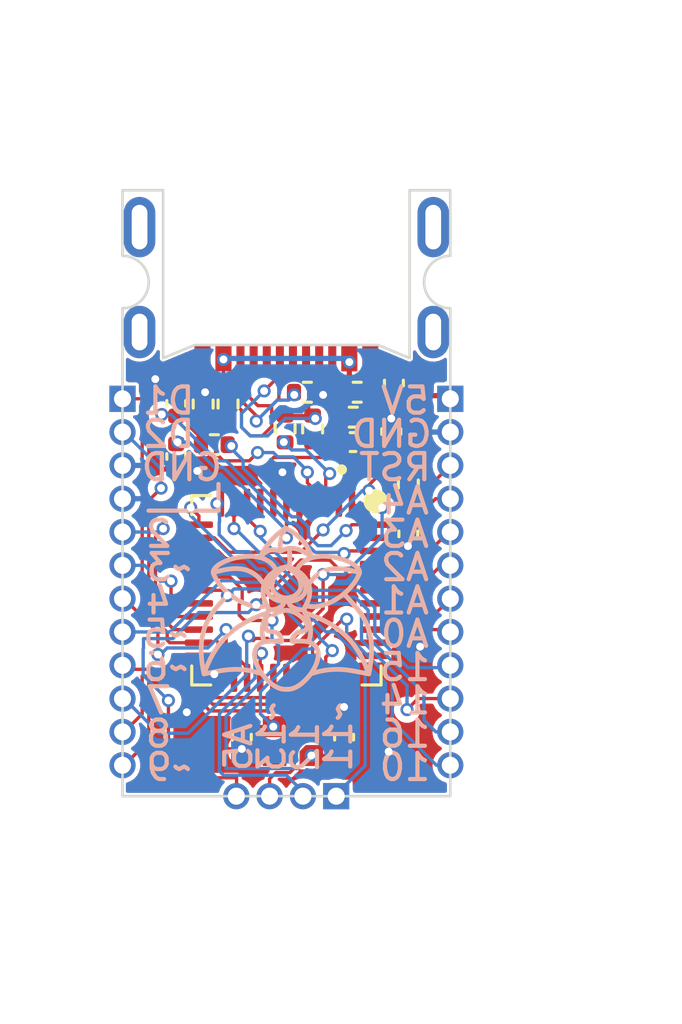
<source format=kicad_pcb>
(kicad_pcb (version 20211014) (generator pcbnew)
  (title_block (title "Pro Tiny") (date "2022-10-27"))
  (layers (0 "F.Cu" mixed) (31 "B.Cu" mixed) (34 "B.Paste" user) (35 "F.Paste" user) (36 "B.SilkS" user "B.Silkscreen") (37 "F.SilkS" user "F.Silkscreen") (38 "B.Mask" user) (39 "F.Mask" user) (44 "Edge.Cuts" user))
  (net 0 "")
  (net 1 "VBUS")
  (net 2 "GND")
  (net 3 "Net-(C2-Pad2)")
  (net 4 "Net-(C5-Pad2)")
  (net 5 "Net-(C6-Pad2)")
  (net 6 "Net-(C7-Pad1)")
  (net 7 "Net-(C8-Pad2)")
  (net 8 "RST")
  (net 9 "D1{slash}TX")
  (net 10 "D0{slash}RX")
  (net 11 "A4")
  (net 12 "IO11")
  (net 13 "IO12")
  (net 14 "Net-(J4-PadA5)")
  (net 15 "Net-(J4-PadA6)")
  (net 16 "Net-(J4-PadA7)")
  (net 18 "Net-(J4-PadB5)")
  (net 21 "D+")
  (net 22 "D-")
  (net 23 "D7")
  (net 24 "SS")
  (net 25 "D15{slash}SCK")
  (net 26 "D16{slash}MOSI")
  (net 27 "D14{slash}MISO")
  (net 28 "D3{slash}SCL")
  (net 29 "D2{slash}SDA")
  (net 31 "D4")
  (net 32 "D6")
  (net 33 "IO8")
  (net 34 "IO9")
  (net 35 "IO10")
  (net 36 "D5")
  (net 37 "IO13")
  (net 38 "HWB")
  (net 39 "A0")
  (net 40 "A1")
  (net 41 "A2")
  (net 42 "A3")
  (net 43 "A5")
  (footprint "Capacitor_SMD:C_0402_1005Metric" (layer "F.Cu") (at 95.8 46.45 90)
    (fp_text reference "C8" hide)
    (fp_text value "1µf")
  )
  (footprint "Resistor_SMD:R_0402_1005Metric" (layer "F.Cu") (at 101 45.4 -90)
    (fp_text reference "RV1" hide)
    (fp_text value "Varistor")
  )
  (footprint "Resistor_SMD:R_0402_1005Metric" (layer "F.Cu") (at 100.8 44 180)
    (fp_text reference "R4" hide)
    (fp_text value "56kΩ")
  )
  (footprint "Capacitor_SMD:C_0402_1005Metric" (layer "F.Cu") (at 102.54 45.9)
    (fp_text reference "C1" hide)
    (fp_text value "100nf")
  )
  (footprint "Package_DFN_QFN:QFN-44-1EP_7x7mm_P0.5mm_EP5.2x5.2mm" (layer "F.Cu") (at 100 51.55 -90)
    (fp_text reference "U1" hide)
    (fp_text value "ATmega32U4-M")
  )
  (footprint "Resistor_SMD:R_0402_1005Metric" (layer "F.Cu") (at 99.95 45.4 -90)
    (fp_text reference "R2" hide)
    (fp_text value "22Ω")
  )
  (footprint "Resistor_SMD:R_0402_1005Metric" (layer "F.Cu") (at 104.65 47.5 -90)
    (fp_text reference "R6" hide)
    (fp_text value "10kΩ")
  )
  (footprint "Resistor_SMD:R_0402_1005Metric" (layer "F.Cu") (at 97.775 44.45 -90)
    (fp_text reference "R1" hide)
    (fp_text value "22Ω")
  )
  (footprint "Connector_PinHeader_1.27mm:PinHeader_1x04_P1.27mm_Vertical" (layer "F.Cu") (at 101.9 59.4 -90)
    (fp_text reference "J3" hide)
    (fp_text value "Conn_01x04")
  )
  (footprint "Resistor_SMD:R_0402_1005Metric" (layer "F.Cu") (at 97.25 46 180)
    (fp_text reference "FB1" hide)
    (fp_text value "MH2029-300Y")
  )
  (footprint "Resistor_SMD:R_0402_1005Metric" (layer "F.Cu") (at 96.825 44.45 90)
    (fp_text reference "RV2" hide)
    (fp_text value "Varistor")
  )
  (footprint "Resistor_SMD:R_0402_1005Metric" (layer "F.Cu") (at 102.55 44.95 180)
    (fp_text reference "R3" hide)
    (fp_text value "10kΩ")
  )
  (footprint "Diode_SMD:D_0402_1005Metric" (layer "F.Cu") (at 103.2 46.95)
    (fp_text reference "D1" hide)
    (fp_text value "D_Small")
  )
  (footprint "Capacitor_SMD:C_0402_1005Metric" (layer "F.Cu") (at 102.2 57.15 -90)
    (fp_text reference "C6" hide)
    (fp_text value "22pf")
  )
  (footprint "Connector_PinHeader_1.27mm:PinHeader_1x12_P1.27mm_Vertical" (layer "F.Cu") (at 93.75 44.25)
    (fp_text reference "J1" hide)
    (fp_text value "Conn_01x12")
  )
  (footprint "Capacitor_SMD:C_0402_1005Metric" (layer "F.Cu") (at 104 45.5 90)
    (fp_text reference "C4" hide)
    (fp_text value "22pf")
  )
  (footprint "Crystal:Crystal_SMD_2016-4Pin_2.0x1.6mm" (layer "F.Cu") (at 100.25 57.3)
    (fp_text reference "Y1" hide)
    (fp_text value "16mhz")
  )
  (footprint "Capacitor_SMD:C_0402_1005Metric" (layer "F.Cu") (at 104.65 49.4 90)
    (fp_text reference "C2" hide)
    (fp_text value "1µf")
  )
  (footprint "USB-C-Connectors-master:USB-C MC-314C-4P16" (layer "F.Cu") (at 100 38.705 180)
    (fp_text reference "J4" hide)
    (fp_text value "USB_C_Receptacle_USB2.0")
  )
  (footprint "Capacitor_SMD:C_0402_1005Metric" (layer "F.Cu") (at 104.1 43.65 -90)
    (fp_text reference "C3" hide)
    (fp_text value "22pf")
  )
  (footprint "Capacitor_SMD:C_0402_1005Metric" (layer "F.Cu") (at 98.3 57.15 90)
    (fp_text reference "C5" hide)
    (fp_text value "22pf")
  )
  (footprint "Resistor_SMD:R_0402_1005Metric" (layer "F.Cu") (at 102.7 44)
    (fp_text reference "R5" hide)
    (fp_text value "56kΩ")
  )
  (footprint "Capacitor_SMD:C_0402_1005Metric" (layer "F.Cu") (at 95.8 44.425 90)
    (fp_text reference "C7" hide)
    (fp_text value "100nf")
  )
  (footprint "Connector_PinHeader_1.27mm:PinHeader_1x12_P1.27mm_Vertical" (layer "F.Cu") (at 106.25 44.25)
    (fp_text reference "J2" hide)
    (fp_text value "Conn_01x12")
  )
  (gr_line (start 99.768684 51.955082) (end 99.703103 51.941712) (layer "B.SilkS") (width 0.18))
  (gr_line (start 100.716555 52.172305) (end 100.712039 52.182878) (layer "B.SilkS") (width 0.18))
  (gr_line (start 99.128274 53.435319) (end 99.143474 53.474944) (layer "B.SilkS") (width 0.18))
  (gr_line (start 99.696069 53.506346) (end 99.730081 53.512462) (layer "B.SilkS") (width 0.18))
  (gr_line (start 99.392932 50.954308) (end 99.360933 50.98624) (layer "B.SilkS") (width 0.18))
  (gr_line (start 100.12153 50.110821) (end 100.124584 50.191913) (layer "B.SilkS") (width 0.18))
  (gr_line (start 98.839649 53.75705) (end 98.82362 53.790744) (layer "B.SilkS") (width 0.18))
  (gr_line (start 103.047037 52.809242) (end 103.083888 52.896433) (layer "B.SilkS") (width 0.18))
  (gr_line (start 99.566824 51.664701) (end 99.600231 51.696055) (layer "B.SilkS") (width 0.18))
  (gr_line (start 98.885334 54.679584) (end 99.065224 54.733443) (layer "B.SilkS") (width 0.18))
  (gr_line (start 99.784942 50.048926) (end 99.761465 50.06082) (layer "B.SilkS") (width 0.18))
  (gr_line (start 100.223797 53.482026) (end 100.225776 53.490076) (layer "B.SilkS") (width 0.18))
  (gr_line (start 98.786654 54.063702) (end 98.791647 54.107205) (layer "B.SilkS") (width 0.18))
  (gr_line (start 100.796069 52.938732) (end 100.79357 52.9676) (layer "B.SilkS") (width 0.18))
  (gr_line (start 100.404832 53.490139) (end 100.367066 53.49334) (layer "B.SilkS") (width 0.18))
  (gr_line (start 102.38158 50.774447) (end 102.248192 50.750406) (layer "B.SilkS") (width 0.18))
  (gr_line (start 103.246931 53.734807) (end 103.247753 53.860694) (layer "B.SilkS") (width 0.18))
  (gr_line (start 97.033388 52.644141) (end 96.990794 52.725287) (layer "B.SilkS") (width 0.18))
  (gr_line (start 99.728321 50.047524) (end 99.761465 50.06082) (layer "B.SilkS") (width 0.18))
  (gr_line (start 99.032593 53.567526) (end 98.996102 53.589176) (layer "B.SilkS") (width 0.18))
  (gr_line (start 100.854064 51.860801) (end 100.837374 51.913661) (layer "B.SilkS") (width 0.18))
  (gr_line (start 99.854002 50.017463) (end 99.831207 50.027258) (layer "B.SilkS") (width 0.18))
  (gr_line (start 100.229312 51.954963) (end 100.294894 51.941593) (layer "B.SilkS") (width 0.18))
  (gr_line (start 100.819751 52.638098) (end 100.845637 52.702637) (layer "B.SilkS") (width 0.18))
  (gr_line (start 98.858482 53.724879) (end 98.839649 53.75705) (layer "B.SilkS") (width 0.18))
  (gr_line (start 97.22733 52.343975) (end 97.175721 52.415819) (layer "B.SilkS") (width 0.18))
  (gr_line (start 99.271517 52.151449) (end 99.276624 52.161903) (layer "B.SilkS") (width 0.18))
  (gr_line (start 99.065188 54.733351) (end 99.122528 54.8052) (layer "B.SilkS") (width 0.18))
  (gr_line (start 99.331853 51.700773) (end 99.306317 51.657466) (layer "B.SilkS") (width 0.18))
  (gr_line (start 97.205953 50.876802) (end 97.344339 50.838837) (layer "B.SilkS") (width 0.18))
  (gr_line (start 99.732203 53.248637) (end 99.744231 53.264337) (layer "B.SilkS") (width 0.18))
  (gr_line (start 99.225189 51.164923) (end 99.203434 51.204219) (layer "B.SilkS") (width 0.18))
  (gr_line (start 99.784705 49.67773) (end 99.775168 49.735915) (layer "B.SilkS") (width 0.18))
  (gr_line (start 96.858204 54.738844) (end 97.338768 54.645522) (layer "B.SilkS") (width 0.18))
  (gr_line (start 100.691678 51.657348) (end 100.712199 51.611901) (layer "B.SilkS") (width 0.18))
  (gr_line (start 100.702676 54.994893) (end 100.644816 55.049273) (layer "B.SilkS") (width 0.18))
  (gr_line (start 99.461156 50.894527) (end 99.426365 50.923725) (layer "B.SilkS") (width 0.18))
  (gr_line (start 102.664784 51.148683) (end 102.63171 51.201573) (layer "B.SilkS") (width 0.18))
  (gr_line (start 99.999039 50.657222) (end 100.013942 50.659683) (layer "B.SilkS") (width 0.18))
  (gr_line (start 96.858204 54.738918) (end 96.905733 54.604995) (layer "B.SilkS") (width 0.18))
  (gr_line (start 99.160709 53.514748) (end 99.114857 53.530246) (layer "B.SilkS") (width 0.18))
  (gr_line (start 99.099979 52.168693) (end 99.141549 52.162291) (layer "B.SilkS") (width 0.18))
  (gr_line (start 100.721372 52.161793) (end 100.716555 52.172305) (layer "B.SilkS") (width 0.18))
  (gr_line (start 99.395774 53.492854) (end 99.486692 53.491879) (layer "B.SilkS") (width 0.18))
  (gr_line (start 97.578815 53.45022) (end 97.726942 53.294821) (layer "B.SilkS") (width 0.18))
  (gr_line (start 99.767707 49.796176) (end 99.762465 49.858656) (layer "B.SilkS") (width 0.18))
  (gr_line (start 99.894421 52.043774) (end 99.901952 52.01998) (layer "B.SilkS") (width 0.18))
  (gr_line (start 101.265813 50.903248) (end 101.210483 50.940857) (layer "B.SilkS") (width 0.18))
  (gr_line (start 100.111375 49.949629) (end 100.111375 49.949629) (layer "B.SilkS") (width 0.18))
  (gr_line (start 100.689795 52.258781) (end 100.688091 52.269921) (layer "B.SilkS") (width 0.18))
  (gr_line (start 99.804486 53.515545) (end 99.800622 53.519639) (layer "B.SilkS") (width 0.18))
  (gr_line (start 102.746122 50.738226) (end 102.772115 50.784481) (layer "B.SilkS") (width 0.18))
  (gr_line (start 100.112854 52.066055) (end 100.103576 52.043653) (layer "B.SilkS") (width 0.18))
  (gr_line (start 100.730951 52.457235) (end 100.761892 52.515281) (layer "B.SilkS") (width 0.18))
  (gr_line (start 100.58682 55.099059) (end 100.528687 55.144162) (layer "B.SilkS") (width 0.18))
  (gr_line (start 101.554262 50.772562) (end 101.495064 50.791527) (layer "B.SilkS") (width 0.18))
  (gr_line (start 99.143904 51.860897) (end 99.160594 51.913756) (layer "B.SilkS") (width 0.18))
  (gr_line (start 100.685908 52.327656) (end 100.686857 52.339715) (layer "B.SilkS") (width 0.18))
  (gr_line (start 99.790132 53.526635) (end 99.787661 53.527609) (layer "B.SilkS") (width 0.18))
  (gr_line (start 99.221857 52.143387) (end 99.260474 52.130809) (layer "B.SilkS") (width 0.18))
  (gr_line (start 99.115046 53.395887) (end 99.128274 53.435319) (layer "B.SilkS") (width 0.18))
  (gr_line (start 99.230353 52.075716) (end 99.260438 52.130708) (layer "B.SilkS") (width 0.18))
  (gr_line (start 99.999021 50.657222) (end 99.999021 50.657222) (layer "B.SilkS") (width 0.18))
  (gr_line (start 99.637443 51.724993) (end 99.678396 51.751349) (layer "B.SilkS") (width 0.18))
  (gr_line (start 100.431172 51.664591) (end 100.397766 51.695945) (layer "B.SilkS") (width 0.18))
  (gr_line (start 100.268408 53.31446) (end 100.258415 53.334711) (layer "B.SilkS") (width 0.18))
  (gr_line (start 100.336273 52.408356) (end 100.381303 52.432283) (layer "B.SilkS") (width 0.18))
  (gr_line (start 100.697207 52.225824) (end 100.694364 52.236734) (layer "B.SilkS") (width 0.18))
  (gr_line (start 100.68544 52.315696) (end 100.685908 52.327656) (layer "B.SilkS") (width 0.18))
  (gr_line (start 100.705946 51.253766) (end 100.682282 51.199736) (layer "B.SilkS") (width 0.18))
  (gr_line (start 103.147845 53.081157) (end 103.174539 53.179156) (layer "B.SilkS") (width 0.18))
  (gr_line (start 98.741359 52.151777) (end 98.834513 52.166826) (layer "B.SilkS") (width 0.18))
  (gr_line (start 101.19891 54.151542) (end 101.189056 54.196839) (layer "B.SilkS") (width 0.18))
  (gr_line (start 100.794232 52.021108) (end 100.767619 52.075623) (layer "B.SilkS") (width 0.18))
  (gr_line (start 100.731865 52.140942) (end 100.72648 52.151339) (layer "B.SilkS") (width 0.18))
  (gr_line (start 100.300217 53.261949) (end 100.289319 53.278135) (layer "B.SilkS") (width 0.18))
  (gr_line (start 100.68541 52.303835) (end 100.605667 52.298641) (layer "B.SilkS") (width 0.18))
  (gr_line (start 99.201938 52.938831) (end 99.204434 52.9677) (layer "B.SilkS") (width 0.18))
  (gr_line (start 102.653672 50.838736) (end 102.516793 50.804271) (layer "B.SilkS") (width 0.18))
  (gr_line (start 100.837287 53.514647) (end 100.837287 53.514647) (layer "B.SilkS") (width 0.18))
  (gr_line (start 101.163497 52.166734) (end 101.072354 52.174774) (layer "B.SilkS") (width 0.18))
  (gr_line (start 100.2248 53.429065) (end 100.223626 53.436433) (layer "B.SilkS") (width 0.18))
  (gr_line (start 100.061014 51.838492) (end 99.998989 51.845879) (layer "B.SilkS") (width 0.18))
  (gr_line (start 98.791972 53.900303) (end 98.78677 53.939428) (layer "B.SilkS") (width 0.18))
  (gr_line (start 99.588319 50.883853) (end 99.656579 50.834765) (layer "B.SilkS") (width 0.18))
  (gr_line (start 97.078544 52.56567) (end 97.033388 52.644141) (layer "B.SilkS") (width 0.18))
  (gr_line (start 101.235809 50.261776) (end 101.338114 50.254891) (layer "B.SilkS") (width 0.18))
  (gr_line (start 100.400238 49.45287) (end 100.483547 49.524238) (layer "B.SilkS") (width 0.18))
  (gr_line (start 102.770676 52.343879) (end 102.822285 52.415723) (layer "B.SilkS") (width 0.18))
  (gr_line (start 98.962653 53.612743) (end 98.932205 53.638163) (layer "B.SilkS") (width 0.18))
  (gr_line (start 100.467201 51.876782) (end 100.516114 51.847734) (layer "B.SilkS") (width 0.18))
  (gr_line (start 100.887265 51.510288) (end 100.890919 51.558018) (layer "B.SilkS") (width 0.18))
  (gr_line (start 101.211347 54.063605) (end 101.206354 54.107109) (layer "B.SilkS") (width 0.18))
  (gr_line (start 99.803083 52.350368) (end 99.755142 52.367239) (layer "B.SilkS") (width 0.18))
  (gr_line (start 100.696412 51.053922) (end 100.723638 51.089694) (layer "B.SilkS") (width 0.18))
  (gr_line (start 100.356477 51.923948) (end 100.413951 51.902265) (layer "B.SilkS") (width 0.18))
  (gr_line (start 100.818 54.872716) (end 100.760404 54.936011) (layer "B.SilkS") (width 0.18))
  (gr_line (start 99.316405 50.038208) (end 99.339648 50.02942) (layer "B.SilkS") (width 0.18))
  (gr_line (start 99.657567 50.76808) (end 99.634808 50.779934) (layer "B.SilkS") (width 0.18))
  (gr_line (start 98.167155 51.931452) (end 98.262266 51.982121) (layer "B.SilkS") (width 0.18))
  (gr_line (start 99.850523 55.317034) (end 99.880116 55.321259) (layer "B.SilkS") (width 0.18))
  (gr_line (start 100.222436 53.472715) (end 100.223797 53.482026) (layer "B.SilkS") (width 0.18))
  (gr_line (start 102.695461 51.095205) (end 102.664784 51.148683) (layer "B.SilkS") (width 0.18))
  (gr_line (start 99.776436 53.319787) (end 99.785752 53.341261) (layer "B.SilkS") (width 0.18))
  (gr_line (start 100.776149 52.143296) (end 100.737531 52.130718) (layer "B.SilkS") (width 0.18))
  (gr_line (start 97.302548 51.095293) (end 97.333226 51.14877) (layer "B.SilkS") (width 0.18))
  (gr_line (start 99.584046 51.902384) (end 99.530796 51.8769) (layer "B.SilkS") (width 0.18))
  (gr_line (start 99.600231 51.696055) (end 99.637443 51.724993) (layer "B.SilkS") (width 0.18))
  (gr_line (start 99.262364 51.360979) (end 99.274304 51.307671) (layer "B.SilkS") (width 0.18))
  (gr_line (start 97.449101 52.071728) (end 97.33556 52.205291) (layer "B.SilkS") (width 0.18))
  (gr_line (start 97.981494 51.815829) (end 98.073404 51.875919) (layer "B.SilkS") (width 0.18))
  (gr_line (start 101.639753 52.027527) (end 101.543368 52.067548) (layer "B.SilkS") (width 0.18))
  (gr_line (start 100.235658 49.946657) (end 100.205197 49.945525) (layer "B.SilkS") (width 0.18))
  (gr_line (start 100.600479 51.779898) (end 100.635705 51.741584) (layer "B.SilkS") (width 0.18))
  (gr_line (start 100.430055 50.703974) (end 100.483022 50.624604) (layer "B.SilkS") (width 0.18))
  (gr_line (start 100.685901 52.292445) (end 100.685438 52.303835) (layer "B.SilkS") (width 0.18))
  (gr_line (start 101.892396 54.564861) (end 101.750026 54.570248) (layer "B.SilkS") (width 0.18))
  (gr_line (start 103.174539 53.179156) (end 103.197435 53.281222) (layer "B.SilkS") (width 0.18))
  (gr_line (start 100.742545 51.465089) (end 100.741878 51.413453) (layer "B.SilkS") (width 0.18))
  (gr_line (start 99.815977 52.158839) (end 99.832522 52.142743) (layer "B.SilkS") (width 0.18))
  (gr_line (start 100.049668 49.958479) (end 100.028728 49.962571) (layer "B.SilkS") (width 0.18))
  (gr_line (start 99.707988 52.386668) (end 99.661803 52.408448) (layer "B.SilkS") (width 0.18))
  (gr_line (start 100.230389 53.4045) (end 100.230389 53.4045) (layer "B.SilkS") (width 0.18))
  (gr_line (start 101.049573 51.079196) (end 100.997695 51.134289) (layer "B.SilkS") (width 0.18))
  (gr_line (start 98.502947 50.791627) (end 98.56141 50.814036) (layer "B.SilkS") (width 0.18))
  (gr_line (start 100.148188 49.278969) (end 100.203984 49.313113) (layer "B.SilkS") (width 0.18))
  (gr_line (start 100.09525 50.698267) (end 99.999021 50.657222) (layer "B.SilkS") (width 0.18))
  (gr_line (start 100.712039 52.182878) (end 100.707834 52.193515) (layer "B.SilkS") (width 0.18))
  (gr_line (start 100.883139 53.530146) (end 100.925832 53.547761) (layer "B.SilkS") (width 0.18))
  (gr_line (start 99.248846 51.126767) (end 99.225189 51.164923) (layer "B.SilkS") (width 0.18))
  (gr_line (start 99.618212 53.16414) (end 99.633832 53.171289) (layer "B.SilkS") (width 0.18))
  (gr_line (start 102.548905 52.071631) (end 102.662446 52.205194) (layer "B.SilkS") (width 0.18))
  (gr_line (start 98.932205 53.638163) (end 98.904721 53.66537) (layer "B.SilkS") (width 0.18))
  (gr_line (start 100.786631 52.994904) (end 100.775069 53.020437) (layer "B.SilkS") (width 0.18))
  (gr_line (start 100.691889 52.247719) (end 100.689795 52.258781) (layer "B.SilkS") (width 0.18))
  (gr_line (start 103.234095 54.129083) (end 103.219203 54.27205) (layer "B.SilkS") (width 0.18))
  (gr_line (start 99.999021 50.657222) (end 100.07116 50.698467) (layer "B.SilkS") (width 0.18))
  (gr_line (start 100.761892 52.515281) (end 100.791664 52.575607) (layer "B.SilkS") (width 0.18))
  (gr_line (start 100.221848 53.462065) (end 100.222035 53.467562) (layer "B.SilkS") (width 0.18))
  (gr_line (start 99.586175 53.152143) (end 99.618212 53.16414) (layer "B.SilkS") (width 0.18))
  (gr_line (start 102.723634 51.041209) (end 102.695461 51.095205) (layer "B.SilkS") (width 0.18))
  (gr_line (start 102.248192 50.750406) (end 102.116787 50.733289) (layer "B.SilkS") (width 0.18))
  (gr_line (start 103.172265 54.576689) (end 103.139806 54.738826) (layer "B.SilkS") (width 0.18))
  (gr_line (start 97.126057 52.48964) (end 97.078544 52.56567) (layer "B.SilkS") (width 0.18))
  (gr_line (start 99.381249 51.092011) (end 99.423347 51.038675) (layer "B.SilkS") (width 0.18))
  (gr_line (start 98.557253 52.70784) (end 98.737699 52.620922) (layer "B.SilkS") (width 0.18))
  (gr_line (start 100.206405 55.304477) (end 100.176885 55.311371) (layer "B.SilkS") (width 0.18))
  (gr_line (start 98.835728 54.289856) (end 98.852579 54.337349) (layer "B.SilkS") (width 0.18))
  (gr_line (start 99.160709 53.514748) (end 99.160709 53.514748) (layer "B.SilkS") (width 0.18))
  (gr_line (start 99.690696 50.87581) (end 99.644438 50.922354) (layer "B.SilkS") (width 0.18))
  (gr_line (start 100.690259 52.364141) (end 100.692744 52.376513) (layer "B.SilkS") (width 0.18))
  (gr_line (start 100.117731 55.321161) (end 100.088096 55.324035) (layer "B.SilkS") (width 0.18))
  (gr_line (start 100.174338 49.945615) (end 100.143069 49.946969) (layer "B.SilkS") (width 0.18))
  (gr_line (start 98.78677 53.939428) (end 98.784176 53.979748) (layer "B.SilkS") (width 0.18))
  (gr_line (start 99.203699 52.908604) (end 99.201938 52.938831) (layer "B.SilkS") (width 0.18))
  (gr_line (start 99.08117 52.979063) (end 99.074043 53.052107) (layer "B.SilkS") (width 0.18))
  (gr_line (start 101.614173 50.756898) (end 101.554262 50.772562) (layer "B.SilkS") (width 0.18))
  (gr_line (start 102.519189 51.356036) (end 102.477608 51.405892) (layer "B.SilkS") (width 0.18))
  (gr_line (start 101.956946 50.319619) (end 102.1494 50.374224) (layer "B.SilkS") (width 0.18))
  (gr_line (start 98.880159 53.694297) (end 98.858482 53.724879) (layer "B.SilkS") (width 0.18))
  (gr_line (start 99.182196 52.153869) (end 99.221857 52.143387) (layer "B.SilkS") (width 0.18))
  (gr_line (start 100.007596 49.967254) (end 99.986268 49.972536) (layer "B.SilkS") (width 0.18))
  (gr_line (start 99.798272 52.173803) (end 99.815977 52.158839) (layer "B.SilkS") (width 0.18))
  (gr_line (start 101.736058 50.734901) (end 101.674778 50.744392) (layer "B.SilkS") (width 0.18))
  (gr_line (start 97.179433 54.011769) (end 97.240939 53.907461) (layer "B.SilkS") (width 0.18))
  (gr_line (start 100.875468 54.805099) (end 100.818 54.872716) (layer "B.SilkS") (width 0.18))
  (gr_line (start 98.79909 54.151639) (end 98.808945 54.196935) (layer "B.SilkS") (width 0.18))
  (gr_line (start 96.756726 53.614244) (end 96.751077 53.734902) (layer "B.SilkS") (width 0.18))
  (gr_line (start 100.87808 51.756991) (end 100.867605 51.808566) (layer "B.SilkS") (width 0.18))
  (gr_line (start 99.848407 50.691732) (end 99.823826 50.699422) (layer "B.SilkS") (width 0.18))
  (gr_line (start 100.815812 52.153777) (end 100.776149 52.143296) (layer "B.SilkS") (width 0.18))
  (gr_line (start 100.514832 52.288462) (end 100.467207 52.280639) (layer "B.SilkS") (width 0.18))
  (gr_line (start 99.755142 52.367239) (end 99.707988 52.386668) (layer "B.SilkS") (width 0.18))
  (gr_line (start 99.386057 50.491538) (end 99.311408 50.437137) (layer "B.SilkS") (width 0.18))
  (gr_line (start 97.437849 53.620794) (end 97.578815 53.45022) (layer "B.SilkS") (width 0.18))
  (gr_line (start 96.750255 53.860789) (end 96.754465 53.992137) (layer "B.SilkS") (width 0.18))
  (gr_line (start 100.571599 50.923633) (end 100.605033 50.954216) (layer "B.SilkS") (width 0.18))
  (gr_line (start 99.297589 52.215094) (end 99.30079 52.225932) (layer "B.SilkS") (width 0.18))
  (gr_line (start 100.486307 51.595294) (end 100.460708 51.630985) (layer "B.SilkS") (width 0.18))
  (gr_line (start 103.247753 53.860694) (end 103.243543 53.992042) (layer "B.SilkS") (width 0.18))
  (gr_line (start 100.837374 51.913661) (end 100.817457 51.967109) (layer "B.SilkS") (width 0.18))
  (gr_line (start 99.281442 52.172415) (end 99.285958 52.182988) (layer "B.SilkS") (width 0.18))
  (gr_line (start 102.871949 52.489543) (end 102.919462 52.565573) (layer "B.SilkS") (width 0.18))
  (gr_line (start 99.219527 49.905939) (end 99.272691 49.832198) (layer "B.SilkS") (width 0.18))
  (gr_line (start 100.854523 53.474843) (end 100.837287 53.514647) (layer "B.SilkS") (width 0.18))
  (gr_line (start 101.321955 50.869653) (end 101.265813 50.903248) (layer "B.SilkS") (width 0.18))
  (gr_line (start 99.298638 52.401686) (end 99.298638 52.401686) (layer "B.SilkS") (width 0.18))
  (gr_line (start 100.605033 50.954216) (end 100.637031 50.986148) (layer "B.SilkS") (width 0.18))
  (gr_line (start 99.831207 50.027258) (end 99.808188 50.037742) (layer "B.SilkS") (width 0.18))
  (gr_line (start 99.270402 51.564669) (end 99.260249 51.515652) (layer "B.SilkS") (width 0.18))
  (gr_line (start 97.333226 51.14877) (end 97.3663 51.201661) (layer "B.SilkS") (width 0.18))
  (gr_line (start 100.410857 49.976708) (end 100.353806 49.962543) (layer "B.SilkS") (width 0.18))
  (gr_line (start 100.12618 50.276006) (end 100.126281 50.3651) (layer "B.SilkS") (width 0.18))
  (gr_line (start 97.344339 50.838837) (end 97.481218 50.804372) (layer "B.SilkS") (width 0.18))
  (gr_line (start 100.471226 50.934245) (end 100.409676 50.88374) (layer "B.SilkS") (width 0.18))
  (gr_line (start 99.703137 55.27603) (end 99.732538 55.286843) (layer "B.SilkS") (width 0.18))
  (gr_line (start 99.873156 50.684591) (end 99.848407 50.691732) (layer "B.SilkS") (width 0.18))
  (gr_line (start 97.37021 53.712108) (end 97.437849 53.620794) (layer "B.SilkS") (width 0.18))
  (gr_line (start 100.096044 52.01986) (end 100.090356 51.994633) (layer "B.SilkS") (width 0.18))
  (gr_line (start 98.262266 51.982121) (end 98.358255 52.027619) (layer "B.SilkS") (width 0.18))
  (gr_line (start 100.692744 52.376513) (end 100.695772 52.388994) (layer "B.SilkS") (width 0.18))
  (gr_line (start 99.761977 55.296362) (end 99.791454 55.304574) (layer "B.SilkS") (width 0.18))
  (gr_line (start 100.258829 52.212199) (end 100.238227 52.200374) (layer "B.SilkS") (width 0.18))
  (gr_line (start 102.63171 51.201573) (end 102.596348 51.253808) (layer "B.SilkS") (width 0.18))
  (gr_line (start 100.117216 50.682427) (end 100.117216 50.682427) (layer "B.SilkS") (width 0.18))
  (gr_line (start 101.446357 54.605476) (end 101.283625 54.637169) (layer "B.SilkS") (width 0.18))
  (gr_line (start 99.260646 53.065473) (end 99.287169 53.08446) (layer "B.SilkS") (width 0.18))
  (gr_line (start 100.778756 52.844803) (end 100.78848 52.877127) (layer "B.SilkS") (width 0.18))
  (gr_line (start 100.381303 52.432283) (end 100.424999 52.458148) (layer "B.SilkS") (width 0.18))
  (gr_line (start 98.969841 54.582492) (end 98.99962 54.632596) (layer "B.SilkS") (width 0.18))
  (gr_line (start 100.758703 53.043994) (end 100.737349 53.065368) (layer "B.SilkS") (width 0.18))
  (gr_line (start 100.258415 53.334711) (end 100.248741 53.356431) (layer "B.SilkS") (width 0.18))
  (gr_line (start 99.840785 49.462921) (end 99.824358 49.514217) (layer "B.SilkS") (width 0.18))
  (gr_line (start 99.423347 51.038675) (end 99.471816 50.986046) (layer "B.SilkS") (width 0.18))
  (gr_line (start 98.791647 54.107205) (end 98.79909 54.151639) (layer "B.SilkS") (width 0.18))
  (gr_line (start 98.261954 50.735002) (end 98.323234 50.744493) (layer "B.SilkS") (width 0.18))
  (gr_line (start 99.723024 51.774957) (end 99.771262 51.795652) (layer "B.SilkS") (width 0.18))
  (gr_line (start 101.256651 52.151685) (end 101.163497 52.166734) (layer "B.SilkS") (width 0.18))
  (gr_line (start 99.732538 55.286843) (end 99.761977 55.296362) (layer "B.SilkS") (width 0.18))
  (gr_line (start 99.755637 53.281387) (end 99.766385 53.299849) (layer "B.SilkS") (width 0.18))
  (gr_line (start 101.735741 51.982029) (end 101.639753 52.027527) (layer "B.SilkS") (width 0.18))
  (gr_line (start 99.306107 52.247826) (end 99.308202 52.258887) (layer "B.SilkS") (width 0.18))
  (gr_line (start 99.339648 50.02942) (end 99.363401 50.021768) (layer "B.SilkS") (width 0.18))
  (gr_line (start 98.787528 50.940957) (end 98.842024 50.982723) (layer "B.SilkS") (width 0.18))
  (gr_line (start 98.105612 54.564964) (end 98.247981 54.57035) (layer "B.SilkS") (width 0.18))
  (gr_line (start 100.34656 53.209064) (end 100.33458 53.220619) (layer "B.SilkS") (width 0.18))
  (gr_line (start 100.617063 52.609358) (end 100.648915 52.642533) (layer "B.SilkS") (width 0.18))
  (gr_line (start 99.274304 51.307671) (end 99.292049 51.253883) (layer "B.SilkS") (width 0.18))
  (gr_line (start 98.862519 50.274621) (end 98.762198 50.261869) (layer "B.SilkS") (width 0.18))
  (gr_line (start 99.901952 52.01998) (end 99.90764 51.994752) (layer "B.SilkS") (width 0.18))
  (gr_line (start 98.714381 54.63727) (end 98.885334 54.679584) (layer "B.SilkS") (width 0.18))
  (gr_line (start 98.895667 51.028789) (end 98.948438 51.079297) (layer "B.SilkS") (width 0.18))
  (gr_line (start 102.749196 50.986762) (end 102.723634 51.041209) (layer "B.SilkS") (width 0.18))
  (gr_line (start 99.069354 50.214753) (end 99.107234 50.177976) (layer "B.SilkS") (width 0.18))
  (gr_line (start 102.38898 51.502747) (end 102.342149 51.549609) (layer "B.SilkS") (width 0.18))
  (gr_line (start 101.830852 51.931361) (end 101.735741 51.982029) (layer "B.SilkS") (width 0.18))
  (gr_line (start 96.914118 52.896529) (end 96.880447 52.987089) (layer "B.SilkS") (width 0.18))
  (gr_line (start 97.805125 51.683199) (end 97.805125 51.683199) (layer "B.SilkS") (width 0.18))
  (gr_line (start 99.276624 52.161903) (end 99.281442 52.172415) (layer "B.SilkS") (width 0.18))
  (gr_line (start 99.065188 54.733351) (end 99.065188 54.733351) (layer "B.SilkS") (width 0.18))
  (gr_line (start 100.028709 55.325683) (end 99.998957 55.324434) (layer "B.SilkS") (width 0.18))
  (gr_line (start 99.309694 52.35198) (end 99.307737 52.364246) (layer "B.SilkS") (width 0.18))
  (gr_line (start 100.294894 51.941593) (end 100.356477 51.923948) (layer "B.SilkS") (width 0.18))
  (gr_line (start 97.3663 51.201661) (end 97.401662 51.253896) (layer "B.SilkS") (width 0.18))
  (gr_line (start 100.824123 49.958269) (end 100.861479 50.029351) (layer "B.SilkS") (width 0.18))
  (gr_line (start 99.094245 53.317663) (end 99.103724 53.356664) (layer "B.SilkS") (width 0.18))
  (gr_line (start 100.222035 53.467562) (end 100.222436 53.472715) (layer "B.SilkS") (width 0.18))
  (gr_line (start 99.169208 49.981032) (end 99.219527 49.905939) (layer "B.SilkS") (width 0.18))
  (gr_line (start 103.197435 53.281222) (end 103.216328 53.387588) (layer "B.SilkS") (width 0.18))
  (gr_line (start 98.737699 52.620922) (end 98.921756 52.541655) (layer "B.SilkS") (width 0.18))
  (gr_line (start 100.832026 51.285999) (end 100.84761 51.328505) (layer "B.SilkS") (width 0.18))
  (gr_line (start 99.8776 49.364293) (end 99.858579 49.412994) (layer "B.SilkS") (width 0.18))
  (gr_line (start 99.444412 51.346734) (end 99.445023 51.391461) (layer "B.SilkS") (width 0.18))
  (gr_line (start 100.396868 53.172444) (end 100.383951 53.180272) (layer "B.SilkS") (width 0.18))
  (gr_line (start 99.578846 52.270676) (end 99.626552 52.257941) (layer "B.SilkS") (width 0.18))
  (gr_line (start 99.514984 50.624696) (end 99.454134 50.553956) (layer "B.SilkS") (width 0.18))
  (gr_line (start 99.948266 50.666518) (end 99.923099 50.671978) (layer "B.SilkS") (width 0.18))
  (gr_line (start 99.25545 51.465207) (end 99.256117 51.41357) (layer "B.SilkS") (width 0.18))
  (gr_line (start 99.285796 51.612019) (end 99.270402 51.564669) (layer "B.SilkS") (width 0.18))
  (gr_line (start 99.794295 53.364335) (end 99.802026 53.389071) (layer "B.SilkS") (width 0.18))
  (gr_line (start 97.848607 50.374314) (end 97.671801 50.44134) (layer "B.SilkS") (width 0.18))
  (gr_line (start 99.15236 52.702737) (end 99.129193 52.769209) (layer "B.SilkS") (width 0.18))
  (gr_line (start 100.409676 50.88374) (end 100.341417 50.834652) (layer "B.SilkS") (width 0.18))
  (gr_line (start 101.351336 52.129933) (end 101.256651 52.151685) (layer "B.SilkS") (width 0.18))
  (gr_line (start 99.759769 52.200507) (end 99.779503 52.187678) (layer "B.SilkS") (width 0.18))
  (gr_line (start 100.881027 51.463435) (end 100.887265 51.510288) (layer "B.SilkS") (width 0.18))
  (gr_line (start 99.130361 51.808661) (end 99.143904 51.860897) (layer "B.SilkS") (width 0.18))
  (gr_line (start 99.285958 52.182988) (end 99.290162 52.193624) (layer "B.SilkS") (width 0.18))
  (gr_line (start 99.90764 51.994752) (end 99.911387 51.968047) (layer "B.SilkS") (width 0.18))
  (gr_line (start 101.15835 53.756951) (end 101.174378 53.790645) (layer "B.SilkS") (width 0.18))
  (gr_line (start 99.717795 52.223202) (end 99.739167 52.212334) (layer "B.SilkS") (width 0.18))
  (gr_line (start 100.255998 50.829885) (end 100.307301 50.8757) (layer "B.SilkS") (width 0.18))
  (gr_line (start 100.265735 49.948967) (end 100.235658 49.946657) (layer "B.SilkS") (width 0.18))
  (gr_line (start 98.041062 50.31971) (end 97.848607 50.374314) (layer "B.SilkS") (width 0.18))
  (gr_line (start 98.996171 50.294051) (end 99.035215 50.213988) (layer "B.SilkS") (width 0.18))
  (gr_line (start 97.881225 50.73339) (end 98.010488 50.724339) (layer "B.SilkS") (width 0.18))
  (gr_line (start 99.309906 52.270026) (end 99.311207 52.281245) (layer "B.SilkS") (width 0.18))
  (gr_line (start 103.042258 54.476252) (end 102.989816 54.352737) (layer "B.SilkS") (width 0.18))
  (gr_line (start 100.159847 51.96382) (end 100.229312 51.954963) (layer "B.SilkS") (width 0.18))
  (gr_line (start 103.243543 53.992042) (end 103.234095 54.129083) (layer "B.SilkS") (width 0.18))
  (gr_line (start 100.289319 53.278135) (end 100.278712 53.29562) (layer "B.SilkS") (width 0.18))
  (gr_line (start 102.989816 54.352737) (end 102.935012 54.234227) (layer "B.SilkS") (width 0.18))
  (gr_line (start 99.072219 53.126505) (end 99.073457 53.164176) (layer "B.SilkS") (width 0.18))
  (gr_line (start 101.546061 50.257498) (end 101.754085 50.279892) (layer "B.SilkS") (width 0.18))
  (gr_line (start 99.298638 52.401686) (end 99.267046 52.457336) (layer "B.SilkS") (width 0.18))
  (gr_line (start 97.481218 50.804372) (end 97.616432 50.774548) (layer "B.SilkS") (width 0.18))
  (gr_line (start 97.805125 51.68319) (end 97.566307 51.941429) (layer "B.SilkS") (width 0.18))
  (gr_line (start 100.641534 53.114333) (end 100.580796 53.122115) (layer "B.SilkS") (width 0.18))
  (gr_line (start 100.767163 50.390349) (end 100.85299 50.351058) (layer "B.SilkS") (width 0.18))
  (gr_line (start 100.794531 51.204128) (end 100.814307 51.244529) (layer "B.SilkS") (width 0.18))
  (gr_line (start 100.683376 49.741437) (end 100.735837 49.814074) (layer "B.SilkS") (width 0.18))
  (gr_line (start 100.470415 55.184491) (end 100.412001 55.219956) (layer "B.SilkS") (width 0.18))
  (gr_line (start 100.385625 50.792281) (end 100.430055 50.703974) (layer "B.SilkS") (width 0.18))
  (gr_line (start 100.561245 52.294347) (end 100.514832 52.288462) (layer "B.SilkS") (width 0.18))
  (gr_line (start 99.32871 49.759855) (end 99.387596 49.688952) (layer "B.SilkS") (width 0.18))
  (gr_line (start 100.218493 52.187546) (end 100.199725 52.173673) (layer "B.SilkS") (width 0.18))
  (gr_line (start 98.921756 52.541655) (end 99.108917 52.468966) (layer "B.SilkS") (width 0.18))
  (gr_line (start 99.796177 49.62148) (end 99.784705 49.67773) (layer "B.SilkS") (width 0.18))
  (gr_line (start 99.27136 50.058998) (end 99.293649 50.048083) (layer "B.SilkS") (width 0.18))
  (gr_line (start 100.710824 53.084353) (end 100.678947 53.100743) (layer "B.SilkS") (width 0.18))
  (gr_line (start 99.456435 51.254665) (end 99.448195 51.30108) (layer "B.SilkS") (width 0.18))
  (gr_line (start 102.106099 51.751395) (end 102.016512 51.815737) (layer "B.SilkS") (width 0.18))
  (gr_line (start 99.228008 53.504609) (end 99.307949 53.497206) (layer "B.SilkS") (width 0.18))
  (gr_line (start 102.1494 50.374224) (end 102.326207 50.441251) (layer "B.SilkS") (width 0.18))
  (gr_line (start 98.834513 52.166826) (end 98.925655 52.174866) (layer "B.SilkS") (width 0.18))
  (gr_line (start 100.641534 53.114333) (end 100.641534 53.114333) (layer "B.SilkS") (width 0.18))
  (gr_line (start 100.413951 51.902265) (end 100.467201 51.876782) (layer "B.SilkS") (width 0.18))
  (gr_line (start 101.065792 53.638064) (end 101.093277 53.66527) (layer "B.SilkS") (width 0.18))
  (gr_line (start 101.126318 54.385344) (end 101.105 54.43397) (layer "B.SilkS") (width 0.18))
  (gr_line (start 99.1107 51.51038) (end 99.107046 51.558111) (layer "B.SilkS") (width 0.18))
  (gr_line (start 99.454134 50.553956) (end 99.386057 50.491538) (layer "B.SilkS") (width 0.18))
  (gr_line (start 100.500738 50.866657) (end 100.536808 50.894435) (layer "B.SilkS") (width 0.18))
  (gr_line (start 97.251885 50.738316) (end 97.225891 50.784571) (layer "B.SilkS") (width 0.18))
  (gr_line (start 99.459163 51.477474) (end 99.472562 51.518428) (layer "B.SilkS") (width 0.18))
  (gr_line (start 100.412001 55.219956) (end 100.353443 55.250467) (layer "B.SilkS") (width 0.18))
  (gr_line (start 97.478822 51.356124) (end 97.520403 51.405981) (layer "B.SilkS") (width 0.18))
  (gr_line (start 102.822285 52.415723) (end 102.871949 52.489543) (layer "B.SilkS") (width 0.18))
  (gr_line (start 100.911454 53.278799) (end 100.903752 53.317562) (layer "B.SilkS") (width 0.18))
  (gr_line (start 100.782498 49.88643) (end 100.824123 49.958269) (layer "B.SilkS") (width 0.18))
  (gr_line (start 99.150355 51.328597) (end 99.136846 51.372599) (layer "B.SilkS") (width 0.18))
  (gr_line (start 97.566307 51.941429) (end 97.449101 52.071728) (layer "B.SilkS") (width 0.18))
  (gr_line (start 101.145421 54.337252) (end 101.126318 54.385344) (layer "B.SilkS") (width 0.18))
  (gr_line (start 99.116938 51.463527) (end 99.1107 51.51038) (layer "B.SilkS") (width 0.18))
  (gr_line (start 100.466707 49.994565) (end 100.410857 49.976708) (layer "B.SilkS") (width 0.18))
  (gr_line (start 100.84761 51.328505) (end 100.84761 51.328505) (layer "B.SilkS") (width 0.18))
  (gr_line (start 98.852579 54.337349) (end 98.871683 54.385441) (layer "B.SilkS") (width 0.18))
  (gr_line (start 98.383839 50.756999) (end 98.44375 50.772663) (layer "B.SilkS") (width 0.18))
  (gr_line (start 102.596348 51.253808) (end 102.558805 51.305318) (layer "B.SilkS") (width 0.18))
  (gr_line (start 99.81307 53.500315) (end 99.811575 53.503993) (layer "B.SilkS") (width 0.18))
  (gr_line (start 99.353146 55.049371) (end 99.411128 55.099157) (layer "B.SilkS") (width 0.18))
  (gr_line (start 100.861479 50.029351) (end 100.895329 50.099437) (layer "B.SilkS") (width 0.18))
  (gr_line (start 100.397766 51.695945) (end 100.360553 51.724883) (layer "B.SilkS") (width 0.18))
  (gr_line (start 100.55096 53.126124) (end 100.521577 53.130814) (layer "B.SilkS") (width 0.18))
  (gr_line (start 99.260249 51.515652) (end 99.25545 51.465207) (layer "B.SilkS") (width 0.18))
  (gr_line (start 99.575911 53.494605) (end 99.618385 53.497458) (layer "B.SilkS") (width 0.18))
  (gr_line (start 99.816495 53.487147) (end 99.815555 53.491907) (layer "B.SilkS") (width 0.18))
  (gr_line (start 99.34913 52.642626) (end 99.319886 52.676299) (layer "B.SilkS") (width 0.18))
  (gr_line (start 98.916492 54.483162) (end 98.942119 54.532659) (layer "B.SilkS") (width 0.18))
  (gr_line (start 100.070421 49.954965) (end 100.049668 49.958479) (layer "B.SilkS") (width 0.18))
  (gr_line (start 100.409997 53.165408) (end 100.396868 53.172444) (layer "B.SilkS") (width 0.18))
  (gr_line (start 99.999053 52.312587) (end 99.949794 52.317165) (layer "B.SilkS") (width 0.18))
  (gr_line (start 99.293439 52.710262) (end 99.26997 52.744309) (layer "B.SilkS") (width 0.18))
  (gr_line (start 99.759583 49.923495) (end 99.759202 49.990836) (layer "B.SilkS") (width 0.18))
  (gr_line (start 102.665364 50.647054) (end 102.71032 50.692315) (layer "B.SilkS") (width 0.18))
  (gr_line (start 99.986268 49.972536) (end 99.964742 49.978431) (layer "B.SilkS") (width 0.18))
  (gr_line (start 99.204434 52.9677) (end 99.21137 52.995005) (layer "B.SilkS") (width 0.18))
  (gr_line (start 100.278712 53.29562) (end 100.268408 53.31446) (layer "B.SilkS") (width 0.18))
  (gr_line (start 99.272691 49.832198) (end 99.32871 49.759855) (layer "B.SilkS") (width 0.18))
  (gr_line (start 98.042653 53.025251) (end 98.209223 52.908929) (layer "B.SilkS") (width 0.18))
  (gr_line (start 100.462709 51.064595) (end 100.489436 51.112399) (layer "B.SilkS") (width 0.18))
  (gr_line (start 99.811575 53.503993) (end 99.809945 53.507339) (layer "B.SilkS") (width 0.18))
  (gr_line (start 99.380986 52.609451) (end 99.34913 52.642626) (layer "B.SilkS") (width 0.18))
  (gr_line (start 100.72648 52.151339) (end 100.721372 52.161793) (layer "B.SilkS") (width 0.18))
  (gr_line (start 99.312556 52.315798) (end 99.312088 52.327758) (layer "B.SilkS") (width 0.18))
  (gr_line (start 100.543872 50.553863) (end 100.611949 50.491445) (layer "B.SilkS") (width 0.18))
  (gr_line (start 103.117559 52.986993) (end 103.147845 53.081157) (layer "B.SilkS") (width 0.18))
  (gr_line (start 100.667517 51.019396) (end 100.696412 51.053922) (layer "B.SilkS") (width 0.18))
  (gr_line (start 97.891907 51.751486) (end 97.981494 51.815829) (layer "B.SilkS") (width 0.18))
  (gr_line (start 99.658638 53.501358) (end 99.696069 53.506346) (layer "B.SilkS") (width 0.18))
  (gr_line (start 101.260307 52.620827) (end 101.076249 52.541561) (layer "B.SilkS") (width 0.18))
  (gr_line (start 100.319601 51.751239) (end 100.274973 51.774847) (layer "B.SilkS") (width 0.18))
  (gr_line (start 100.492717 53.136636) (end 100.464452 53.144041) (layer "B.SilkS") (width 0.18))
  (gr_line (start 99.451807 52.545415) (end 99.415273 52.576978) (layer "B.SilkS") (width 0.18))
  (gr_line (start 100.680307 50.096116) (end 100.628155 50.066892) (layer "B.SilkS") (width 0.18))
  (gr_line (start 100.090356 51.994633) (end 100.08661 51.967928) (layer "B.SilkS") (width 0.18))
  (gr_line (start 99.312088 52.327758) (end 99.31114 52.339818) (layer "B.SilkS") (width 0.18))
  (gr_line (start 99.581553 49.485335) (end 99.652008 49.420639) (layer "B.SilkS") (width 0.18))
  (gr_line (start 99.739167 52.212334) (end 99.759769 52.200507) (layer "B.SilkS") (width 0.18))
  (gr_line (start 100.223626 53.436433) (end 100.222763 53.443407) (layer "B.SilkS") (width 0.18))
  (gr_line (start 99.463934 50.00348) (end 99.490555 50.002229) (layer "B.SilkS") (width 0.18))
  (gr_line (start 99.12568 51.417588) (end 99.116938 51.463527) (layer "B.SilkS") (width 0.18))
  (gr_line (start 96.751077 53.734902) (end 96.750255 53.860789) (layer "B.SilkS") (width 0.18))
  (gr_line (start 99.514007 49.551648) (end 99.581553 49.485335) (layer "B.SilkS") (width 0.18))
  (gr_line (start 100.228214 53.496945) (end 100.230955 53.502711) (layer "B.SilkS") (width 0.18))
  (gr_line (start 97.439206 51.305406) (end 97.478822 51.356124) (layer "B.SilkS") (width 0.18))
  (gr_line (start 99.330448 51.019487) (end 99.301553 51.054014) (layer "B.SilkS") (width 0.18))
  (gr_line (start 99.39233 52.298776) (end 99.436751 52.294487) (layer "B.SilkS") (width 0.18))
  (gr_line (start 102.659244 54.645418) (end 102.538254 54.623182) (layer "B.SilkS") (width 0.18))
  (gr_line (start 102.560158 53.620701) (end 102.419192 53.450126) (layer "B.SilkS") (width 0.18))
  (gr_line (start 98.659892 50.254984) (end 98.556257 50.25366) (layer "B.SilkS") (width 0.18))
  (gr_line (start 100.358788 53.198525) (end 100.34656 53.209064) (layer "B.SilkS") (width 0.18))
  (gr_line (start 99.30079 52.225932) (end 99.303633 52.236842) (layer "B.SilkS") (width 0.18))
  (gr_line (start 101.338114 50.254891) (end 101.44175 50.253568) (layer "B.SilkS") (width 0.18))
  (gr_line (start 100.222763 53.443407) (end 100.222193 53.449997) (layer "B.SilkS") (width 0.18))
  (gr_line (start 99.141549 52.162291) (end 99.182196 52.153869) (layer "B.SilkS") (width 0.18))
  (gr_line (start 100.707834 52.193515) (end 100.703953 52.204216) (layer "B.SilkS") (width 0.18))
  (gr_line (start 101.987524 50.724238) (end 101.860561 50.724395) (layer "B.SilkS") (width 0.18))
  (gr_line (start 102.772115 50.784481) (end 102.787644 50.830772) (layer "B.SilkS") (width 0.18))
  (gr_line (start 101.072354 52.174774) (end 100.983705 52.175499) (layer "B.SilkS") (width 0.18))
  (gr_line (start 99.800622 53.519639) (end 99.79681 53.522771) (layer "B.SilkS") (width 0.18))
  (gr_line (start 96.858204 54.738918) (end 96.858204 54.738918) (layer "B.SilkS") (width 0.18))
  (gr_line (start 102.627797 53.712015) (end 102.560158 53.620701) (layer "B.SilkS") (width 0.18))
  (gr_line (start 100.241794 53.51632) (end 100.243687 53.517752) (layer "B.SilkS") (width 0.18))
  (gr_line (start 99.136846 51.372599) (end 99.12568 51.417588) (layer "B.SilkS") (width 0.18))
  (gr_line (start 99.998975 50.657332) (end 99.926836 50.698577) (layer "B.SilkS") (width 0.18))
  (gr_line (start 100.894272 53.356563) (end 100.882951 53.395786) (layer "B.SilkS") (width 0.18))
  (gr_line (start 99.963114 49.17892) (end 100.027849 49.211842) (layer "B.SilkS") (width 0.18))
  (gr_line (start 98.871683 54.385441) (end 98.893 54.434068) (layer "B.SilkS") (width 0.18))
  (gr_line (start 99.014305 52.17559) (end 99.099979 52.168693) (layer "B.SilkS") (width 0.18))
  (gr_line (start 99.26997 52.744309) (end 99.249663 52.778236) (layer "B.SilkS") (width 0.18))
  (gr_line (start 100.644816 55.049273) (end 100.58682 55.099059) (layer "B.SilkS") (width 0.18))
  (gr_line (start 100.511444 51.160104) (end 100.528797 51.207544) (layer "B.SilkS") (width 0.18))
  (gr_line (start 100.186871 50.703536) (end 100.221156 50.715718) (layer "B.SilkS") (width 0.18))
  (gr_line (start 99.311408 50.437137) (end 99.230843 50.390443) (layer "B.SilkS") (width 0.18))
  (gr_line (start 100.235887 55.296265) (end 100.206405 55.304477) (layer "B.SilkS") (width 0.18))
  (gr_line (start 99.93942 55.325645) (end 99.969132 55.325782) (layer "B.SilkS") (width 0.18))
  (gr_line (start 100.353559 50.922245) (end 100.394836 50.969352) (layer "B.SilkS") (width 0.18))
  (gr_line (start 100.11969 51.82753) (end 100.061014 51.838492) (layer "B.SilkS") (width 0.18))
  (gr_line (start 103.139806 54.738826) (end 103.092276 54.604903) (layer "B.SilkS") (width 0.18))
  (gr_line (start 100.92556 53.089044) (end 100.925777 53.126405) (layer "B.SilkS") (width 0.18))
  (gr_line (start 100.290091 52.386576) (end 100.336273 52.408356) (layer "B.SilkS") (width 0.18))
  (gr_line (start 100.203984 49.313113) (end 100.256991 49.347605) (layer "B.SilkS") (width 0.18))
  (gr_line (start 99.219262 52.844899) (end 99.209535 52.877225) (layer "B.SilkS") (width 0.18))
  (gr_line (start 100.837241 53.514601) (end 100.77139 53.504051) (layer "B.SilkS") (width 0.18))
  (gr_line (start 99.880923 49.236702) (end 99.963114 49.17892) (layer "B.SilkS") (width 0.18))
  (gr_line (start 97.968597 54.566496) (end 98.105612 54.564964) (layer "B.SilkS") (width 0.18))
  (gr_line (start 99.644447 55.250564) (end 99.703137 55.27603) (layer "B.SilkS") (width 0.18))
  (gr_line (start 99.813679 50.74179) (end 99.902746 50.698378) (layer "B.SilkS") (width 0.18))
  (gr_line (start 100.087924 50.674944) (end 100.102594 50.678587) (layer "B.SilkS") (width 0.18))
  (gr_line (start 99.183658 51.24462) (end 99.165939 51.286091) (layer "B.SilkS") (width 0.18))
  (gr_line (start 99.885143 52.066177) (end 99.894421 52.043774) (layer "B.SilkS") (width 0.18))
  (gr_line (start 100.997695 51.134289) (end 100.946729 51.19411) (layer "B.SilkS") (width 0.18))
  (gr_line (start 100.528687 55.144162) (end 100.470415 55.184491) (layer "B.SilkS") (width 0.18))
  (gr_line (start 99.567951 50.704066) (end 99.514984 50.624696) (layer "B.SilkS") (width 0.18))
  (gr_line (start 99.051281 51.194211) (end 99.101315 51.258902) (layer "B.SilkS") (width 0.18))
  (gr_line (start 100.765323 52.811738) (end 100.778756 52.844803) (layer "B.SilkS") (width 0.18))
  (gr_line (start 99.109261 52.837498) (end 99.093081 52.907488) (layer "B.SilkS") (width 0.18))
  (gr_line (start 99.633832 53.171289) (end 99.649137 53.179288) (layer "B.SilkS") (width 0.18))
  (gr_line (start 99.319046 53.100852) (end 99.356458 53.114443) (layer "B.SilkS") (width 0.18))
  (gr_line (start 97.671801 50.44134) (end 97.515884 50.518334) (layer "B.SilkS") (width 0.18))
  (gr_line (start 100.891907 51.606589) (end 100.890151 51.655966) (layer "B.SilkS") (width 0.18))
  (gr_line (start 100.385625 50.792189) (end 100.385625 50.792189) (layer "B.SilkS") (width 0.18))
  (gr_line (start 99.72538 49.357606) (end 99.801682 49.296278) (layer "B.SilkS") (width 0.18))
  (gr_line (start 99.678396 51.751349) (end 99.723024 51.774957) (layer "B.SilkS") (width 0.18))
  (gr_line (start 99.775168 49.735915) (end 99.767707 49.796176) (layer "B.SilkS") (width 0.18))
  (gr_line (start 99.998975 50.657332) (end 99.998975 50.657332) (layer "B.SilkS") (width 0.18))
  (gr_line (start 98.942119 54.532659) (end 98.969841 54.582492) (layer "B.SilkS") (width 0.18))
  (gr_line (start 97.447397 50.559801) (end 97.386099 50.60284) (layer "B.SilkS") (width 0.18))
  (gr_line (start 100.731811 50.127332) (end 100.680307 50.096116) (layer "B.SilkS") (width 0.18))
  (gr_line (start 100.143069 49.946969) (end 100.111375 49.949629) (layer "B.SilkS") (width 0.18))
  (gr_line (start 102.431699 51.941331) (end 102.548905 52.071631) (layer "B.SilkS") (width 0.18))
  (gr_line (start 99.203738 52.021202) (end 99.230353 52.075716) (layer "B.SilkS") (width 0.18))
  (gr_line (start 100.932809 54.733251) (end 100.875468 54.805099) (layer "B.SilkS") (width 0.18))
  (gr_line (start 100.888736 52.837397) (end 100.904915 52.907387) (layer "B.SilkS") (width 0.18))
  (gr_line (start 101.754085 50.279892) (end 101.956946 50.319619) (layer "B.SilkS") (width 0.18))
  (gr_line (start 102.792052 50.876793) (end 102.792052 50.876793) (layer "B.SilkS") (width 0.18))
  (gr_line (start 99.785752 53.341261) (end 99.794295 53.364335) (layer "B.SilkS") (width 0.18))
  (gr_line (start 100.624351 49.66876) (end 100.683376 49.741437) (layer "B.SilkS") (width 0.18))
  (gr_line (start 100.521577 53.130814) (end 100.492717 53.136636) (layer "B.SilkS") (width 0.18))
  (gr_line (start 100.152212 50.692433) (end 100.186871 50.703536) (layer "B.SilkS") (width 0.18))
  (gr_line (start 100.295444 49.952413) (end 100.265735 49.948967) (layer "B.SilkS") (width 0.18))
  (gr_line (start 100.058422 55.325546) (end 100.028709 55.325683) (layer "B.SilkS") (width 0.18))
  (gr_line (start 101.21385 54.021097) (end 101.211347 54.063605) (layer "B.SilkS") (width 0.18))
  (gr_line (start 99.266132 52.141052) (end 99.271517 52.151449) (layer "B.SilkS") (width 0.18))
  (gr_line (start 99.81766 53.464041) (end 99.817807 53.470457) (layer "B.SilkS") (width 0.18))
  (gr_line (start 99.51169 51.595404) (end 99.537289 51.631095) (layer "B.SilkS") (width 0.18))
  (gr_line (start 100.423329 53.159105) (end 100.409997 53.165408) (layer "B.SilkS") (width 0.18))
  (gr_line (start 100.723691 51.307554) (end 100.705946 51.253766) (layer "B.SilkS") (width 0.18))
  (gr_line (start 99.814405 53.496292) (end 99.81307 53.500315) (layer "B.SilkS") (width 0.18))
  (gr_line (start 99.387684 50.0153) (end 99.41252 50.010064) (layer "B.SilkS") (width 0.18))
  (gr_line (start 101.440753 52.707744) (end 101.260307 52.620827) (layer "B.SilkS") (width 0.18))
  (gr_line (start 100.425069 50.815499) (end 100.463465 50.840333) (layer "B.SilkS") (width 0.18))
  (gr_line (start 102.243992 51.639857) (end 102.192881 51.683107) (layer "B.SilkS") (width 0.18))
  (gr_line (start 98.78415 54.021194) (end 98.786654 54.063702) (layer "B.SilkS") (width 0.18))
  (gr_line (start 101.543368 52.067548) (end 101.447068 52.101786) (layer "B.SilkS") (width 0.18))
  (gr_line (start 99.303633 52.236842) (end 99.306107 52.247826) (layer "B.SilkS") (width 0.18))
  (gr_line (start 99.448195 51.30108) (end 99.444412 51.346734) (layer "B.SilkS") (width 0.18))
  (gr_line (start 99.823044 51.813268) (end 99.878306 51.82764) (layer "B.SilkS") (width 0.18))
  (gr_line (start 99.823826 50.699422) (end 99.799425 50.707653) (layer "B.SilkS") (width 0.18))
  (gr_line (start 100.226735 51.795542) (end 100.174952 51.813158) (layer "B.SilkS") (width 0.18))
  (gr_line (start 100.294739 55.275933) (end 100.265332 55.286747) (layer "B.SilkS") (width 0.18))
  (gr_line (start 99.911387 51.968047) (end 99.911387 51.968047) (layer "B.SilkS") (width 0.18))
  (gr_line (start 98.732198 50.903348) (end 98.787528 50.940957) (layer "B.SilkS") (width 0.18))
  (gr_line (start 99.032391 50.253572) (end 99.069354 50.214753) (layer "B.SilkS") (width 0.18))
  (gr_line (start 101.187641 53.825796) (end 101.198178 53.862338) (layer "B.SilkS") (width 0.18))
  (gr_line (start 99.080554 53.240388) (end 99.086543 53.2789) (layer "B.SilkS") (width 0.18))
  (gr_line (start 100.686789 52.281142) (end 100.685901 52.292445) (layer "B.SilkS") (width 0.18))
  (gr_line (start 100.088096 55.324035) (end 100.058422 55.325546) (layer "B.SilkS") (width 0.18))
  (gr_line (start 101.035344 53.612643) (end 101.065792 53.638064) (layer "B.SilkS") (width 0.18))
  (gr_line (start 99.811427 53.424884) (end 99.813489 53.433709) (layer "B.SilkS") (width 0.18))
  (gr_line (start 97.287687 50.692404) (end 97.251885 50.738316) (layer "B.SilkS") (width 0.18))
  (gr_line (start 100.3114 53.247006) (end 100.300217 53.261949) (layer "B.SilkS") (width 0.18))
  (gr_line (start 99.449962 51.435096) (end 99.459163 51.477474) (layer "B.SilkS") (width 0.18))
  (gr_line (start 100.926439 50.16829) (end 100.983497 50.301338) (layer "B.SilkS") (width 0.18))
  (gr_line (start 99.23758 54.936111) (end 99.295297 54.994993) (layer "B.SilkS") (width 0.18))
  (gr_line (start 101.112672 54.679483) (end 100.932781 54.733342) (layer "B.SilkS") (width 0.18))
  (gr_line (start 99.634808 50.779934) (end 99.612339 50.792281) (layer "B.SilkS") (width 0.18))
  (gr_line (start 100.222193 53.449997) (end 100.221894 53.456213) (layer "B.SilkS") (width 0.18))
  (gr_line (start 100.353806 49.962543) (end 100.324796 49.956953) (layer "B.SilkS") (width 0.18))
  (gr_line (start 100.322857 53.233248) (end 100.3114 53.247006) (layer "B.SilkS") (width 0.18))
  (gr_line (start 99.290162 52.193624) (end 99.294043 52.204325) (layer "B.SilkS") (width 0.18))
  (gr_line (start 100.266335 50.787219) (end 100.184317 50.741678) (layer "B.SilkS") (width 0.18))
  (gr_line (start 100.868804 52.769108) (end 100.888736 52.837397) (layer "B.SilkS") (width 0.18))
  (gr_line (start 99.356458 53.114443) (end 99.356458 53.114443) (layer "B.SilkS") (width 0.18))
  (gr_line (start 99.61238 50.792372) (end 99.567951 50.704066) (layer "B.SilkS") (width 0.18))
  (gr_line (start 100.230955 53.502711) (end 100.233841 53.507453) (layer "B.SilkS") (width 0.18))
  (gr_line (start 99.21137 52.995005) (end 99.222929 53.020539) (layer "B.SilkS") (width 0.18))
  (gr_line (start 99.256117 51.41357) (end 99.262364 51.360979) (layer "B.SilkS") (width 0.18))
  (gr_line (start 99.909748 55.324133) (end 99.93942 55.325645) (layer "B.SilkS") (width 0.18))
  (gr_line (start 100.772776 51.164832) (end 100.794531 51.204128) (layer "B.SilkS") (width 0.18))
  (gr_line (start 101.44175 50.253568) (end 101.546061 50.257498) (layer "B.SilkS") (width 0.18))
  (gr_line (start 99.787661 53.527609) (end 99.785447 53.528243) (layer "B.SilkS") (width 0.18))
  (gr_line (start 99.072165 53.547861) (end 99.032593 53.567526) (layer "B.SilkS") (width 0.18))
  (gr_line (start 100.121836 50.566304) (end 100.117211 50.682417) (layer "B.SilkS") (width 0.18))
  (gr_line (start 101.495064 50.791527) (end 101.436601 50.813935) (layer "B.SilkS") (width 0.18))
  (gr_line (start 97.248812 50.986851) (end 97.274374 51.041297) (layer "B.SilkS") (width 0.18))
  (gr_line (start 97.74982 50.750506) (end 97.881225 50.73339) (layer "B.SilkS") (width 0.18))
  (gr_line (start 99.858579 49.412994) (end 99.840785 49.462921) (layer "B.SilkS") (width 0.18))
  (gr_line (start 101.05588 54.532561) (end 101.028157 54.582394) (layer "B.SilkS") (width 0.18))
  (gr_line (start 96.754465 53.992137) (end 96.763914 54.129178) (layer "B.SilkS") (width 0.18))
  (gr_line (start 99.816341 53.449839) (end 99.81718 53.457173) (layer "B.SilkS") (width 0.18))
  (gr_line (start 98.556257 50.25366) (end 98.451946 50.25759) (layer "B.SilkS") (width 0.18))
  (gr_line (start 100.869722 53.435218) (end 100.854523 53.474843) (layer "B.SilkS") (width 0.18))
  (gr_line (start 100.767619 52.075623) (end 100.737536 52.130617) (layer "B.SilkS") (width 0.18))
  (gr_line (start 100.225776 53.490076) (end 100.228214 53.496945) (layer "B.SilkS") (width 0.18))
  (gr_line (start 102.787644 50.830772) (end 102.792052 50.876793) (layer "B.SilkS") (width 0.18))
  (gr_line (start 100.483547 49.524238) (end 100.557996 49.596281) (layer "B.SilkS") (width 0.18))
  (gr_line (start 99.302225 52.389097) (end 99.300502 52.395378) (layer "B.SilkS") (width 0.18))
  (gr_line (start 102.419192 53.450126) (end 102.271065 53.294727) (layer "B.SilkS") (width 0.18))
  (gr_line (start 99.898934 49.999894) (end 99.876576 50.008345) (layer "B.SilkS") (width 0.18))
  (gr_line (start 98.137451 50.724496) (end 98.261954 50.735002) (layer "B.SilkS") (width 0.18))
  (gr_line (start 101.093277 53.66527) (end 101.117839 53.694198) (layer "B.SilkS") (width 0.18))
  (gr_line (start 99.730081 53.512462) (end 99.760073 53.519748) (layer "B.SilkS") (width 0.18))
  (gr_line (start 97.704225 51.595426) (end 97.754015 51.639949) (layer "B.SilkS") (width 0.18))
  (gr_line (start 100.983497 50.301347) (end 100.883547 50.229516) (layer "B.SilkS") (width 0.18))
  (gr_line (start 99.860004 50.741212) (end 99.798413 50.785074) (layer "B.SilkS") (width 0.18))
  (gr_line (start 101.750026 54.570248) (end 101.601586 54.583477) (layer "B.SilkS") (width 0.18))
  (gr_line (start 100.195001 52.350277) (end 100.24294 52.367147) (layer "B.SilkS") (width 0.18))
  (gr_line (start 99.766385 53.299849) (end 99.776436 53.319787) (layer "B.SilkS") (width 0.18))
  (gr_line (start 100.238227 52.200374) (end 100.218493 52.187546) (layer "B.SilkS") (width 0.18))
  (gr_line (start 98.247981 54.57035) (end 98.396421 54.583579) (layer "B.SilkS") (width 0.18))
  (gr_line (start 99.121723 50.057434) (end 99.169208 49.981032) (layer "B.SilkS") (width 0.18))
  (gr_line (start 100.280202 52.223065) (end 100.258829 52.212199) (layer "B.SilkS") (width 0.18))
  (gr_line (start 99.692777 53.209012) (end 99.706438 53.221037) (layer "B.SilkS") (width 0.18))
  (gr_line (start 99.61677 52.432374) (end 99.573071 52.45824) (layer "B.SilkS") (width 0.18))
  (gr_line (start 98.243922 50.279984) (end 98.041062 50.31971) (layer "B.SilkS") (width 0.18))
  (gr_line (start 99.093081 52.907488) (end 99.08117 52.979063) (layer "B.SilkS") (width 0.18))
  (gr_line (start 99.8172 53.481995) (end 99.816495 53.487147) (layer "B.SilkS") (width 0.18))
  (gr_line (start 97.33556 52.205291) (end 97.22733 52.343975) (layer "B.SilkS") (width 0.18))
  (gr_line (start 100.85299 50.351058) (end 100.943424 50.318862) (layer "B.SilkS") (width 0.18))
  (gr_line (start 102.415493 54.603236) (end 102.290243 54.586505) (layer "B.SilkS") (width 0.18))
  (gr_line (start 100.861119 51.372508) (end 100.872285 51.417496) (layer "B.SilkS") (width 0.18))
  (gr_line (start 100.791664 52.575607) (end 100.819751 52.638098) (layer "B.SilkS") (width 0.18))
  (gr_line (start 99.943013 49.984948) (end 99.921078 49.992099) (layer "B.SilkS") (width 0.18))
  (gr_line (start 101.436601 50.813935) (end 101.378891 50.83993) (layer "B.SilkS") (width 0.18))
  (gr_line (start 100.516114 51.847734) (end 100.560578 51.815361) (layer "B.SilkS") (width 0.18))
  (gr_line (start 100.678947 53.100743) (end 100.641534 53.114333) (layer "B.SilkS") (width 0.18))
  (gr_line (start 100.52772 53.487046) (end 100.485662 53.48706) (layer "B.SilkS") (width 0.18))
  (gr_line (start 97.563842 51.454909) (end 97.60903 51.502838) (layer "B.SilkS") (width 0.18))
  (gr_line (start 102.611909 50.602751) (end 102.665364 50.647054) (layer "B.SilkS") (width 0.18))
  (gr_line (start 97.304553 53.807619) (end 97.37021 53.712108) (layer "B.SilkS") (width 0.18))
  (gr_line (start 99.074043 53.052107) (end 99.072436 53.089144) (layer "B.SilkS") (width 0.18))
  (gr_line (start 99.356458 53.114443) (end 99.486456 53.130066) (layer "B.SilkS") (width 0.18))
  (gr_line (start 99.362291 51.741703) (end 99.331853 51.700773) (layer "B.SilkS") (width 0.18))
  (gr_line (start 99.63367 50.018294) (end 99.664446 50.026309) (layer "B.SilkS") (width 0.18))
  (gr_line (start 100.182019 52.158711) (end 100.165475 52.142616) (layer "B.SilkS") (width 0.18))
  (gr_line (start 101.102344 51.028688) (end 101.049573 51.079196) (layer "B.SilkS") (width 0.18))
  (gr_line (start 99.178245 52.638198) (end 99.15236 52.702737) (layer "B.SilkS") (width 0.18))
  (gr_line (start 99.759202 49.990836) (end 99.761465 50.06082) (layer "B.SilkS") (width 0.18))
  (gr_line (start 100.431197 51.016857) (end 100.462709 51.064595) (layer "B.SilkS") (width 0.18))
  (gr_line (start 101.206027 53.900205) (end 101.21123 53.939331) (layer "B.SilkS") (width 0.18))
  (gr_line (start 100.965404 53.567426) (end 101.001895 53.589075) (layer "B.SilkS") (width 0.18))
  (gr_line (start 99.603161 50.969462) (end 99.566799 51.016967) (layer "B.SilkS") (width 0.18))
  (gr_line (start 99.143474 53.474944) (end 99.160709 53.514748) (layer "B.SilkS") (width 0.18))
  (gr_line (start 101.139516 53.72478) (end 101.15835 53.756951) (layer "B.SilkS") (width 0.18))
  (gr_line (start 100.946729 51.19411) (end 100.896696 51.258801) (layer "B.SilkS") (width 0.18))
  (gr_line (start 103.231013 53.498486) (end 103.241282 53.614148) (layer "B.SilkS") (width 0.18))
  (gr_line (start 99.534499 50.840425) (end 99.497227 50.866748) (layer "B.SilkS") (width 0.18))
  (gr_line (start 99.239293 53.044097) (end 99.260646 53.065473) (layer "B.SilkS") (width 0.18))
  (gr_line (start 98.904721 53.66537) (end 98.880159 53.694297) (layer "B.SilkS") (width 0.18))
  (gr_line (start 100.885569 51.706112) (end 100.87808 51.756991) (layer "B.SilkS") (width 0.18))
  (gr_line (start 99.999035 52.312496) (end 100.048293 52.317073) (layer "B.SilkS") (width 0.18))
  (gr_line (start 100.28845 50.743248) (end 100.321383 50.758561) (layer "B.SilkS") (width 0.18))
  (gr_line (start 98.61912 50.84003) (end 98.676056 50.869754) (layer "B.SilkS") (width 0.18))
  (gr_line (start 100.103576 52.043653) (end 100.096044 52.01986) (layer "B.SilkS") (width 0.18))
  (gr_line (start 100.07116 50.698467) (end 100.137993 50.741103) (layer "B.SilkS") (width 0.18))
  (gr_line (start 100.678154 52.676205) (end 100.704596 52.710167) (layer "B.SilkS") (width 0.18))
  (gr_line (start 97.205953 50.876885) (end 97.205953 50.876885) (layer "B.SilkS") (width 0.18))
  (gr_line (start 99.107814 51.656061) (end 99.112397 51.706207) (layer "B.SilkS") (width 0.18))
  (gr_line (start 100.560578 51.815361) (end 100.600479 51.779898) (layer "B.SilkS") (width 0.18))
  (gr_line (start 99.545735 50.004046) (end 99.574336 50.007211) (layer "B.SilkS") (width 0.18))
  (gr_line (start 99.673129 52.242231) (end 99.717795 52.223202) (layer "B.SilkS") (width 0.18))
  (gr_line (start 100.723638 51.089694) (end 100.749119 51.126675) (layer "B.SilkS") (width 0.18))
  (gr_line (start 99.878306 51.82764) (end 99.936982 51.838602) (layer "B.SilkS") (width 0.18))
  (gr_line (start 100.867605 51.808566) (end 100.854064 51.860801) (layer "B.SilkS") (width 0.18))
  (gr_line (start 100.117216 50.682427) (end 100.152212 50.692433) (layer "B.SilkS") (width 0.18))
  (gr_line (start 99.486456 53.130066) (end 99.519993 53.135606) (layer "B.SilkS") (width 0.18))
  (gr_line (start 100.966582 54.682805) (end 100.932809 54.733251) (layer "B.SilkS") (width 0.18))
  (gr_line (start 99.530889 52.48584) (end 99.490407 52.514967) (layer "B.SilkS") (width 0.18))
  (gr_line (start 101.174378 53.790645) (end 101.187641 53.825796) (layer "B.SilkS") (width 0.18))
  (gr_line (start 100.814307 51.244529) (end 100.832026 51.285999) (layer "B.SilkS") (width 0.18))
  (gr_line (start 97.707767 54.58661) (end 97.836221 54.57402) (layer "B.SilkS") (width 0.18))
  (gr_line (start 96.823468 53.179252) (end 96.800572 53.281318) (layer "B.SilkS") (width 0.18))
  (gr_line (start 100.728061 52.744215) (end 100.748364 52.77814) (layer "B.SilkS") (width 0.18))
  (gr_line (start 99.308202 52.258887) (end 99.309906 52.270026) (layer "B.SilkS") (width 0.18))
  (gr_line (start 99.535288 51.064705) (end 99.508561 51.112509) (layer "B.SilkS") (width 0.18))
  (gr_line (start 100.444532 53.488068) (end 100.404832 53.490139) (layer "B.SilkS") (width 0.18))
  (gr_line (start 97.210362 50.830863) (end 97.205953 50.876885) (layer "B.SilkS") (width 0.18))
  (gr_line (start 99.652008 49.420639) (end 99.72538 49.357606) (layer "B.SilkS") (width 0.18))
  (gr_line (start 99.160746 53.514739) (end 99.192493 53.509353) (layer "B.SilkS") (width 0.18))
  (gr_line (start 99.363401 50.021768) (end 99.387684 50.0153) (layer "B.SilkS") (width 0.18))
  (gr_line (start 96.905733 54.604995) (end 96.955751 54.476343) (layer "B.SilkS") (width 0.18))
  (gr_line (start 101.788783 52.908834) (end 101.617081 52.803388) (layer "B.SilkS") (width 0.18))
  (gr_line (start 98.762198 50.261869) (end 98.659892 50.254984) (layer "B.SilkS") (width 0.18))
  (gr_line (start 98.676056 50.869754) (end 98.732198 50.903348) (layer "B.SilkS") (width 0.18))
  (gr_line (start 101.198178 53.862338) (end 101.206027 53.900205) (layer "B.SilkS") (width 0.18))
  (gr_line (start 99.107046 51.558111) (end 99.106058 51.606683) (layer "B.SilkS") (width 0.18))
  (gr_line (start 102.161787 54.573916) (end 102.029411 54.566392) (layer "B.SilkS") (width 0.18))
  (gr_line (start 99.656579 50.834765) (end 99.731661 50.787331) (layer "B.SilkS") (width 0.18))
  (gr_line (start 100.324868 52.242092) (end 100.280202 52.223065) (layer "B.SilkS") (width 0.18))
  (gr_line (start 99.41252 50.010064) (end 99.437929 50.006108) (layer "B.SilkS") (width 0.18))
  (gr_line (start 99.574336 50.007211) (end 99.603641 50.011944) (layer "B.SilkS") (width 0.18))
  (gr_line (start 97.225969 50.932024) (end 97.248812 50.986851) (layer "B.SilkS") (width 0.18))
  (gr_line (start 99.4692 51.207654) (end 99.456435 51.254665) (layer "B.SilkS") (width 0.18))
  (gr_line (start 96.763914 54.129178) (end 96.778806 54.272144) (layer "B.SilkS") (width 0.18))
  (gr_line (start 100.255029 50.728962) (end 100.28845 50.743248) (layer "B.SilkS") (width 0.18))
  (gr_line (start 99.179991 54.872817) (end 99.23758 54.936111) (layer "B.SilkS") (width 0.18))
  (gr_line (start 100.923953 53.052007) (end 100.92556 53.089044) (layer "B.SilkS") (width 0.18))
  (gr_line (start 100.775069 53.020437) (end 100.758703 53.043994) (layer "B.SilkS") (width 0.18))
  (gr_line (start 97.332644 50.647143) (end 97.287687 50.692404) (layer "B.SilkS") (width 0.18))
  (gr_line (start 98.784176 53.979748) (end 98.78415 54.021194) (layer "B.SilkS") (width 0.18))
  (gr_line (start 99.295297 54.994993) (end 99.353146 55.049371) (layer "B.SilkS") (width 0.18))
  (gr_line (start 102.792057 50.876701) (end 102.653672 50.838736) (layer "B.SilkS") (width 0.18))
  (gr_line (start 101.037808 50.293454) (end 101.135488 50.274528) (layer "B.SilkS") (width 0.18))
  (gr_line (start 96.778806 54.272144) (end 96.799348 54.421268) (layer "B.SilkS") (width 0.18))
  (gr_line (start 99.815119 53.442022) (end 99.816341 53.449839) (layer "B.SilkS") (width 0.18))
  (gr_line (start 99.799425 50.707653) (end 99.775218 50.71642) (layer "B.SilkS") (width 0.18))
  (gr_line (start 99.900591 52.325125) (end 99.851626 52.336261) (layer "B.SilkS") (width 0.18))
  (gr_line (start 100.463465 50.840333) (end 100.500738 50.866657) (layer "B.SilkS") (width 0.18))
  (gr_line (start 100.353443 55.250467) (end 100.294739 55.275933) (layer "B.SilkS") (width 0.18))
  (gr_line (start 100.727593 51.56455) (end 100.737746 51.515534) (layer "B.SilkS") (width 0.18))
  (gr_line (start 102.919462 52.565573) (end 102.964618 52.644045) (layer "B.SilkS") (width 0.18))
  (gr_line (start 98.799822 53.862436) (end 98.791972 53.900303) (layer "B.SilkS") (width 0.18))
  (gr_line (start 99.618385 53.497458) (end 99.658638 53.501358) (layer "B.SilkS") (width 0.18))
  (gr_line (start 100.341417 50.834652) (end 100.266335 50.787219) (layer "B.SilkS") (width 0.18))
  (gr_line (start 103.198662 54.421175) (end 103.172265 54.576689) (layer "B.SilkS") (width 0.18))
  (gr_line (start 99.626552 52.257941) (end 99.673129 52.242231) (layer "B.SilkS") (width 0.18))
  (gr_line (start 99.949794 52.317165) (end 99.900591 52.325125) (layer "B.SilkS") (width 0.18))
  (gr_line (start 100.541561 51.254555) (end 100.549802 51.30097) (layer "B.SilkS") (width 0.18))
  (gr_line (start 99.101315 51.258902) (end 99.150396 51.328606) (layer "B.SilkS") (width 0.18))
  (gr_line (start 102.326207 50.441251) (end 102.482124 50.518245) (layer "B.SilkS") (width 0.18))
  (gr_line (start 99.445023 51.391461) (end 99.449962 51.435096) (layer "B.SilkS") (width 0.18))
  (gr_line (start 100.146459 52.33617) (end 100.195001 52.350277) (layer "B.SilkS") (width 0.18))
  (gr_line (start 99.260479 52.130708) (end 99.266132 52.141052) (layer "B.SilkS") (width 0.18))
  (gr_line (start 99.086543 53.2789) (end 99.094245 53.317663) (layer "B.SilkS") (width 0.18))
  (gr_line (start 100.184317 50.741678) (end 100.09525 50.698267) (layer "B.SilkS") (width 0.18))
  (gr_line (start 100.925777 53.126405) (end 100.92454 53.164075) (layer "B.SilkS") (width 0.18))
  (gr_line (start 101.028157 54.582394) (end 100.998378 54.632497) (layer "B.SilkS") (width 0.18))
  (gr_line (start 99.209535 52.877225) (end 99.203699 52.908604) (layer "B.SilkS") (width 0.18))
  (gr_line (start 100.637031 50.986148) (end 100.667517 51.019396) (layer "B.SilkS") (width 0.18))
  (gr_line (start 101.135488 50.274528) (end 101.235809 50.261776) (layer "B.SilkS") (width 0.18))
  (gr_line (start 99.771262 51.795652) (end 99.823044 51.813268) (layer "B.SilkS") (width 0.18))
  (gr_line (start 100.165475 52.142616) (end 100.150188 52.125347) (layer "B.SilkS") (width 0.18))
  (gr_line (start 99.228092 50.083755) (end 99.249514 50.070905) (layer "B.SilkS") (width 0.18))
  (gr_line (start 99.820969 55.311468) (end 99.850523 55.317034) (layer "B.SilkS") (width 0.18))
  (gr_line (start 99.122528 54.8052) (end 99.179991 54.872817) (layer "B.SilkS") (width 0.18))
  (gr_line (start 99.449358 49.619535) (end 99.514007 49.551648) (layer "B.SilkS") (width 0.18))
  (gr_line (start 100.904915 52.907387) (end 100.916827 52.978962) (layer "B.SilkS") (width 0.18))
  (gr_line (start 97.726942 53.294821) (end 97.881724 53.153523) (layer "B.SilkS") (width 0.18))
  (gr_line (start 98.56141 50.814036) (end 98.61912 50.84003) (layer "B.SilkS") (width 0.18))
  (gr_line (start 99.000316 51.13439) (end 99.051281 51.194211) (layer "B.SilkS") (width 0.18))
  (gr_line (start 99.292049 51.253883) (end 99.315713 51.199852) (layer "B.SilkS") (width 0.18))
  (gr_line (start 100.896696 51.258801) (end 100.847614 51.328505) (layer "B.SilkS") (width 0.18))
  (gr_line (start 99.719593 53.234225) (end 99.732203 53.248637) (layer "B.SilkS") (width 0.18))
  (gr_line (start 102.116282 53.153428) (end 101.955353 53.025155) (layer "B.SilkS") (width 0.18))
  (gr_line (start 100.837287 53.514647) (end 100.883139 53.530146) (layer "B.SilkS") (width 0.18))
  (gr_line (start 100.925832 53.547761) (end 100.965404 53.567426) (layer "B.SilkS") (width 0.18))
  (gr_line (start 103.241282 53.614148) (end 103.246931 53.734807) (layer "B.SilkS") (width 0.18))
  (gr_line (start 98.808945 54.196935) (end 98.821171 54.24303) (layer "B.SilkS") (width 0.18))
  (gr_line (start 99.307737 52.364246) (end 99.305252 52.376618) (layer "B.SilkS") (width 0.18))
  (gr_line (start 99.6806 50.756725) (end 99.657567 50.76808) (layer "B.SilkS") (width 0.18))
  (gr_line (start 101.674778 50.744392) (end 101.614173 50.756898) (layer "B.SilkS") (width 0.18))
  (gr_line (start 99.973546 50.661631) (end 99.948266 50.666518) (layer "B.SilkS") (width 0.18))
  (gr_line (start 97.881724 53.153523) (end 98.042653 53.025251) (layer "B.SilkS") (width 0.18))
  (gr_line (start 100.507904 51.557683) (end 100.486307 51.595294) (layer "B.SilkS") (width 0.18))
  (gr_line (start 97.616432 50.774548) (end 97.74982 50.750506) (layer "B.SilkS") (width 0.18))
  (gr_line (start 99.387596 49.688952) (end 99.449358 49.619535) (layer "B.SilkS") (width 0.18))
  (gr_line (start 99.861739 52.106983) (end 99.874216 52.087232) (layer "B.SilkS") (width 0.18))
  (gr_line (start 99.486692 53.491879) (end 99.575911 53.494605) (layer "B.SilkS") (width 0.18))
  (gr_line (start 102.550611 50.559712) (end 102.611909 50.602751) (layer "B.SilkS") (width 0.18))
  (gr_line (start 100.648915 52.642533) (end 100.678154 52.676205) (layer "B.SilkS") (width 0.18))
  (gr_line (start 99.83815 51.963939) (end 99.768684 51.955082) (layer "B.SilkS") (width 0.18))
  (gr_line (start 102.434169 51.454819) (end 102.38898 51.502747) (layer "B.SilkS") (width 0.18))
  (gr_line (start 100.748364 52.77814) (end 100.765323 52.811738) (layer "B.SilkS") (width 0.18))
  (gr_line (start 99.103724 53.356664) (end 99.115046 53.395887) (layer "B.SilkS") (width 0.18))
  (gr_line (start 100.582781 52.576886) (end 100.617063 52.609358) (layer "B.SilkS") (width 0.18))
  (gr_line (start 96.990794 52.725287) (end 96.950969 52.809339) (layer "B.SilkS") (width 0.18))
  (gr_line (start 100.943424 50.318862) (end 101.037808 50.293454) (layer "B.SilkS") (width 0.18))
  (gr_line (start 98.960199 50.293548) (end 98.862519 50.274621) (layer "B.SilkS") (width 0.18))
  (gr_line (start 100.467207 52.280639) (end 100.419151 52.270533) (layer "B.SilkS") (width 0.18))
  (gr_line (start 100.605667 52.298641) (end 100.561245 52.294347) (layer "B.SilkS") (width 0.18))
  (gr_line (start 102.192881 51.683107) (end 102.106099 51.751395) (layer "B.SilkS") (width 0.18))
  (gr_line (start 98.646674 52.130025) (end 98.741359 52.151777) (layer "B.SilkS") (width 0.18))
  (gr_line (start 99.897706 49.316676) (end 99.8776 49.364293) (layer "B.SilkS") (width 0.18))
  (gr_line (start 99.114857 53.530246) (end 99.072165 53.547861) (layer "B.SilkS") (width 0.18))
  (gr_line (start 98.454641 52.06764) (end 98.550941 52.101877) (layer "B.SilkS") (width 0.18))
  (gr_line (start 99.481882 51.847853) (end 99.437418 51.81548) (layer "B.SilkS") (width 0.18))
  (gr_line (start 100.256991 49.347605) (end 100.307305 49.382415) (layer "B.SilkS") (width 0.18))
  (gr_line (start 100.507655 52.514874) (end 100.54625 52.545322) (layer "B.SilkS") (width 0.18))
  (gr_line (start 103.007212 52.725191) (end 103.047037 52.809242) (layer "B.SilkS") (width 0.18))
  (gr_line (start 100.983705 52.175499) (end 100.89803 52.168602) (layer "B.SilkS") (width 0.18))
  (gr_line (start 99.165939 51.286091) (end 99.150355 51.328597) (layer "B.SilkS") (width 0.18))
  (gr_line (start 98.82362 53.790744) (end 98.810358 53.825894) (layer "B.SilkS") (width 0.18))
  (gr_line (start 99.312095 52.292548) (end 99.312559 52.303935) (layer "B.SilkS") (width 0.18))
  (gr_line (start 100.08661 51.967928) (end 100.08661 51.967928) (layer "B.SilkS") (width 0.18))
  (gr_line (start 100.686857 52.339715) (end 100.688302 52.351876) (layer "B.SilkS") (width 0.18))
  (gr_line (start 100.460708 51.630985) (end 100.431172 51.664591) (layer "B.SilkS") (width 0.18))
  (gr_line (start 100.685438 52.303835) (end 100.68544 52.315696) (layer "B.SilkS") (width 0.18))
  (gr_line (start 103.219203 54.27205) (end 103.198662 54.421175) (layer "B.SilkS") (width 0.18))
  (gr_line (start 101.17683 54.242933) (end 101.162272 54.28976) (layer "B.SilkS") (width 0.18))
  (gr_line (start 100.575245 50.039998) (end 100.521466 50.015775) (layer "B.SilkS") (width 0.18))
  (gr_line (start 101.206354 54.107109) (end 101.19891 54.151542) (layer "B.SilkS") (width 0.18))
  (gr_line (start 99.808907 53.415532) (end 99.811427 53.424884) (layer "B.SilkS") (width 0.18))
  (gr_line (start 98.010488 50.724339) (end 98.137451 50.724496) (layer "B.SilkS") (width 0.18))
  (gr_line (start 102.877911 54.120584) (end 102.818576 54.011676) (layer "B.SilkS") (width 0.18))
  (gr_line (start 99.232699 52.811834) (end 99.219262 52.844899) (layer "B.SilkS") (width 0.18))
  (gr_line (start 100.489436 51.112399) (end 100.511444 51.160104) (layer "B.SilkS") (width 0.18))
  (gr_line (start 99.649137 53.179288) (end 99.664089 53.1882) (layer "B.SilkS") (width 0.18))
  (gr_line (start 100.697494 52.395276) (end 100.699358 52.401586) (layer "B.SilkS") (width 0.18))
  (gr_line (start 100.574647 51.03856) (end 100.526178 50.985931) (layer "B.SilkS") (width 0.18))
  (gr_line (start 99.319886 52.676299) (end 99.293439 52.710262) (layer "B.SilkS") (width 0.18))
  (gr_line (start 99.921078 49.992099) (end 99.898934 49.999894) (layer "B.SilkS") (width 0.18))
  (gr_line (start 99.293649 50.048083) (end 99.316405 50.038208) (layer "B.SilkS") (width 0.18))
  (gr_line (start 97.240939 53.907461) (end 97.304553 53.807619) (layer "B.SilkS") (width 0.18))
  (gr_line (start 100.760404 54.936011) (end 100.702676 54.994893) (layer "B.SilkS") (width 0.18))
  (gr_line (start 99.809945 53.507339) (end 99.808203 53.51037) (layer "B.SilkS") (width 0.18))
  (gr_line (start 100.699358 52.401586) (end 100.699358 52.401586) (layer "B.SilkS") (width 0.18))
  (gr_line (start 99.274326 51.089786) (end 99.248846 51.126767) (layer "B.SilkS") (width 0.18))
  (gr_line (start 102.757069 53.907368) (end 102.693455 53.807526) (layer "B.SilkS") (width 0.18))
  (gr_line (start 99.471816 50.986046) (end 99.526769 50.934359) (layer "B.SilkS") (width 0.18))
  (gr_line (start 100.932809 54.733251) (end 100.932809 54.733251) (layer "B.SilkS") (width 0.18))
  (gr_line (start 100.248741 53.356431) (end 100.239396 53.379675) (layer "B.SilkS") (width 0.18))
  (gr_line (start 99.530796 51.8769) (end 99.481882 51.847853) (layer "B.SilkS") (width 0.18))
  (gr_line (start 101.155987 50.982623) (end 101.102344 51.028688) (layer "B.SilkS") (width 0.18))
  (gr_line (start 99.483165 52.288604) (end 99.53079 52.280782) (layer "B.SilkS") (width 0.18))
  (gr_line (start 99.469246 55.14426) (end 99.527504 55.184588) (layer "B.SilkS") (width 0.18))
  (gr_line (start 96.825745 54.576782) (end 96.858204 54.738918) (layer "B.SilkS") (width 0.18))
  (gr_line (start 99.876576 50.008345) (end 99.854002 50.017463) (layer "B.SilkS") (width 0.18))
  (gr_line (start 99.815555 53.491907) (end 99.814405 53.496292) (layer "B.SilkS") (width 0.18))
  (gr_line (start 97.274374 51.041297) (end 97.302548 51.095293) (layer "B.SilkS") (width 0.18))
  (gr_line (start 99.798413 50.785074) (end 99.741999 50.829995) (layer "B.SilkS") (width 0.18))
  (gr_line (start 97.459757 54.623287) (end 97.582517 54.603341) (layer "B.SilkS") (width 0.18))
  (gr_line (start 100.367066 53.49334) (end 100.331736 53.497739) (layer "B.SilkS") (width 0.18))
  (gr_line (start 97.175721 52.415819) (end 97.126057 52.48964) (layer "B.SilkS") (width 0.18))
  (gr_line (start 100.685438 52.303835) (end 100.685438 52.303835) (layer "B.SilkS") (width 0.18))
  (gr_line (start 100.628155 50.066892) (end 100.575245 50.039998) (layer "B.SilkS") (width 0.18))
  (gr_line (start 99.612339 50.792281) (end 99.572896 50.81559) (layer "B.SilkS") (width 0.18))
  (gr_line (start 98.810358 53.825894) (end 98.799822 53.862436) (layer "B.SilkS") (width 0.18))
  (gr_line (start 100.666142 51.700654) (end 100.691678 51.657348) (layer "B.SilkS") (width 0.18))
  (gr_line (start 99.911387 51.968047) (end 99.83815 51.963939) (layer "B.SilkS") (width 0.18))
  (gr_line (start 99.612339 50.792281) (end 99.612339 50.792281) (layer "B.SilkS") (width 0.18))
  (gr_line (start 102.538254 54.623182) (end 102.415493 54.603236) (layer "B.SilkS") (width 0.18))
  (gr_line (start 97.401662 51.253896) (end 97.439206 51.305406) (layer "B.SilkS") (width 0.18))
  (gr_line (start 101.162272 54.28976) (end 101.145421 54.337252) (layer "B.SilkS") (width 0.18))
  (gr_line (start 100.073208 50.671498) (end 100.087924 50.674944) (layer "B.SilkS") (width 0.18))
  (gr_line (start 99.824358 49.514217) (end 99.809442 49.567022) (layer "B.SilkS") (width 0.18))
  (gr_line (start 99.31114 52.339818) (end 99.309694 52.35198) (layer "B.SilkS") (width 0.18))
  (gr_line (start 97.836221 54.57402) (end 97.968597 54.566496) (layer "B.SilkS") (width 0.18))
  (gr_line (start 99.791454 55.304574) (end 99.820969 55.311468) (layer "B.SilkS") (width 0.18))
  (gr_line (start 100.737746 51.515534) (end 100.742545 51.465089) (layer "B.SilkS") (width 0.18))
  (gr_line (start 100.221156 50.715718) (end 100.255029 50.728962) (layer "B.SilkS") (width 0.18))
  (gr_line (start 100.737349 53.065368) (end 100.710824 53.084353) (layer "B.SilkS") (width 0.18))
  (gr_line (start 100.611949 50.491445) (end 100.686598 50.437042) (layer "B.SilkS") (width 0.18))
  (gr_line (start 98.451946 50.25759) (end 98.243922 50.279984) (layer "B.SilkS") (width 0.18))
  (gr_line (start 101.001895 53.589075) (end 101.035344 53.612643) (layer "B.SilkS") (width 0.18))
  (gr_line (start 101.955353 53.025155) (end 101.788783 52.908834) (layer "B.SilkS") (width 0.18))
  (gr_line (start 100.394836 50.969352) (end 100.431197 51.016857) (layer "B.SilkS") (width 0.18))
  (gr_line (start 99.073457 53.164176) (end 99.076213 53.202142) (layer "B.SilkS") (width 0.18))
  (gr_line (start 99.695989 50.036036) (end 99.728321 50.047524) (layer "B.SilkS") (width 0.18))
  (gr_line (start 99.411128 55.099157) (end 99.469246 55.14426) (layer "B.SilkS") (width 0.18))
  (gr_line (start 100.124584 50.191913) (end 100.12618 50.276006) (layer "B.SilkS") (width 0.18))
  (gr_line (start 99.963114 49.17892) (end 99.918754 49.270003) (layer "B.SilkS") (width 0.18))
  (gr_line (start 97.120097 54.120676) (end 97.179433 54.011769) (layer "B.SilkS") (width 0.18))
  (gr_line (start 100.270395 53.510403) (end 100.24539 53.518804) (layer "B.SilkS") (width 0.18))
  (gr_line (start 99.911172 51.967928) (end 100.086449 51.967937) (layer "B.SilkS") (width 0.18))
  (gr_line (start 100.903752 53.317562) (end 100.894272 53.356563) (layer "B.SilkS") (width 0.18))
  (gr_line (start 99.146202 50.143628) (end 99.18643 50.112093) (layer "B.SilkS") (width 0.18))
  (gr_line (start 100.385625 50.792189) (end 100.425069 50.815499) (layer "B.SilkS") (width 0.18))
  (gr_line (start 97.409 48.514) (end 94.742 48.514) (layer "B.SilkS") (width 0.16))
  (gr_line (start 99.345409 51.145816) (end 99.381249 51.092011) (layer "B.SilkS") (width 0.18))
  (gr_line (start 99.267046 52.457336) (end 99.236105 52.515382) (layer "B.SilkS") (width 0.18))
  (gr_line (start 102.192881 51.683107) (end 102.192881 51.683107) (layer "B.SilkS") (width 0.18))
  (gr_line (start 100.735631 51.360862) (end 100.723691 51.307554) (layer "B.SilkS") (width 0.18))
  (gr_line (start 100.548035 51.434987) (end 100.538834 51.477364) (layer "B.SilkS") (width 0.18))
  (gr_line (start 100.371444 52.257799) (end 100.324868 52.242092) (layer "B.SilkS") (width 0.18))
  (gr_line (start 102.558805 51.305318) (end 102.519189 51.356036) (layer "B.SilkS") (width 0.18))
  (gr_line (start 100.307301 50.8757) (end 100.353559 50.922245) (layer "B.SilkS") (width 0.18))
  (gr_line (start 100.703953 52.204216) (end 100.700407 52.214985) (layer "B.SilkS") (width 0.18))
  (gr_line (start 99.306317 51.657466) (end 99.285796 51.612019) (layer "B.SilkS") (width 0.18))
  (gr_line (start 101.617081 52.803388) (end 101.440753 52.707744) (layer "B.SilkS") (width 0.18))
  (gr_line (start 100.419151 52.270533) (end 100.371444 52.257799) (layer "B.SilkS") (width 0.18))
  (gr_line (start 102.029411 54.566392) (end 101.892396 54.564861) (layer "B.SilkS") (width 0.18))
  (gr_line (start 99.472562 51.518428) (end 99.490092 51.557793) (layer "B.SilkS") (width 0.18))
  (gr_line (start 99.703896 50.745876) (end 99.6806 50.756725) (layer "B.SilkS") (width 0.18))
  (gr_line (start 100.274973 51.774847) (end 100.226735 51.795542) (layer "B.SilkS") (width 0.18))
  (gr_line (start 100.027849 49.211842) (end 100.089508 49.245202) (layer "B.SilkS") (width 0.18))
  (gr_line (start 98.996171 50.294051) (end 99.032391 50.253572) (layer "B.SilkS") (width 0.18))
  (gr_line (start 99.312586 52.303954) (end 99.39233 52.298776) (layer "B.SilkS") (width 0.18))
  (gr_line (start 99.035215 50.213988) (end 99.077062 50.135101) (layer "B.SilkS") (width 0.18))
  (gr_line (start 96.950969 52.809339) (end 96.914118 52.896529) (layer "B.SilkS") (width 0.18))
  (gr_line (start 99.527504 55.184588) (end 99.585903 55.220053) (layer "B.SilkS") (width 0.18))
  (gr_line (start 100.436855 53.153481) (end 100.423329 53.159105) (layer "B.SilkS") (width 0.18))
  (gr_line (start 99.926836 50.698577) (end 99.860004 50.741212) (layer "B.SilkS") (width 0.18))
  (gr_line (start 99.301553 51.054014) (end 99.274326 51.089786) (layer "B.SilkS") (width 0.18))
  (gr_line (start 100.735837 49.814074) (end 100.782498 49.88643) (layer "B.SilkS") (width 0.18))
  (gr_line (start 99.801682 49.296278) (end 99.880923 49.236702) (layer "B.SilkS") (width 0.18))
  (gr_line (start 100.782779 50.160197) (end 100.731811 50.127332) (layer "B.SilkS") (width 0.18))
  (gr_line (start 97.754015 51.639949) (end 97.805125 51.683199) (layer "B.SilkS") (width 0.18))
  (gr_line (start 100.090988 49.952019) (end 100.070421 49.954965) (layer "B.SilkS") (width 0.18))
  (gr_line (start 103.139806 54.738826) (end 103.139806 54.738826) (layer "B.SilkS") (width 0.18))
  (gr_line (start 99.585903 55.220053) (end 99.644447 55.250564) (layer "B.SilkS") (width 0.18))
  (gr_line (start 99.311207 52.281245) (end 99.312095 52.292548) (layer "B.SilkS") (width 0.18))
  (gr_line (start 98.948438 51.079297) (end 99.000316 51.13439) (layer "B.SilkS") (width 0.18))
  (gr_line (start 99.203434 51.204219) (end 99.183658 51.24462) (layer "B.SilkS") (width 0.18))
  (gr_line (start 100.552974 51.391351) (end 100.548035 51.434987) (layer "B.SilkS") (width 0.18))
  (gr_line (start 102.772038 50.931934) (end 102.749196 50.986762) (layer "B.SilkS") (width 0.18))
  (gr_line (start 100.24294 52.367147) (end 100.290091 52.386576) (layer "B.SilkS") (width 0.18))
  (gr_line (start 97.409 47.498) (end 97.409 48.514) (layer "B.SilkS") (width 0.16))
  (gr_line (start 96.880447 52.987089) (end 96.850162 53.081253) (layer "B.SilkS") (width 0.18))
  (gr_line (start 100.817457 51.967109) (end 100.794232 52.021108) (layer "B.SilkS") (width 0.18))
  (gr_line (start 100.464452 53.144041) (end 100.436855 53.153481) (layer "B.SilkS") (width 0.18))
  (gr_line (start 100.097496 52.325033) (end 100.146459 52.33617) (layer "B.SilkS") (width 0.18))
  (gr_line (start 99.760073 53.519748) (end 99.785447 53.528243) (layer "B.SilkS") (width 0.18))
  (gr_line (start 100.424999 52.458148) (end 100.467177 52.485748) (layer "B.SilkS") (width 0.18))
  (gr_line (start 100.353787 50.77488) (end 100.385625 50.792189) (layer "B.SilkS") (width 0.18))
  (gr_line (start 98.380925 52.803484) (end 98.557253 52.70784) (layer "B.SilkS") (width 0.18))
  (gr_line (start 102.482124 50.518245) (end 102.550611 50.559712) (layer "B.SilkS") (width 0.18))
  (gr_line (start 100.230389 53.4045) (end 100.228162 53.413108) (layer "B.SilkS") (width 0.18))
  (gr_line (start 99.526769 50.934359) (end 99.588319 50.883853) (layer "B.SilkS") (width 0.18))
  (gr_line (start 99.486553 51.160214) (end 99.4692 51.207654) (layer "B.SilkS") (width 0.18))
  (gr_line (start 99.490407 52.514967) (end 99.451807 52.545415) (layer "B.SilkS") (width 0.18))
  (gr_line (start 102.516793 50.804271) (end 102.38158 50.774447) (layer "B.SilkS") (width 0.18))
  (gr_line (start 98.44375 50.772663) (end 98.502947 50.791627) (layer "B.SilkS") (width 0.18))
  (gr_line (start 101.117839 53.694198) (end 101.139516 53.72478) (layer "B.SilkS") (width 0.18))
  (gr_line (start 101.213824 53.97965) (end 101.21385 54.021097) (layer "B.SilkS") (width 0.18))
  (gr_line (start 100.704596 52.710167) (end 100.728061 52.744215) (layer "B.SilkS") (width 0.18))
  (gr_line (start 97.65586 51.5497) (end 97.704225 51.595426) (layer "B.SilkS") (width 0.18))
  (gr_line (start 100.612607 53.489731) (end 100.52772 53.487046) (layer "B.SilkS") (width 0.18))
  (gr_line (start 100.233841 53.507453) (end 100.236714 53.511249) (layer "B.SilkS") (width 0.18))
  (gr_line (start 99.963114 49.17892) (end 99.963114 49.17892) (layer "B.SilkS") (width 0.18))
  (gr_line (start 100.058449 50.668249) (end 100.073208 50.671498) (layer "B.SilkS") (width 0.18))
  (gr_line (start 99.108917 52.468966) (end 99.298675 52.401778) (layer "B.SilkS") (width 0.18))
  (gr_line (start 99.415273 52.576978) (end 99.380986 52.609451) (layer "B.SilkS") (width 0.18))
  (gr_line (start 99.572896 50.81559) (end 99.534499 50.840425) (layer "B.SilkS") (width 0.18))
  (gr_line (start 100.998378 54.632497) (end 100.966582 54.682805) (layer "B.SilkS") (width 0.18))
  (gr_line (start 99.249514 50.070905) (end 99.27136 50.058998) (layer "B.SilkS") (width 0.18))
  (gr_line (start 100.536808 50.894435) (end 100.571599 50.923633) (layer "B.SilkS") (width 0.18))
  (gr_line (start 99.809442 49.567022) (end 99.796177 49.62148) (layer "B.SilkS") (width 0.18))
  (gr_line (start 100.84761 51.328505) (end 100.861119 51.372508) (layer "B.SilkS") (width 0.18))
  (gr_line (start 100.239418 53.514179) (end 100.241794 53.51632) (layer "B.SilkS") (width 0.18))
  (gr_line (start 99.112397 51.706207) (end 99.119886 51.757086) (layer "B.SilkS") (width 0.18))
  (gr_line (start 99.72744 50.735538) (end 99.703896 50.745876) (layer "B.SilkS") (width 0.18))
  (gr_line (start 99.072436 53.089144) (end 99.072219 53.126505) (layer "B.SilkS") (width 0.18))
  (gr_line (start 99.508561 51.112509) (end 99.486553 51.160214) (layer "B.SilkS") (width 0.18))
  (gr_line (start 101.105 54.43397) (end 101.081508 54.483065) (layer "B.SilkS") (width 0.18))
  (gr_line (start 98.073404 51.875919) (end 98.167155 51.931452) (layer "B.SilkS") (width 0.18))
  (gr_line (start 98.925655 52.174866) (end 99.014305 52.17559) (layer "B.SilkS") (width 0.18))
  (gr_line (start 97.008193 54.352829) (end 97.062996 54.234318) (layer "B.SilkS") (width 0.18))
  (gr_line (start 100.265332 55.286747) (end 100.235887 55.296265) (layer "B.SilkS") (width 0.18))
  (gr_line (start 102.293784 51.595335) (end 102.243992 51.639857) (layer "B.SilkS") (width 0.18))
  (gr_line (start 99.307949 53.497206) (end 99.395774 53.492854) (layer "B.SilkS") (width 0.18))
  (gr_line (start 100.889088 52.468873) (end 100.699331 52.401686) (layer "B.SilkS") (width 0.18))
  (gr_line (start 100.686598 50.437042) (end 100.767163 50.390349) (layer "B.SilkS") (width 0.18))
  (gr_line (start 99.119886 51.757086) (end 99.130361 51.808661) (layer "B.SilkS") (width 0.18))
  (gr_line (start 100.856459 52.1622) (end 100.815812 52.153777) (layer "B.SilkS") (width 0.18))
  (gr_line (start 96.955751 54.476343) (end 97.008193 54.352829) (layer "B.SilkS") (width 0.18))
  (gr_line (start 100.882951 53.395786) (end 100.869722 53.435218) (layer "B.SilkS") (width 0.18))
  (gr_line (start 100.549802 51.30097) (end 100.553584 51.346624) (layer "B.SilkS") (width 0.18))
  (gr_line (start 99.305252 52.376618) (end 99.302225 52.389097) (layer "B.SilkS") (width 0.18))
  (gr_line (start 99.969132 55.325782) (end 99.998884 55.324535) (layer "B.SilkS") (width 0.18))
  (gr_line (start 100.54625 52.545322) (end 100.582781 52.576886) (layer "B.SilkS") (width 0.18))
  (gr_line (start 99.031415 54.682904) (end 99.065188 54.733351) (layer "B.SilkS") (width 0.18))
  (gr_line (start 98.551649 54.605578) (end 98.714381 54.63727) (layer "B.SilkS") (width 0.18))
  (gr_line (start 100.526178 50.985931) (end 100.471226 50.934245) (layer "B.SilkS") (width 0.18))
  (gr_line (start 100.525435 51.518318) (end 100.507904 51.557683) (layer "B.SilkS") (width 0.18))
  (gr_line (start 100.321383 50.758561) (end 100.353787 50.77488) (layer "B.SilkS") (width 0.18))
  (gr_line (start 97.515884 50.518334) (end 97.447397 50.559801) (layer "B.SilkS") (width 0.18))
  (gr_line (start 100.635705 51.741584) (end 100.666142 51.700654) (layer "B.SilkS") (width 0.18))
  (gr_line (start 99.437418 51.81548) (end 99.397517 51.780017) (layer "B.SilkS") (width 0.18))
  (gr_line (start 99.817807 53.470457) (end 99.817646 53.476437) (layer "B.SilkS") (width 0.18))
  (gr_line (start 100.883547 50.229516) (end 100.782779 50.160197) (layer "B.SilkS") (width 0.18))
  (gr_line (start 99.426365 50.923725) (end 99.392932 50.954308) (layer "B.SilkS") (width 0.18))
  (gr_line (start 99.936982 51.838602) (end 99.999007 51.845989) (layer "B.SilkS") (width 0.18))
  (gr_line (start 100.33458 53.220619) (end 100.322857 53.233248) (layer "B.SilkS") (width 0.18))
  (gr_line (start 100.199725 52.173673) (end 100.182019 52.158711) (layer "B.SilkS") (width 0.18))
  (gr_line (start 99.802026 53.389071) (end 99.808907 53.415532) (layer "B.SilkS") (width 0.18))
  (gr_line (start 97.60903 51.502838) (end 97.65586 51.5497) (layer "B.SilkS") (width 0.18))
  (gr_line (start 102.271065 53.294727) (end 102.116282 53.153428) (layer "B.SilkS") (width 0.18))
  (gr_line (start 99.160594 51.913756) (end 99.180512 51.967204) (layer "B.SilkS") (width 0.18))
  (gr_line (start 102.693455 53.807526) (end 102.627797 53.712015) (layer "B.SilkS") (width 0.18))
  (gr_line (start 100.102594 50.678587) (end 100.117216 50.682427) (layer "B.SilkS") (width 0.18))
  (gr_line (start 99.731661 50.787331) (end 99.813679 50.74179) (layer "B.SilkS") (width 0.18))
  (gr_line (start 100.737518 52.130599) (end 100.731865 52.140942) (layer "B.SilkS") (width 0.18))
  (gr_line (start 100.028728 49.962571) (end 100.007596 49.967254) (layer "B.SilkS") (width 0.18))
  (gr_line (start 100.013942 50.659683) (end 100.028813 50.662341) (layer "B.SilkS") (width 0.18))
  (gr_line (start 99.566799 51.016967) (end 99.535288 51.064705) (layer "B.SilkS") (width 0.18))
  (gr_line (start 100.538834 51.477364) (end 100.525435 51.518318) (layer "B.SilkS") (width 0.18))
  (gr_line (start 100.360553 51.724883) (end 100.319601 51.751239) (layer "B.SilkS") (width 0.18))
  (gr_line (start 102.818576 54.011676) (end 102.757069 53.907368) (layer "B.SilkS") (width 0.18))
  (gr_line (start 102.964618 52.644045) (end 103.007212 52.725191) (layer "B.SilkS") (width 0.18))
  (gr_line (start 100.890151 51.655966) (end 100.885569 51.706112) (layer "B.SilkS") (width 0.18))
  (gr_line (start 100.528797 51.207544) (end 100.541561 51.254555) (layer "B.SilkS") (width 0.18))
  (gr_line (start 101.189056 54.196839) (end 101.17683 54.242933) (layer "B.SilkS") (width 0.18))
  (gr_line (start 99.312559 52.303935) (end 99.312559 52.303935) (layer "B.SilkS") (width 0.18))
  (gr_line (start 100.917443 53.240287) (end 100.911454 53.278799) (layer "B.SilkS") (width 0.18))
  (gr_line (start 99.744231 53.264337) (end 99.755637 53.281387) (layer "B.SilkS") (width 0.18))
  (gr_line (start 100.916827 52.978962) (end 100.923953 53.052007) (layer "B.SilkS") (width 0.18))
  (gr_line (start 100.700407 52.214985) (end 100.697207 52.225824) (layer "B.SilkS") (width 0.18))
  (gr_line (start 99.077062 50.135101) (end 99.121723 50.057434) (layer "B.SilkS") (width 0.18))
  (gr_line (start 100.688302 52.351876) (end 100.690259 52.364141) (layer "B.SilkS") (width 0.18))
  (gr_line (start 99.573071 52.45824) (end 99.530889 52.48584) (layer "B.SilkS") (width 0.18))
  (gr_line (start 100.695172 53.49558) (end 100.612607 53.489731) (layer "B.SilkS") (width 0.18))
  (gr_line (start 100.324796 49.956953) (end 100.295444 49.952413) (layer "B.SilkS") (width 0.18))
  (gr_line (start 99.923099 50.671978) (end 99.898057 50.678004) (layer "B.SilkS") (width 0.18))
  (gr_line (start 99.706438 53.221037) (end 99.719593 53.234225) (layer "B.SilkS") (width 0.18))
  (gr_line (start 100.199583 50.784964) (end 100.255998 50.829885) (layer "B.SilkS") (width 0.18))
  (gr_line (start 100.580796 53.122115) (end 100.55096 53.126124) (layer "B.SilkS") (width 0.18))
  (gr_line (start 99.779503 52.187678) (end 99.798272 52.173803) (layer "B.SilkS") (width 0.18))
  (gr_line (start 101.378891 50.83993) (end 101.321955 50.869653) (layer "B.SilkS") (width 0.18))
  (gr_line (start 100.111375 49.949629) (end 100.090988 49.952019) (layer "B.SilkS") (width 0.18))
  (gr_line (start 100.12378 52.08711) (end 100.112854 52.066055) (layer "B.SilkS") (width 0.18))
  (gr_line (start 97.062996 54.234318) (end 97.120097 54.120676) (layer "B.SilkS") (width 0.18))
  (gr_line (start 100.08661 51.967928) (end 100.159847 51.96382) (layer "B.SilkS") (width 0.18))
  (gr_line (start 98.996102 53.589176) (end 98.962653 53.612743) (layer "B.SilkS") (width 0.18))
  (gr_line (start 101.860561 50.724395) (end 101.736058 50.734901) (layer "B.SilkS") (width 0.18))
  (gr_line (start 98.396421 54.583579) (end 98.551649 54.605578) (layer "B.SilkS") (width 0.18))
  (gr_line (start 97.225891 50.784571) (end 97.210362 50.830863) (layer "B.SilkS") (width 0.18))
  (gr_line (start 100.307305 49.382415) (end 100.400238 49.45287) (layer "B.SilkS") (width 0.18))
  (gr_line (start 98.550941 52.101877) (end 98.646674 52.130025) (layer "B.SilkS") (width 0.18))
  (gr_line (start 99.360933 50.98624) (end 99.330448 51.019487) (layer "B.SilkS") (width 0.18))
  (gr_line (start 100.028813 50.662341) (end 100.043649 50.665196) (layer "B.SilkS") (width 0.18))
  (gr_line (start 102.192881 51.683089) (end 102.431699 51.941331) (layer "B.SilkS") (width 0.18))
  (gr_line (start 100.682282 51.199736) (end 100.652586 51.1457) (layer "B.SilkS") (width 0.18))
  (gr_line (start 99.808203 53.51037) (end 99.804486 53.515545) (layer "B.SilkS") (width 0.18))
  (gr_line (start 100.521466 50.015775) (end 100.466707 49.994565) (layer "B.SilkS") (width 0.18))
  (gr_line (start 99.918754 49.270003) (end 99.897706 49.316676) (layer "B.SilkS") (width 0.18))
  (gr_line (start 99.287169 53.08446) (end 99.319046 53.100852) (layer "B.SilkS") (width 0.18))
  (gr_line (start 99.880116 55.321259) (end 99.909748 55.324133) (layer "B.SilkS") (width 0.18))
  (gr_line (start 102.116787 50.733289) (end 101.987524 50.724238) (layer "B.SilkS") (width 0.18))
  (gr_line (start 99.180512 51.967204) (end 99.203738 52.021202) (layer "B.SilkS") (width 0.18))
  (gr_line (start 99.236105 52.515382) (end 99.206332 52.575708) (layer "B.SilkS") (width 0.18))
  (gr_line (start 98.99962 54.632596) (end 99.031415 54.682904) (layer "B.SilkS") (width 0.18))
  (gr_line (start 100.150188 52.125347) (end 100.136257 52.106859) (layer "B.SilkS") (width 0.18))
  (gr_line (start 101.601586 54.583477) (end 101.446357 54.605476) (layer "B.SilkS") (width 0.18))
  (gr_line (start 100.299344 53.503404) (end 100.270395 53.510403) (layer "B.SilkS") (width 0.18))
  (gr_line (start 99.436751 52.294487) (end 99.483165 52.288604) (layer "B.SilkS") (width 0.18))
  (gr_line (start 100.483022 50.624604) (end 100.543872 50.553863) (layer "B.SilkS") (width 0.18))
  (gr_line (start 100.794312 52.908505) (end 100.796069 52.938732) (layer "B.SilkS") (width 0.18))
  (gr_line (start 99.964742 49.978431) (end 99.943013 49.984948) (layer "B.SilkS") (width 0.18))
  (gr_line (start 102.290243 54.586505) (end 102.161787 54.573916) (layer "B.SilkS") (width 0.18))
  (gr_line (start 96.799348 54.421268) (end 96.825745 54.576782) (layer "B.SilkS") (width 0.18))
  (gr_line (start 103.092276 54.604903) (end 103.042258 54.476252) (layer "B.SilkS") (width 0.18))
  (gr_line (start 100.089508 49.245202) (end 100.148188 49.278969) (layer "B.SilkS") (width 0.18))
  (gr_line (start 99.207071 50.0975) (end 99.228092 50.083755) (layer "B.SilkS") (width 0.18))
  (gr_line (start 100.557996 49.596281) (end 100.624351 49.66876) (layer "B.SilkS") (width 0.18))
  (gr_line (start 102.935012 54.234227) (end 102.877911 54.120584) (layer "B.SilkS") (width 0.18))
  (gr_line (start 99.703103 51.941712) (end 99.641519 51.924067) (layer "B.SilkS") (width 0.18))
  (gr_line (start 97.520403 51.405981) (end 97.563842 51.454909) (layer "B.SilkS") (width 0.18))
  (gr_line (start 99.851626 52.336261) (end 99.803083 52.350368) (layer "B.SilkS") (width 0.18))
  (gr_line (start 99.847808 52.125472) (end 99.861739 52.106983) (layer "B.SilkS") (width 0.18))
  (gr_line (start 99.517815 50.002401) (end 99.545735 50.004046) (layer "B.SilkS") (width 0.18))
  (gr_line (start 100.243687 53.517752) (end 100.24539 53.518804) (layer "B.SilkS") (width 0.18))
  (gr_line (start 97.205953 50.876885) (end 97.225969 50.932024) (layer "B.SilkS") (width 0.18))
  (gr_line (start 100.79357 52.9676) (end 100.786631 52.994904) (layer "B.SilkS") (width 0.18))
  (gr_line (start 100.048293 52.317073) (end 100.097496 52.325033) (layer "B.SilkS") (width 0.18))
  (gr_line (start 98.821171 54.24303) (end 98.835728 54.289856) (layer "B.SilkS") (width 0.18))
  (gr_line (start 99.793247 53.525063) (end 99.790132 53.526635) (layer "B.SilkS") (width 0.18))
  (gr_line (start 99.312559 52.303935) (end 99.312556 52.315798) (layer "B.SilkS") (width 0.18))
  (gr_line (start 98.209223 52.908929) (end 98.380925 52.803484) (layer "B.SilkS") (width 0.18))
  (gr_line (start 99.902746 50.698378) (end 99.998975 50.657332) (layer "B.SilkS") (width 0.18))
  (gr_line (start 99.81718 53.457173) (end 99.81766 53.464041) (layer "B.SilkS") (width 0.18))
  (gr_line (start 102.71032 50.692315) (end 102.746122 50.738226) (layer "B.SilkS") (width 0.18))
  (gr_line (start 101.924602 51.875828) (end 101.830852 51.931361) (layer "B.SilkS") (width 0.18))
  (gr_line (start 99.519993 53.135606) (end 99.553334 53.142798) (layer "B.SilkS") (width 0.18))
  (gr_line (start 100.741878 51.413453) (end 100.735631 51.360862) (layer "B.SilkS") (width 0.18))
  (gr_line (start 103.083888 52.896433) (end 103.117559 52.986993) (layer "B.SilkS") (width 0.18))
  (gr_line (start 102.792052 50.876793) (end 102.772038 50.931934) (layer "B.SilkS") (width 0.18))
  (gr_line (start 100.176885 55.311371) (end 100.147327 55.316936) (layer "B.SilkS") (width 0.18))
  (gr_line (start 99.192493 53.509353) (end 99.228008 53.504609) (layer "B.SilkS") (width 0.18))
  (gr_line (start 100.895329 50.099437) (end 100.926439 50.16829) (layer "B.SilkS") (width 0.18))
  (gr_line (start 100.239396 53.379675) (end 100.230389 53.4045) (layer "B.SilkS") (width 0.18))
  (gr_line (start 99.762465 49.858656) (end 99.759583 49.923495) (layer "B.SilkS") (width 0.18))
  (gr_line (start 96.850162 53.081253) (end 96.823468 53.179252) (layer "B.SilkS") (width 0.18))
  (gr_line (start 96.766995 53.498582) (end 96.756726 53.614244) (layer "B.SilkS") (width 0.18))
  (gr_line (start 99.206332 52.575708) (end 99.178245 52.638198) (layer "B.SilkS") (width 0.18))
  (gr_line (start 99.18643 50.112093) (end 99.207071 50.0975) (layer "B.SilkS") (width 0.18))
  (gr_line (start 99.53079 52.280782) (end 99.578846 52.270676) (layer "B.SilkS") (width 0.18))
  (gr_line (start 100.221894 53.456213) (end 100.221848 53.462065) (layer "B.SilkS") (width 0.18))
  (gr_line (start 98.893 54.434068) (end 98.916492 54.483162) (layer "B.SilkS") (width 0.18))
  (gr_line (start 99.813489 53.433709) (end 99.815119 53.442022) (layer "B.SilkS") (width 0.18))
  (gr_line (start 99.076213 53.202142) (end 99.080554 53.240388) (layer "B.SilkS") (width 0.18))
  (gr_line (start 99.397517 51.780017) (end 99.362291 51.741703) (layer "B.SilkS") (width 0.18))
  (gr_line (start 100.89803 52.168602) (end 100.856459 52.1622) (layer "B.SilkS") (width 0.18))
  (gr_line (start 99.294043 52.204325) (end 99.297589 52.215094) (layer "B.SilkS") (width 0.18))
  (gr_line (start 100.147327 55.316936) (end 100.117731 55.321161) (layer "B.SilkS") (width 0.18))
  (gr_line (start 99.107234 50.177976) (end 99.146202 50.143628) (layer "B.SilkS") (width 0.18))
  (gr_line (start 99.497227 50.866748) (end 99.461156 50.894527) (layer "B.SilkS") (width 0.18))
  (gr_line (start 101.210483 50.940857) (end 101.155987 50.982623) (layer "B.SilkS") (width 0.18))
  (gr_line (start 99.490092 51.557793) (end 99.51169 51.595404) (layer "B.SilkS") (width 0.18))
  (gr_line (start 100.331736 53.497739) (end 100.299344 53.503404) (layer "B.SilkS") (width 0.18))
  (gr_line (start 99.490555 50.002229) (end 99.517815 50.002401) (layer "B.SilkS") (width 0.18))
  (gr_line (start 100.383951 53.180272) (end 100.371255 53.188947) (layer "B.SilkS") (width 0.18))
  (gr_line (start 100.652586 51.1457) (end 100.616745 51.091896) (layer "B.SilkS") (width 0.18))
  (gr_line (start 101.447068 52.101786) (end 101.351336 52.129933) (layer "B.SilkS") (width 0.18))
  (gr_line (start 96.781679 53.387684) (end 96.766995 53.498582) (layer "B.SilkS") (width 0.18))
  (gr_line (start 99.249663 52.778236) (end 99.232699 52.811834) (layer "B.SilkS") (width 0.18))
  (gr_line (start 102.662446 52.205194) (end 102.770676 52.343879) (layer "B.SilkS") (width 0.18))
  (gr_line (start 99.315713 51.199852) (end 99.345409 51.145816) (layer "B.SilkS") (width 0.18))
  (gr_line (start 98.842024 50.982723) (end 98.895667 51.028789) (layer "B.SilkS") (width 0.18))
  (gr_line (start 98.323234 50.744493) (end 98.383839 50.756999) (layer "B.SilkS") (width 0.18))
  (gr_line (start 100.174952 51.813158) (end 100.11969 51.82753) (layer "B.SilkS") (width 0.18))
  (gr_line (start 100.92454 53.164075) (end 100.921783 53.202041) (layer "B.SilkS") (width 0.18))
  (gr_line (start 98.358255 52.027619) (end 98.454641 52.06764) (layer "B.SilkS") (width 0.18))
  (gr_line (start 100.77139 53.504051) (end 100.695172 53.49558) (layer "B.SilkS") (width 0.18))
  (gr_line (start 100.699358 52.401586) (end 100.730951 52.457235) (layer "B.SilkS") (width 0.18))
  (gr_line (start 99.054583 50.318956) (end 98.960199 50.293548) (layer "B.SilkS") (width 0.18))
  (gr_line (start 100.228162 53.413108) (end 100.226306 53.421294) (layer "B.SilkS") (width 0.18))
  (gr_line (start 99.537289 51.631095) (end 99.566824 51.664701) (layer "B.SilkS") (width 0.18))
  (gr_line (start 100.749119 51.126675) (end 100.772776 51.164832) (layer "B.SilkS") (width 0.18))
  (gr_line (start 99.553334 53.142798) (end 99.586175 53.152143) (layer "B.SilkS") (width 0.18))
  (gr_line (start 99.664089 53.1882) (end 99.678648 53.198087) (layer "B.SilkS") (width 0.18))
  (gr_line (start 99.874216 52.087232) (end 99.885143 52.066177) (layer "B.SilkS") (width 0.18))
  (gr_line (start 99.751218 50.725717) (end 99.72744 50.735538) (layer "B.SilkS") (width 0.18))
  (gr_line (start 99.300502 52.395378) (end 99.298638 52.401686) (layer "B.SilkS") (width 0.18))
  (gr_line (start 99.603641 50.011944) (end 99.63367 50.018294) (layer "B.SilkS") (width 0.18))
  (gr_line (start 99.230843 50.390443) (end 99.145016 50.351152) (layer "B.SilkS") (width 0.18))
  (gr_line (start 100.124846 50.461199) (end 100.121836 50.566304) (layer "B.SilkS") (width 0.18))
  (gr_line (start 99.222929 53.020539) (end 99.239293 53.044097) (layer "B.SilkS") (width 0.18))
  (gr_line (start 100.043649 50.665196) (end 100.058449 50.668249) (layer "B.SilkS") (width 0.18))
  (gr_line (start 100.872285 51.417496) (end 100.881027 51.463435) (layer "B.SilkS") (width 0.18))
  (gr_line (start 100.695772 52.388994) (end 100.697494 52.395276) (layer "B.SilkS") (width 0.18))
  (gr_line (start 99.817646 53.476437) (end 99.8172 53.481995) (layer "B.SilkS") (width 0.18))
  (gr_line (start 100.205197 49.945525) (end 100.174338 49.945615) (layer "B.SilkS") (width 0.18))
  (gr_line (start 100.890919 51.558018) (end 100.891907 51.606589) (layer "B.SilkS") (width 0.18))
  (gr_line (start 99.641519 51.924067) (end 99.584046 51.902384) (layer "B.SilkS") (width 0.18))
  (gr_line (start 97.582517 54.603341) (end 97.707767 54.58661) (layer "B.SilkS") (width 0.18))
  (gr_line (start 103.139811 54.738744) (end 102.659244 54.645418) (layer "B.SilkS") (width 0.18))
  (gr_line (start 99.808188 50.037742) (end 99.784942 50.048926) (layer "B.SilkS") (width 0.18))
  (gr_line (start 100.117059 50.030727) (end 100.12153 50.110821) (layer "B.SilkS") (width 0.18))
  (gr_line (start 96.800572 53.281318) (end 96.781679 53.387684) (layer "B.SilkS") (width 0.18))
  (gr_line (start 100.712199 51.611901) (end 100.727593 51.56455) (layer "B.SilkS") (width 0.18))
  (gr_line (start 100.553584 51.346624) (end 100.552974 51.391351) (layer "B.SilkS") (width 0.18))
  (gr_line (start 100.688091 52.269921) (end 100.686789 52.281142) (layer "B.SilkS") (width 0.18))
  (gr_line (start 97.386099 50.60284) (end 97.332644 50.647143) (layer "B.SilkS") (width 0.18))
  (gr_line (start 99.145016 50.351152) (end 99.054583 50.318956) (layer "B.SilkS") (width 0.18))
  (gr_line (start 99.129193 52.769209) (end 99.109261 52.837498) (layer "B.SilkS") (width 0.18))
  (gr_line (start 101.21123 53.939331) (end 101.213824 53.97965) (layer "B.SilkS") (width 0.18))
  (gr_line (start 100.78848 52.877127) (end 100.794312 52.908505) (layer "B.SilkS") (width 0.18))
  (gr_line (start 99.644438 50.922354) (end 99.603161 50.969462) (layer "B.SilkS") (width 0.18))
  (gr_line (start 99.998925 50.657323) (end 99.973546 50.661631) (layer "B.SilkS") (width 0.18))
  (gr_line (start 100.467177 52.485748) (end 100.507655 52.514874) (layer "B.SilkS") (width 0.18))
  (gr_line (start 99.678648 53.198087) (end 99.692777 53.209012) (layer "B.SilkS") (width 0.18))
  (gr_line (start 101.283625 54.637169) (end 101.112672 54.679483) (layer "B.SilkS") (width 0.18))
  (gr_line (start 100.137993 50.741103) (end 100.199583 50.784964) (layer "B.SilkS") (width 0.18))
  (gr_line (start 100.485662 53.48706) (end 100.444532 53.488068) (layer "B.SilkS") (width 0.18))
  (gr_line (start 100.921783 53.202041) (end 100.917443 53.240287) (layer "B.SilkS") (width 0.18))
  (gr_line (start 99.661803 52.408448) (end 99.61677 52.432374) (layer "B.SilkS") (width 0.18))
  (gr_line (start 99.664446 50.026309) (end 99.695989 50.036036) (layer "B.SilkS") (width 0.18))
  (gr_line (start 102.477608 51.405892) (end 102.434169 51.454819) (layer "B.SilkS") (width 0.18))
  (gr_line (start 100.845637 52.702637) (end 100.868804 52.769108) (layer "B.SilkS") (width 0.18))
  (gr_line (start 100.371255 53.188947) (end 100.358788 53.198525) (layer "B.SilkS") (width 0.18))
  (gr_line (start 99.106058 51.606683) (end 99.107814 51.656061) (layer "B.SilkS") (width 0.18))
  (gr_line (start 99.808907 53.415532) (end 99.808907 53.415532) (layer "B.SilkS") (width 0.18))
  (gr_line (start 99.898057 50.678004) (end 99.873156 50.684591) (layer "B.SilkS") (width 0.18))
  (gr_line (start 100.126281 50.3651) (end 100.124846 50.461199) (layer "B.SilkS") (width 0.18))
  (gr_line (start 100.616745 51.091896) (end 100.574647 51.03856) (layer "B.SilkS") (width 0.18))
  (gr_line (start 103.216328 53.387588) (end 103.231013 53.498486) (layer "B.SilkS") (width 0.18))
  (gr_line (start 99.79681 53.522771) (end 99.793247 53.525063) (layer "B.SilkS") (width 0.18))
  (gr_line (start 97.338768 54.645522) (end 97.459757 54.623287) (layer "B.SilkS") (width 0.18))
  (gr_line (start 100.136257 52.106859) (end 100.12378 52.08711) (layer "B.SilkS") (width 0.18))
  (gr_line (start 102.342149 51.549609) (end 102.293784 51.595335) (layer "B.SilkS") (width 0.18))
  (gr_line (start 102.016512 51.815737) (end 101.924602 51.875828) (layer "B.SilkS") (width 0.18))
  (gr_line (start 97.805125 51.683199) (end 97.891907 51.751486) (layer "B.SilkS") (width 0.18))
  (gr_line (start 100.226306 53.421294) (end 100.2248 53.429065) (layer "B.SilkS") (width 0.18))
  (gr_line (start 99.741999 50.829995) (end 99.690696 50.87581) (layer "B.SilkS") (width 0.18))
  (gr_line (start 100.694364 52.236734) (end 100.691889 52.247719) (layer "B.SilkS") (width 0.18))
  (gr_line (start 99.150355 51.328597) (end 99.150355 51.328597) (layer "B.SilkS") (width 0.18))
  (gr_line (start 99.775218 50.71642) (end 99.751218 50.725717) (layer "B.SilkS") (width 0.18))
  (gr_line (start 101.076249 52.541561) (end 100.889088 52.468873) (layer "B.SilkS") (width 0.18))
  (gr_line (start 100.11121 49.949629) (end 100.117059 50.030727) (layer "B.SilkS") (width 0.18))
  (gr_line (start 101.081508 54.483065) (end 101.05588 54.532561) (layer "B.SilkS") (width 0.18))
  (gr_line (start 99.437929 50.006108) (end 99.463934 50.00348) (layer "B.SilkS") (width 0.18))
  (gr_line (start 99.832522 52.142743) (end 99.847808 52.125472) (layer "B.SilkS") (width 0.18))
  (gr_line (start 100.236714 53.511249) (end 100.239418 53.514179) (layer "B.SilkS") (width 0.18))
  (gr_line (start 106.25 36.3) (end 106.25 38.8) (layer "Edge.Cuts") (width 0.1))
  (gr_line (start 93.75 36.3) (end 93.75 38.8) (layer "Edge.Cuts") (width 0.1))
  (gr_line (start 95.3 42.7) (end 96.5 42.2) (layer "Edge.Cuts") (width 0.1))
  (gr_line (start 96.5 42.2) (end 103.5 42.2) (layer "Edge.Cuts") (width 0.1))
  (gr_arc (start 106.25 40.8) (mid 105.25 39.8) (end 106.25 38.8) (layer "Edge.Cuts") (width 0.1))
  (gr_arc (start 93.75 38.8) (mid 94.75 39.8) (end 93.75 40.8) (layer "Edge.Cuts") (width 0.1))
  (gr_line (start 104.7 36.3) (end 106.25 36.3) (layer "Edge.Cuts") (width 0.1))
  (gr_line (start 104.7 42.7) (end 104.7 36.3) (layer "Edge.Cuts") (width 0.1))
  (gr_line (start 106.25 59.4) (end 106.25 40.8) (layer "Edge.Cuts") (width 0.1))
  (gr_line (start 93.75 59.4) (end 106.25 59.4) (layer "Edge.Cuts") (width 0.1))
  (gr_line (start 93.75 40.8) (end 93.75 59.4) (layer "Edge.Cuts") (width 0.1))
  (gr_line (start 93.75 36.3) (end 95.3 36.3) (layer "Edge.Cuts") (width 0.1))
  (gr_line (start 95.3 36.3) (end 95.3 42.7) (layer "Edge.Cuts") (width 0.1))
  (gr_line (start 103.5 42.2) (end 104.7 42.7) (layer "Edge.Cuts") (width 0.1))
  (gr_text "A1" (at 104.521 51.943) (layer "B.SilkS") (effects (font (size 1 1) (thickness 0.16)) (justify mirror)))
  (gr_text "5V" (at 104.521 44.323) (layer "B.SilkS") (effects (font (size 1 1) (thickness 0.16)) (justify mirror)))
  (gr_text "~13" (at 99.441 57.15 90) (layer "B.SilkS") (effects (font (size 1 1) (thickness 0.16)) (justify mirror)))
  (gr_text "A0" (at 104.521 53.213) (layer "B.SilkS") (effects (font (size 1 1) (thickness 0.16)) (justify mirror)))
  (gr_text "12" (at 100.711 57.531 90) (layer "B.SilkS") (effects (font (size 1 1) (thickness 0.16)) (justify mirror)))
  (gr_text "~3" (at 95.504 50.673) (layer "B.SilkS") (effects (font (size 1 1) (thickness 0.16)) (justify mirror)))
  (gr_text "7" (at 95.123 55.753) (layer "B.SilkS") (effects (font (size 1 1) (thickness 0.16)) (justify mirror)))
  (gr_text "GND" (at 104.013 45.593) (layer "B.SilkS") (effects (font (size 1 1) (thickness 0.16)) (justify mirror)))
  (gr_text "D1" (at 95.504 44.323) (layer "B.SilkS") (effects (font (size 1 1) (thickness 0.16)) (justify mirror)))
  (gr_text "8" (at 95.123 57.023) (layer "B.SilkS") (effects (font (size 1 1) (thickness 0.16)) (justify mirror)))
  (gr_text "GND" (at 96.012 46.863) (layer "B.SilkS") (effects (font (size 1 1) (thickness 0.16)) (justify mirror)))
  (gr_text "16" (at 104.521 57.023) (layer "B.SilkS") (effects (font (size 1 1) (thickness 0.16)) (justify mirror)))
  (gr_text "15" (at 104.521 54.483) (layer "B.SilkS") (effects (font (size 1 1) (thickness 0.16)) (justify mirror)))
  (gr_text "~11" (at 101.981 57.15 90) (layer "B.SilkS") (effects (font (size 1 1) (thickness 0.16)) (justify mirror)))
  (gr_text "~6" (at 95.377 54.483) (layer "B.SilkS") (effects (font (size 1 1) (thickness 0.16)) (justify mirror)))
  (gr_text "D2" (at 95.504 45.593) (layer "B.SilkS") (effects (font (size 1 1) (thickness 0.16)) (justify mirror)))
  (gr_text "RST" (at 104.14 46.863) (layer "B.SilkS") (effects (font (size 1 1) (thickness 0.16)) (justify mirror)))
  (gr_text "10" (at 104.521 58.293) (layer "B.SilkS") (effects (font (size 1 1) (thickness 0.16)) (justify mirror)))
  (gr_text "~5" (at 95.377 53.213) (layer "B.SilkS") (effects (font (size 1 1) (thickness 0.16)) (justify mirror)))
  (gr_text "A2" (at 104.521 50.673) (layer "B.SilkS") (effects (font (size 1 1) (thickness 0.16)) (justify mirror)))
  (gr_text "4" (at 95.123 51.943) (layer "B.SilkS") (effects (font (size 1 1) (thickness 0.16)) (justify mirror)))
  (gr_text "2" (at 95.123 49.403) (layer "B.SilkS") (effects (font (size 1 1) (thickness 0.16)) (justify mirror)))
  (gr_text "A4" (at 104.521 48.133) (layer "B.SilkS") (effects (font (size 1 1) (thickness 0.16)) (justify mirror)))
  (gr_text "A5" (at 98.171 57.531 90) (layer "B.SilkS") (effects (font (size 1 1) (thickness 0.16)) (justify mirror)))
  (gr_text "A3" (at 104.521 49.403) (layer "B.SilkS") (effects (font (size 1 1) (thickness 0.16)) (justify mirror)))
  (gr_text "~9" (at 95.504 58.293) (layer "B.SilkS") (effects (font (size 1 1) (thickness 0.16)) (justify mirror)))
  (gr_text "14" (at 104.521 55.753) (layer "B.SilkS") (effects (font (size 1 1) (thickness 0.16)) (justify mirror)))
  (segment (start 106.1865 44.1865) (end 106.1865 44.25) (width 0.127) (layer "F.Cu") (net 1))
  (segment (start 102.06 45.9) (end 102.06 44.97) (width 0.2) (layer "F.Cu") (net 1))
  (segment (start 102 48.2125) (end 102 47.623455) (width 0.127) (layer "F.Cu") (net 1))
  (segment (start 96.3145 43.595173) (end 96.3145 45.3145) (width 0.127) (layer "F.Cu") (net 1))
  (segment (start 104.6 45.9) (end 104.65 45.85) (width 0.2) (layer "F.Cu") (net 1))
  (segment (start 102.4 42.85) (end 102.4 43.355) (width 0.2) (layer "F.Cu") (net 1))
  (segment (start 102.06 44.97) (end 102.04 44.95) (width 0.127) (layer "F.Cu") (net 1))
  (segment (start 103.348377 46.437) (end 103.385377 46.4) (width 0.2) (layer "F.Cu") (net 1))
  (segment (start 103.95 45.93) (end 104.57 45.93) (width 0.2) (layer "F.Cu") (net 1))
  (segment (start 106.13 44.13) (end 106.1865 44.1865) (width 0.127) (layer "F.Cu") (net 1))
  (segment (start 101.9135 46.4865) (end 99.5135 46.4865) (width 0.127) (layer "F.Cu") (net 1))
  (segment (start 102.7 43.655) (end 102.7 44.345) (width 0.2) (layer "F.Cu") (net 1))
  (segment (start 99.1 47.2) (end 99.5 47.6) (width 0.127) (layer "F.Cu") (net 1))
  (segment (start 102.485183 47.061728) (end 102.561728 47.061728) (width 0.2) (layer "F.Cu") (net 1))
  (segment (start 104.65 44.2) (end 104.6 44.15) (width 0.2) (layer "F.Cu") (net 1))
  (segment (start 96.74 45.74) (end 96.74 46) (width 0.127) (layer "F.Cu") (net 1))
  (segment (start 99.5135 46.4865) (end 99.1 46.9) (width 0.127) (layer "F.Cu") (net 1))
  (segment (start 97.6 43.45) (end 96.459673 43.45) (width 0.127) (layer "F.Cu") (net 1))
  (segment (start 102.7 44.345) (end 102.09 44.955) (width 0.2) (layer "F.Cu") (net 1))
  (segment (start 102.06 45.9) (end 102.06 46.36) (width 0.2) (layer "F.Cu") (net 1))
  (segment (start 96.459673 43.45) (end 96.3145 43.595173) (width 0.127) (layer "F.Cu") (net 1))
  (segment (start 103.95 45.95) (end 103.95 45.93) (width 0.127) (layer "F.Cu") (net 1))
  (segment (start 102.06 46.36) (end 102.25 46.55) (width 0.2) (layer "F.Cu") (net 1))
  (segment (start 102.05 46.35) (end 101.9135 46.4865) (width 0.127) (layer "F.Cu") (net 1))
  (segment (start 104.6 44.15) (end 104.58 44.13) (width 0.127) (layer "F.Cu") (net 1))
  (segment (start 104.57 45.93) (end 104.6 45.9) (width 0.127) (layer "F.Cu") (net 1))
  (segment (start 102.25 46.55) (end 102.25 46.826545) (width 0.2) (layer "F.Cu") (net 1))
  (segment (start 99.1 46.9) (end 99.1 47.2) (width 0.127) (layer "F.Cu") (net 1))
  (segment (start 104 46) (end 104 45.98) (width 0.2) (layer "F.Cu") (net 1))
  (segment (start 104.65 45.85) (end 104.65 44.2) (width 0.2) (layer "F.Cu") (net 1))
  (segment (start 104.58 44.13) (end 106.13 44.13) (width 0.2) (layer "F.Cu") (net 1))
  (segment (start 103.6 46.4) (end 104 46) (width 0.2) (layer "F.Cu") (net 1))
  (segment (start 102.715 47) (end 103.278 46.437) (width 0.2) (layer "F.Cu") (net 1))
  (segment (start 103.278 46.437) (end 103.348377 46.437) (width 0.2) (layer "F.Cu") (net 1))
  (segment (start 102.25 46.826545) (end 102.485183 47.061728) (width 0.2) (layer "F.Cu") (net 1))
  (segment (start 103.95 44.13) (end 104.58 44.13) (width 0.127) (layer "F.Cu") (net 1))
  (segment (start 104.6 46.94) (end 104.6 45.9) (width 0.127) (layer "F.Cu") (net 1))
  (segment (start 103.385377 46.4) (end 103.6 46.4) (width 0.2) (layer "F.Cu") (net 1))
  (segment (start 96.3145 45.3145) (end 96.74 45.74) (width 0.127) (layer "F.Cu") (net 1))
  (segment (start 102 47.623455) (end 102.561728 47.061728) (width 0.127) (layer "F.Cu") (net 1))
  (segment (start 99.5 47.6) (end 99.5 48.2125) (width 0.127) (layer "F.Cu") (net 1))
  (segment (start 102.4 43.355) (end 102.7 43.655) (width 0.2) (layer "F.Cu") (net 1))
  (segment (start 97.6 42.705) (end 97.6 43.45) (width 0.127) (layer "F.Cu") (net 1))
  (via (at 97.6 42.75) (size 0.5) (drill 0.3) (layers "F.Cu" "B.Cu") (net 1))
  (via (at 102.4 42.85) (size 0.5) (drill 0.3) (layers "F.Cu" "B.Cu") (net 1))
  (segment (start 102.26 42.71) (end 97.64 42.71) (width 0.2) (layer "B.Cu") (net 1))
  (segment (start 97.64 42.71) (end 97.6 42.75) (width 0.2) (layer "B.Cu") (net 1))
  (segment (start 102.4 42.85) (end 102.26 42.71) (width 0.2) (layer "B.Cu") (net 1))
  (segment (start 101.4 44.1) (end 101.31 44.01) (width 0.127) (layer "F.Cu") (net 2))
  (segment (start 103.06 44.54) (end 103.21 44.39) (width 0.127) (layer "F.Cu") (net 2))
  (segment (start 101.4 44.2) (end 101.7 44.5) (width 0.127) (layer "F.Cu") (net 2))
  (segment (start 103.3375 49.55) (end 104.32 49.55) (width 0.127) (layer "F.Cu") (net 2))
  (segment (start 104.32 49.55) (end 104.635 49.865) (width 0.127) (layer "F.Cu") (net 2))
  (segment (start 104.635 49.865) (end 104.65 49.88) (width 0.127) (layer "F.Cu") (net 2))
  (segment (start 103.21 44.39) (end 103.21 44) (width 0.127) (layer "F.Cu") (net 2))
  (segment (start 103.06 44.95) (end 103.06 44.54) (width 0.127) (layer "F.Cu") (net 2))
  (segment (start 100.5 47.7) (end 100.5 48.2125) (width 0.127) (layer "F.Cu") (net 2))
  (segment (start 99.85 47.05) (end 100.5 47.7) (width 0.127) (layer "F.Cu") (net 2))
  (segment (start 101.4 44.1) (end 101.4 44.2) (width 0.127) (layer "F.Cu") (net 2))
  (segment (start 101.31 44.01) (end 101.31 44) (width 0.127) (layer "F.Cu") (net 2))
  (via (at 96.2 56.2) (size 0.5) (drill 0.3) (layers "F.Cu" "B.Cu") (net 2))
  (via (at 103.9 57.7) (size 0.5) (drill 0.3) (layers "F.Cu" "B.Cu") (net 2))
  (via (at 96.9 44) (size 0.5) (drill 0.3) (layers "F.Cu" "B.Cu") (net 2))
  (via (at 99.85 47.05) (size 0.5) (drill 0.3) (layers "F.Cu" "B.Cu") (net 2))
  (via (at 102.2 56) (size 0.5) (drill 0.3) (layers "F.Cu" "B.Cu") (net 2))
  (via (at 95 43.5) (size 0.5) (drill 0.3) (layers "F.Cu" "B.Cu") (net 2))
  (via (at 104 45) (size 0.5) (drill 0.3) (layers "F.Cu" "B.Cu") (net 2))
  (via (at 97.25 54.75) (size 0.5) (drill 0.3) (layers "F.Cu" "B.Cu") (net 2))
  (via (at 98.3 57.6) (size 0.5) (drill 0.3) (layers "F.Cu" "B.Cu") (net 2))
  (via (at 104.635 49.865) (size 0.5) (drill 0.3) (layers "F.Cu" "B.Cu") (net 2))
  (via (at 96.6 47) (size 0.5) (drill 0.3) (layers "F.Cu" "B.Cu") (net 2))
  (via (at 105.1 53.7) (size 0.5) (drill 0.3) (layers "F.Cu" "B.Cu") (net 2))
  (via (at 101.4 44.1) (size 0.5) (drill 0.3) (layers "F.Cu" "B.Cu") (net 2))
  (segment (start 103.3375 49.05) (end 102.5 49.05) (width 0.127) (layer "F.Cu") (net 3))
  (segment (start 102.5 49.05) (end 102.275 49.275) (width 0.127) (layer "F.Cu") (net 3))
  (segment (start 104.42 49.05) (end 104.65 48.82) (width 0.127) (layer "F.Cu") (net 3))
  (segment (start 103.3375 49.05) (end 104.42 49.05) (width 0.127) (layer "F.Cu") (net 3))
  (via (at 97.9 46.05) (size 0.5) (drill 0.3) (layers "F.Cu" "B.Cu") (net 3))
  (via (at 102.275 49.275) (size 0.5) (drill 0.3) (layers "F.Cu" "B.Cu") (net 3))
  (segment (start 98.35 46.89691) (end 98.9365 47.48341) (width 0.127) (layer "B.Cu") (net 3))
  (segment (start 100.45 48.75) (end 100.20309 48.75) (width 0.127) (layer "B.Cu") (net 3))
  (segment (start 97.8 46.05) (end 98.35 46.6) (width 0.127) (layer "B.Cu") (net 3))
  (segment (start 101.20309 49.85) (end 100.8365 49.48341) (width 0.127) (layer "B.Cu") (net 3))
  (segment (start 98.35 46.6) (end 98.35 46.89691) (width 0.127) (layer "B.Cu") (net 3))
  (segment (start 100.8365 49.48341) (end 100.8365 49.1365) (width 0.127) (layer "B.Cu") (net 3))
  (segment (start 100.20309 48.75) (end 98.9365 47.48341) (width 0.127) (layer "B.Cu") (net 3))
  (segment (start 102.275 49.275) (end 101.7 49.85) (width 0.127) (layer "B.Cu") (net 3))
  (segment (start 100.8365 49.1365) (end 100.45 48.75) (width 0.127) (layer "B.Cu") (net 3))
  (segment (start 101.7 49.85) (end 101.20309 49.85) (width 0.127) (layer "B.Cu") (net 3))
  (segment (start 97.75 51.75) (end 97.55 51.55) (width 0.127) (layer "F.Cu") (net 4))
  (segment (start 97.55 51.55) (end 96.6625 51.55) (width 0.127) (layer "F.Cu") (net 4))
  (segment (start 99.55 56.75) (end 99.5 56.75) (width 0.127) (layer "F.Cu") (net 4))
  (segment (start 98.38 56.75) (end 98.3 56.67) (width 0.127) (layer "F.Cu") (net 4))
  (segment (start 99.5 56.75) (end 98.38 56.75) (width 0.127) (layer "F.Cu") (net 4))
  (via (at 97.75 51.75) (size 0.5) (drill 0.3) (layers "F.Cu" "B.Cu") (net 4))
  (via (at 99.5 56.75) (size 0.5) (drill 0.3) (layers "F.Cu" "B.Cu") (net 4))
  (segment (start 98 51.5) (end 97.75 51.75) (width 0.127) (layer "B.Cu") (net 4))
  (segment (start 99.00921 55.40921) (end 99.00921 56.25921) (width 0.127) (layer "B.Cu") (net 4))
  (segment (start 100.996 53.346) (end 99.15 51.5) (width 0.127) (layer "B.Cu") (net 4))
  (segment (start 100.996 53.78679) (end 100.996 53.346) (width 0.127) (layer "B.Cu") (net 4))
  (segment (start 99.00921 56.25921) (end 99.5 56.75) (width 0.127) (layer "B.Cu") (net 4))
  (segment (start 100.63163 53.78679) (end 99.00921 55.40921) (width 0.127) (layer "B.Cu") (net 4))
  (segment (start 99.15 51.5) (end 98 51.5) (width 0.127) (layer "B.Cu") (net 4))
  (segment (start 100.996 53.78679) (end 100.63163 53.78679) (width 0.127) (layer "B.Cu") (net 4))
  (segment (start 98.3135 51.98341) (end 98.2 52.09691) (width 0.127) (layer "F.Cu") (net 5))
  (segment (start 100.95 57.85) (end 101.98 57.85) (width 0.127) (layer "F.Cu") (net 5))
  (segment (start 98.40618 52.7) (end 99.45 52.7) (width 0.127) (layer "F.Cu") (net 5))
  (segment (start 97.84691 51.05) (end 98.3135 51.51659) (width 0.127) (layer "F.Cu") (net 5))
  (segment (start 98.2 52.5) (end 98.40309 52.70309) (width 0.127) (layer "F.Cu") (net 5))
  (segment (start 98.2 52.09691) (end 98.2 52.5) (width 0.127) (layer "F.Cu") (net 5))
  (segment (start 98.3135 51.51659) (end 98.3135 51.98341) (width 0.127) (layer "F.Cu") (net 5))
  (segment (start 98.40309 52.70309) (end 98.40618 52.7) (width 0.127) (layer "F.Cu") (net 5))
  (segment (start 101.98 57.85) (end 102.2 57.63) (width 0.127) (layer "F.Cu") (net 5))
  (segment (start 96.6625 51.05) (end 97.84691 51.05) (width 0.127) (layer "F.Cu") (net 5))
  (via (at 99.45 52.7) (size 0.5) (drill 0.3) (layers "F.Cu" "B.Cu") (net 5))
  (via (at 100.95 57.85) (size 0.5) (drill 0.3) (layers "F.Cu" "B.Cu") (net 5))
  (segment (start 97.7 58.34079) (end 97.70521 58.346) (width 0.127) (layer "B.Cu") (net 5))
  (segment (start 99.7 53.65) (end 99.7 54.35921) (width 0.127) (layer "B.Cu") (net 5))
  (segment (start 99.45 52.7) (end 99.45 53.4) (width 0.127) (layer "B.Cu") (net 5))
  (segment (start 99.45 53.4) (end 99.7 53.65) (width 0.127) (layer "B.Cu") (net 5))
  (segment (start 97.70521 58.346) (end 100.454 58.346) (width 0.127) (layer "B.Cu") (net 5))
  (segment (start 99.7 54.35921) (end 97.7 56.35921) (width 0.127) (layer "B.Cu") (net 5))
  (segment (start 100.454 58.346) (end 100.95 57.85) (width 0.127) (layer "B.Cu") (net 5))
  (segment (start 97.7 56.35921) (end 97.7 58.34079) (width 0.127) (layer "B.Cu") (net 5))
  (segment (start 102.2 50.15) (end 102.3 50.05) (width 0.127) (layer "F.Cu") (net 6))
  (segment (start 102.3 50.05) (end 103.3375 50.05) (width 0.127) (layer "F.Cu") (net 6))
  (via (at 95.25 44.85) (size 0.5) (drill 0.3) (layers "F.Cu" "B.Cu") (net 6))
  (via (at 102.2 50.15) (size 0.5) (drill 0.3) (layers "F.Cu" "B.Cu") (net 6))
  (segment (start 95.25 44.85) (end 95.6 44.85) (width 0.127) (layer "B.Cu") (net 6))
  (segment (start 100.5825 49.24171) (end 100.5825 49.58862) (width 0.127) (layer "B.Cu") (net 6))
  (segment (start 102.154 50.104) (end 102.2 50.15) (width 0.127) (layer "B.Cu") (net 6))
  (segment (start 95.6 44.85) (end 97.3635 46.6135) (width 0.127) (layer "B.Cu") (net 6))
  (segment (start 100.34479 49.004) (end 100.5825 49.24171) (width 0.127) (layer "B.Cu") (net 6))
  (segment (start 101.09788 50.104) (end 102.154 50.104) (width 0.127) (layer "B.Cu") (net 6))
  (segment (start 97.3635 46.6135) (end 97.70738 46.6135) (width 0.127) (layer "B.Cu") (net 6))
  (segment (start 97.70738 46.6135) (end 100.09788 49.004) (width 0.127) (layer "B.Cu") (net 6))
  (segment (start 100.5825 49.58862) (end 101.09788 50.104) (width 0.127) (layer "B.Cu") (net 6))
  (segment (start 100.09788 49.004) (end 100.34479 49.004) (width 0.127) (layer "B.Cu") (net 6))
  (segment (start 95.85 45.9) (end 95.85 45.97) (width 0.127) (layer "F.Cu") (net 7))
  (segment (start 100 49.55) (end 100 48.2125) (width 0.127) (layer "F.Cu") (net 7))
  (via (at 100 49.55) (size 0.5) (drill 0.3) (layers "F.Cu" "B.Cu") (net 7))
  (via (at 95.85 45.9) (size 0.5) (drill 0.3) (layers "F.Cu" "B.Cu") (net 7))
  (segment (start 97.25829 46.8675) (end 97.60217 46.8675) (width 0.127) (layer "B.Cu") (net 7))
  (segment (start 97.60217 46.8675) (end 100 49.26533) (width 0.127) (layer "B.Cu") (net 7))
  (segment (start 100 49.26533) (end 100 49.55) (width 0.127) (layer "B.Cu") (net 7))
  (segment (start 95.85 45.9) (end 96.29079 45.9) (width 0.127) (layer "B.Cu") (net 7))
  (segment (start 96.29079 45.9) (end 97.25829 46.8675) (width 0.127) (layer "B.Cu") (net 7))
  (segment (start 106.1865 46.8535) (end 106.1865 46.79) (width 0.127) (layer "F.Cu") (net 8))
  (segment (start 104.6 47.915) (end 103.685 47) (width 0.127) (layer "F.Cu") (net 8))
  (segment (start 97.25 49.55) (end 97.8 50.1) (width 0.127) (layer "F.Cu") (net 8))
  (segment (start 104.6 47.96) (end 104.6 47.915) (width 0.127) (layer "F.Cu") (net 8))
  (segment (start 96.6625 49.55) (end 97.25 49.55) (width 0.127) (layer "F.Cu") (net 8))
  (segment (start 105.08 47.96) (end 106.1865 46.8535) (width 0.127) (layer "F.Cu") (net 8))
  (segment (start 104.6 47.96) (end 105.08 47.96) (width 0.127) (layer "F.Cu") (net 8))
  (segment (start 100.55 50.1) (end 101.4 49.25) (width 0.127) (layer "F.Cu") (net 8))
  (segment (start 103.15 47.75) (end 103.15 47.535) (width 0.127) (layer "F.Cu") (net 8))
  (segment (start 103.15 47.535) (end 103.685 47) (width 0.127) (layer "F.Cu") (net 8))
  (segment (start 97.8 50.1) (end 100.55 50.1) (width 0.127) (layer "F.Cu") (net 8))
  (via (at 103.15 47.75) (size 0.5) (drill 0.3) (layers "F.Cu" "B.Cu") (net 8))
  (via (at 101.4 49.25) (size 0.5) (drill 0.3) (layers "F.Cu" "B.Cu") (net 8))
  (segment (start 103.15 47.75) (end 102.9 47.75) (width 0.127) (layer "B.Cu") (net 8))
  (segment (start 102.9 47.75) (end 101.4 49.25) (width 0.127) (layer "B.Cu") (net 8))
  (segment (start 94.5 52.19729) (end 94.5 44.25) (width 0.127) (layer "F.Cu") (net 9))
  (segment (start 94.5 44.25) (end 93.8135 44.25) (width 0.127) (layer "F.Cu") (net 9))
  (segment (start 96.6625 53.55) (end 95.55 53.55) (width 0.127) (layer "F.Cu") (net 9))
  (segment (start 95.454 53.15129) (end 94.5 52.19729) (width 0.127) (layer "F.Cu") (net 9))
  (segment (start 95.55 53.55) (end 95.454 53.454) (width 0.127) (layer "F.Cu") (net 9))
  (segment (start 95.454 53.454) (end 95.454 53.15129) (width 0.127) (layer "F.Cu") (net 9))
  (segment (start 94.754 48.122848) (end 94.754 52.09208) (width 0.127) (layer "F.Cu") (net 10))
  (segment (start 95.220558 47.65629) (end 94.754 48.122848) (width 0.127) (layer "F.Cu") (net 10))
  (segment (start 95.71192 53.05) (end 96.6625 53.05) (width 0.127) (layer "F.Cu") (net 10))
  (segment (start 94.754 52.09208) (end 95.71192 53.05) (width 0.127) (layer "F.Cu") (net 10))
  (via (at 95.220558 47.65629) (size 0.5) (drill 0.3) (layers "F.Cu" "B.Cu") (net 10))
  (segment (start 95.220558 46.927058) (end 93.8135 45.52) (width 0.127) (layer "B.Cu") (net 10))
  (segment (start 95.220558 47.65629) (end 95.220558 46.927058) (width 0.127) (layer "B.Cu") (net 10))
  (segment (start 105.246 49.754) (end 105.5 49.5) (width 0.127) (layer "F.Cu") (net 11))
  (segment (start 104.45 51.05) (end 105.246 50.254) (width 0.127) (layer "F.Cu") (net 11))
  (segment (start 105.5 48.25) (end 105.69 48.06) (width 0.127) (layer "F.Cu") (net 11))
  (segment (start 105.246 50.254) (end 105.246 49.754) (width 0.127) (layer "F.Cu") (net 11))
  (segment (start 105.69 48.06) (end 106.1865 48.06) (width 0.127) (layer "F.Cu") (net 11))
  (segment (start 105.5 49.5) (end 105.5 48.25) (width 0.127) (layer "F.Cu") (net 11))
  (segment (start 103.3375 51.05) (end 104.45 51.05) (width 0.127) (layer "F.Cu") (net 11))
  (segment (start 96.6625 48.7125) (end 96.35 48.4) (width 0.127) (layer "F.Cu") (net 12))
  (segment (start 96.6625 49.05) (end 96.6625 48.7125) (width 0.127) (layer "F.Cu") (net 12))
  (via (at 96.35 48.4) (size 0.5) (drill 0.3) (layers "F.Cu" "B.Cu") (net 12))
  (segment (start 98.46673 50.33206) (end 98.872275 50.737605) (width 0.127) (layer "B.Cu") (net 12))
  (segment (start 96.35 48.4) (end 96.35 48.70612) (width 0.127) (layer "B.Cu") (net 12))
  (segment (start 99.128395 50.737605) (end 99.595395 51.204605) (width 0.127) (layer "B.Cu") (net 12))
  (segment (start 99.595395 51.204605) (end 99.595395 51.226975) (width 0.127) (layer "B.Cu") (net 12))
  (segment (start 103 58.2365) (end 101.9 59.3365) (width 0.127) (layer "B.Cu") (net 12))
  (segment (start 101.83249 53.13558) (end 103 54.30309) (width 0.127) (layer "B.Cu") (net 12))
  (segment (start 99.595395 51.226975) (end 101.504 53.13558) (width 0.127) (layer "B.Cu") (net 12))
  (segment (start 103 54.30309) (end 103 58.2365) (width 0.127) (layer "B.Cu") (net 12))
  (segment (start 96.35 48.70612) (end 97.97594 50.33206) (width 0.127) (layer "B.Cu") (net 12))
  (segment (start 98.872275 50.737605) (end 99.128395 50.737605) (width 0.127) (layer "B.Cu") (net 12))
  (segment (start 101.504 53.13558) (end 101.83249 53.13558) (width 0.127) (layer "B.Cu") (net 12))
  (segment (start 97.97594 50.33206) (end 98.46673 50.33206) (width 0.127) (layer "B.Cu") (net 12))
  (segment (start 99 54.8875) (end 99 54) (width 0.127) (layer "F.Cu") (net 13))
  (segment (start 99 54) (end 99.05 53.95) (width 0.127) (layer "F.Cu") (net 13))
  (via (at 99.05 53.95) (size 0.5) (drill 0.3) (layers "F.Cu" "B.Cu") (net 13))
  (segment (start 100.63 59.23) (end 100.63 59.3365) (width 0.127) (layer "B.Cu") (net 13))
  (segment (start 100 58.6) (end 100.63 59.23) (width 0.127) (layer "B.Cu") (net 13))
  (segment (start 98.8 54.9) (end 97.446 56.254) (width 0.127) (layer "B.Cu") (net 13))
  (segment (start 99.05 53.95) (end 98.8 54.2) (width 0.127) (layer "B.Cu") (net 13))
  (segment (start 97.6 58.6) (end 100 58.6) (width 0.127) (layer "B.Cu") (net 13))
  (segment (start 97.446 56.254) (end 97.446 58.446) (width 0.127) (layer "B.Cu") (net 13))
  (segment (start 97.446 58.446) (end 97.6 58.6) (width 0.127) (layer "B.Cu") (net 13))
  (segment (start 98.8 54.2) (end 98.8 54.9) (width 0.127) (layer "B.Cu") (net 13))
  (segment (start 101.6955 43.3955) (end 101.445037 43.3955) (width 0.127) (layer "F.Cu") (net 14))
  (segment (start 101.250923 43.201386) (end 101.250923 42.705) (width 0.127) (layer "F.Cu") (net 14))
  (segment (start 102.04 44) (end 102.04 43.74) (width 0.127) (layer "F.Cu") (net 14))
  (segment (start 102.04 43.74) (end 101.6955 43.3955) (width 0.127) (layer "F.Cu") (net 14))
  (segment (start 101.445037 43.3955) (end 101.250923 43.201386) (width 0.127) (layer "F.Cu") (net 14))
  (segment (start 99.0045 43.3955) (end 99.250692 43.149308) (width 0.127) (layer "F.Cu") (net 15))
  (segment (start 98.2865 44.6865) (end 98.0995 44.4995) (width 0.127) (layer "F.Cu") (net 15))
  (segment (start 98.9135 44.5135) (end 98.55 44.15) (width 0.127) (layer "F.Cu") (net 15))
  (segment (start 99.4395 44.5105) (end 99.4395 45.30741) (width 0.127) (layer "F.Cu") (net 15))
  (segment (start 99.4395 44.5105) (end 99.7135 44.2365) (width 0.127) (layer "F.Cu") (net 15))
  (segment (start 99.4365 44.5135) (end 98.9135 44.5135) (width 0.127) (layer "F.Cu") (net 15))
  (segment (start 97.7995 43.9645) (end 97.775 43.94) (width 0.127) (layer "F.Cu") (net 15))
  (segment (start 98.0995 44.4995) (end 97.7995 44.4995) (width 0.127) (layer "F.Cu") (net 15))
  (segment (start 99.4395 45.30741) (end 99.08341 45.6635) (width 0.127) (layer "F.Cu") (net 15))
  (segment (start 99.4395 44.5105) (end 99.4365 44.5135) (width 0.127) (layer "F.Cu") (net 15))
  (segment (start 98.61659 45.6635) (end 98.2865 45.33341) (width 0.127) (layer "F.Cu") (net 15))
  (segment (start 97.2855 44.4995) (end 96.825 44.96) (width 0.127) (layer "F.Cu") (net 15))
  (segment (start 99.7135 44.2365) (end 99.7135 43.7865) (width 0.127) (layer "F.Cu") (net 15))
  (segment (start 98.55 44.15) (end 98.55 43.406552) (width 0.127) (layer "F.Cu") (net 15))
  (segment (start 97.7995 44.4995) (end 97.2855 44.4995) (width 0.127) (layer "F.Cu") (net 15))
  (segment (start 99.250692 43.149308) (end 99.250692 42.70586) (width 0.127) (layer "F.Cu") (net 15))
  (segment (start 98.2865 45.33341) (end 98.2865 44.6865) (width 0.127) (layer "F.Cu") (net 15))
  (segment (start 98.561052 43.3955) (end 99.0045 43.3955) (width 0.127) (layer "F.Cu") (net 15))
  (segment (start 99.7135 43.7865) (end 100.24997 43.25003) (width 0.127) (layer "F.Cu") (net 15))
  (segment (start 100.24997 43.25003) (end 100.24997 42.705) (width 0.127) (layer "F.Cu") (net 15))
  (segment (start 99.08341 45.6635) (end 98.61659 45.6635) (width 0.127) (layer "F.Cu") (net 15))
  (segment (start 98.55 43.406552) (end 98.561052 43.3955) (width 0.127) (layer "F.Cu") (net 15))
  (segment (start 97.7995 44.4995) (end 97.7995 43.9645) (width 0.127) (layer "F.Cu") (net 15))
  (segment (start 100.85 44.801) (end 100.939 44.89) (width 0.127) (layer "F.Cu") (net 16))
  (segment (start 100.750447 42.705) (end 100.750447 43.399553) (width 0.127) (layer "F.Cu") (net 16))
  (segment (start 100.750447 43.399553) (end 100.85 43.499106) (width 0.127) (layer "F.Cu") (net 16))
  (segment (start 100.85 43.499106) (end 100.85 44.801) (width 0.127) (layer "F.Cu") (net 16))
  (segment (start 100.939 44.89) (end 101 44.89) (width 0.127) (layer "F.Cu") (net 16))
  (segment (start 99.751169 43.348831) (end 99.751169 42.70586) (width 0.127) (layer "F.Cu") (net 16))
  (segment (start 99.2 43.9) (end 99.751169 43.348831) (width 0.127) (layer "F.Cu") (net 16))
  (segment (start 99.95 44.89) (end 101 44.89) (width 0.127) (layer "F.Cu") (net 16))
  (via (at 101.1 45) (size 0.5) (drill 0.3) (layers "F.Cu" "B.Cu") (net 16))
  (via (at 99.15 43.95) (size 0.5) (drill 0.3) (layers "F.Cu" "B.Cu") (net 16))
  (segment (start 101.1 45) (end 99.95 45) (width 0.127) (layer "B.Cu") (net 16))
  (segment (start 98.61659 45.6635) (end 98.2865 45.33341) (width 0.127) (layer "B.Cu") (net 16))
  (segment (start 99.2865 45.6635) (end 98.61659 45.6635) (width 0.127) (layer "B.Cu") (net 16))
  (segment (start 99.95 45) (end 99.2865 45.6635) (width 0.127) (layer "B.Cu") (net 16))
  (segment (start 98.2865 44.8135) (end 99.15 43.95) (width 0.127) (layer "B.Cu") (net 16))
  (segment (start 98.2865 45.33341) (end 98.2865 44.8135) (width 0.127) (layer "B.Cu") (net 16))
  (segment (start 98.296 44.33679) (end 98.296 42.753189) (width 0.127) (layer "F.Cu") (net 18))
  (segment (start 98.85 45.1) (end 98.85 44.89079) (width 0.127) (layer "F.Cu") (net 18))
  (segment (start 98.85 44.89079) (end 98.296 44.33679) (width 0.127) (layer "F.Cu") (net 18))
  (segment (start 98.296 42.753189) (end 98.247811 42.705) (width 0.127) (layer "F.Cu") (net 18))
  (via (at 98.85 45.1) (size 0.5) (drill 0.3) (layers "F.Cu" "B.Cu") (net 18))
  (via (at 100.3 44.1) (size 0.5) (drill 0.3) (layers "F.Cu" "B.Cu") (net 18))
  (segment (start 99.65 44.3) (end 98.85 45.1) (width 0.127) (layer "B.Cu") (net 18))
  (segment (start 100.3 44.1) (end 100.1 44.3) (width 0.127) (layer "B.Cu") (net 18))
  (segment (start 100.1 44.3) (end 99.65 44.3) (width 0.127) (layer "B.Cu") (net 18))
  (segment (start 101 47.65) (end 101 48.2125) (width 0.127) (layer "F.Cu") (net 21))
  (segment (start 98.5865 46.6135) (end 97.593173 46.6135) (width 0.127) (layer "F.Cu") (net 21))
  (segment (start 97.2995 46.319827) (end 97.2995 45.3605) (width 0.127) (layer "F.Cu") (net 21))
  (segment (start 97.2995 45.3605) (end 97.7 44.96) (width 0.127) (layer "F.Cu") (net 21))
  (segment (start 100.8 47.45) (end 101 47.65) (width 0.127) (layer "F.Cu") (net 21))
  (segment (start 98.9 46.3) (end 98.5865 46.6135) (width 0.127) (layer "F.Cu") (net 21))
  (segment (start 100.8 47.05) (end 100.8 47.45) (width 0.127) (layer "F.Cu") (net 21))
  (segment (start 97.593173 46.6135) (end 97.2995 46.319827) (width 0.127) (layer "F.Cu") (net 21))
  (via (at 100.8 47.05) (size 0.5) (drill 0.3) (layers "F.Cu" "B.Cu") (net 21))
  (via (at 98.9 46.3) (size 0.5) (drill 0.3) (layers "F.Cu" "B.Cu") (net 21))
  (segment (start 99.66659 46.4635) (end 100.2635 46.4635) (width 0.127) (layer "B.Cu") (net 21))
  (segment (start 100.2635 46.4635) (end 100.8 47) (width 0.127) (layer "B.Cu") (net 21))
  (segment (start 100.8 47) (end 100.8 47.05) (width 0.127) (layer "B.Cu") (net 21))
  (segment (start 98.9 46.3) (end 99.50309 46.3) (width 0.127) (layer "B.Cu") (net 21))
  (segment (start 99.50309 46.3) (end 99.66659 46.4635) (width 0.127) (layer "B.Cu") (net 21))
  (segment (start 101.65 47.1) (end 101.5 47.25) (width 0.127) (layer "F.Cu") (net 22))
  (segment (start 101.5 47.25) (end 101.5 48.2125) (width 0.127) (layer "F.Cu") (net 22))
  (via (at 99.9 45.9) (size 0.5) (drill 0.3) (layers "F.Cu" "B.Cu") (net 22))
  (via (at 101.65 47.1) (size 0.5) (drill 0.3) (layers "F.Cu" "B.Cu") (net 22))
  (segment (start 100.2 46.2) (end 100.75 46.2) (width 0.127) (layer "B.Cu") (net 22))
  (segment (start 100.75 46.2) (end 101.65 47.1) (width 0.127) (layer "B.Cu") (net 22))
  (segment (start 99.9 45.9) (end 100.2 46.2) (width 0.127) (layer "B.Cu") (net 22))
  (segment (start 99.36041 53.4635) (end 100.1865 53.4635) (width 0.127) (layer "F.Cu") (net 23))
  (segment (start 102.6875 48.4) (end 102.5 48.2125) (width 0.127) (layer "F.Cu") (net 23))
  (segment (start 98.7135 53.4635) (end 98.73959 53.4635) (width 0.127) (layer "F.Cu") (net 23))
  (segment (start 100.1865 53.4635) (end 101.4 52.25) (width 0.127) (layer "F.Cu") (net 23))
  (segment (start 98.73959 53.4635) (end 98.81659 53.3865) (width 0.127) (layer "F.Cu") (net 23))
  (segment (start 101.4 52.25) (end 101.4 50.95) (width 0.127) (layer "F.Cu") (net 23))
  (segment (start 98.55 53.3) (end 98.7135 53.4635) (width 0.127) (layer "F.Cu") (net 23))
  (segment (start 99.28341 53.3865) (end 99.36041 53.4635) (width 0.127) (layer "F.Cu") (net 23))
  (segment (start 103.65 48.4) (end 102.6875 48.4) (width 0.127) (layer "F.Cu") (net 23))
  (segment (start 98.81659 53.3865) (end 99.28341 53.3865) (width 0.127) (layer "F.Cu") (net 23))
  (via (at 98.55 53.3) (size 0.5) (drill 0.3) (layers "F.Cu" "B.Cu") (net 23))
  (via (at 101.4 50.95) (size 0.5) (drill 0.3) (layers "F.Cu" "B.Cu") (net 23))
  (via (at 103.65 48.4) (size 0.5) (drill 0.3) (layers "F.Cu" "B.Cu") (net 23))
  (segment (start 98.55 53.3) (end 98.4865 53.3635) (width 0.127) (layer "B.Cu") (net 23))
  (segment (start 102.19691 50.95) (end 103.65 49.49691) (width 0.127) (layer "B.Cu") (net 23))
  (segment (start 96.25 57) (end 95.1335 57) (width 0.127) (layer "B.Cu") (net 23))
  (segment (start 98.4865 54.7635) (end 96.25 57) (width 0.127) (layer "B.Cu") (net 23))
  (segment (start 95.1335 57) (end 93.8135 55.68) (width 0.127) (layer "B.Cu") (net 23))
  (segment (start 101.4 50.95) (end 102.19691 50.95) (width 0.127) (layer "B.Cu") (net 23))
  (segment (start 98.4865 53.3635) (end 98.4865 54.7635) (width 0.127) (layer "B.Cu") (net 23))
  (segment (start 103.65 49.49691) (end 103.65 48.4) (width 0.127) (layer "B.Cu") (net 23))
  (segment (start 98.5 48.8) (end 98.5 48.2125) (width 0.127) (layer "F.Cu") (net 25))
  (segment (start 99 49.3) (end 98.5 48.8) (width 0.127) (layer "F.Cu") (net 25))
  (via (at 99 49.3) (size 0.5) (drill 0.3) (layers "F.Cu" "B.Cu") (net 25))
  (segment (start 106.1865 54.4735) (end 106.1865 54.41) (width 0.127) (layer "B.Cu") (net 25))
  (segment (start 103.3715 53.23775) (end 104.63375 54.5) (width 0.127) (layer "B.Cu") (net 25))
  (segment (start 103.3715 52.20617) (end 103.3715 53.23775) (width 0.127) (layer "B.Cu") (net 25))
  (segment (start 106.16 54.5) (end 106.1865 54.4735) (width 0.127) (layer "B.Cu") (net 25))
  (segment (start 101.01842 51.55) (end 102.71533 51.55) (width 0.127) (layer "B.Cu") (net 25))
  (segment (start 99 49.3) (end 99 49.53158) (width 0.127) (layer "B.Cu") (net 25))
  (segment (start 104.63375 54.5) (end 106.16 54.5) (width 0.127) (layer "B.Cu") (net 25))
  (segment (start 102.71533 51.55) (end 103.3715 52.20617) (width 0.127) (layer "B.Cu") (net 25))
  (segment (start 99 49.53158) (end 101.01842 51.55) (width 0.127) (layer "B.Cu") (net 25))
  (segment (start 98 49.2) (end 98 48.2125) (width 0.127) (layer "F.Cu") (net 26))
  (via (at 98 49.2) (size 0.5) (drill 0.3) (layers "F.Cu" "B.Cu") (net 26))
  (segment (start 103.1175 52.31138) (end 103.1175 53.34296) (width 0.127) (layer "B.Cu") (net 26))
  (segment (start 103.1175 53.34296) (end 105.246 55.47146) (width 0.127) (layer "B.Cu") (net 26))
  (segment (start 99.338815 50.229605) (end 100.91321 51.804) (width 0.127) (layer "B.Cu") (net 26))
  (segment (start 98 49.2) (end 98.05309 49.2) (width 0.127) (layer "B.Cu") (net 26))
  (segment (start 105.246 55.47146) (end 105.246 56.496) (width 0.127) (layer "B.Cu") (net 26))
  (segment (start 100.91321 51.804) (end 102.61012 51.804) (width 0.127) (layer "B.Cu") (net 26))
  (segment (start 105.7 56.95) (end 106.1865 56.95) (width 0.127) (layer "B.Cu") (net 26))
  (segment (start 98.05309 49.2) (end 99.082695 50.229605) (width 0.127) (layer "B.Cu") (net 26))
  (segment (start 105.246 56.496) (end 105.7 56.95) (width 0.127) (layer "B.Cu") (net 26))
  (segment (start 99.082695 50.229605) (end 99.338815 50.229605) (width 0.127) (layer "B.Cu") (net 26))
  (segment (start 102.61012 51.804) (end 103.1175 52.31138) (width 0.127) (layer "B.Cu") (net 26))
  (segment (start 97.3875 48.2125) (end 97.35 48.25) (width 0.127) (layer "F.Cu") (net 27))
  (segment (start 104.6 56.1) (end 105.02 55.68) (width 0.127) (layer "F.Cu") (net 27))
  (segment (start 105.02 55.68) (end 106.1865 55.68) (width 0.127) (layer "F.Cu") (net 27))
  (segment (start 97.5 48.2125) (end 97.3875 48.2125) (width 0.127) (layer "F.Cu") (net 27))
  (via (at 97.35 48.25) (size 0.5) (drill 0.3) (layers "F.Cu" "B.Cu") (net 27))
  (via (at 104.6 56.1) (size 0.5) (drill 0.3) (layers "F.Cu" "B.Cu") (net 27))
  (segment (start 97.45 48.35) (end 97.45 48.95309) (width 0.127) (layer "B.Cu") (net 27))
  (segment (start 102.8635 52.41659) (end 102.8635 53.44817) (width 0.127) (layer "B.Cu") (net 27))
  (segment (start 98.08115 50.07806) (end 98.57194 50.07806) (width 0.127) (layer "B.Cu") (net 27))
  (segment (start 99.233605 50.483605) (end 100.808 52.058) (width 0.127) (layer "B.Cu") (net 27))
  (segment (start 104.6 55.18467) (end 104.6 56.1) (width 0.127) (layer "B.Cu") (net 27))
  (segment (start 98.977485 50.483605) (end 99.233605 50.483605) (width 0.127) (layer "B.Cu") (net 27))
  (segment (start 97.35 48.25) (end 97.45 48.35) (width 0.127) (layer "B.Cu") (net 27))
  (segment (start 97.4365 49.43341) (end 98.08115 50.07806) (width 0.127) (layer "B.Cu") (net 27))
  (segment (start 98.57194 50.07806) (end 98.977485 50.483605) (width 0.127) (layer "B.Cu") (net 27))
  (segment (start 97.45 48.95309) (end 97.4365 48.96659) (width 0.127) (layer "B.Cu") (net 27))
  (segment (start 102.50491 52.058) (end 102.8635 52.41659) (width 0.127) (layer "B.Cu") (net 27))
  (segment (start 100.808 52.058) (end 102.50491 52.058) (width 0.127) (layer "B.Cu") (net 27))
  (segment (start 102.8635 53.44817) (end 104.6 55.18467) (width 0.127) (layer "B.Cu") (net 27))
  (segment (start 97.4365 48.96659) (end 97.4365 49.43341) (width 0.127) (layer "B.Cu") (net 27))
  (segment (start 95.95 52.05) (end 96.6625 52.05) (width 0.127) (layer "F.Cu") (net 28))
  (segment (start 95.6 51.2) (end 95.6 51.7) (width 0.127) (layer "F.Cu") (net 28))
  (segment (start 95.6 51.7) (end 95.95 52.05) (width 0.127) (layer "F.Cu") (net 28))
  (via (at 95.6 51.2) (size 0.5) (drill 0.3) (layers "F.Cu" "B.Cu") (net 28))
  (segment (start 95.187397 51.2) (end 94.587397 50.6) (width 0.127) (layer "B.Cu") (net 28))
  (segment (start 95.6 51.2) (end 95.187397 51.2) (width 0.127) (layer "B.Cu") (net 28))
  (segment (start 94.587397 50.6) (end 93.8135 50.6) (width 0.127) (layer "B.Cu") (net 28))
  (segment (start 95.008 51.98687) (end 95.57113 52.55) (width 0.127) (layer "F.Cu") (net 29))
  (segment (start 95.57113 52.55) (end 96.6625 52.55) (width 0.127) (layer "F.Cu") (net 29))
  (segment (start 95.3 49.2) (end 95.008 49.492) (width 0.127) (layer "F.Cu") (net 29))
  (segment (start 95.008 49.492) (end 95.008 51.98687) (width 0.127) (layer "F.Cu") (net 29))
  (via (at 95.3 49.2) (size 0.5) (drill 0.3) (layers "F.Cu" "B.Cu") (net 29))
  (segment (start 95.3 49.2) (end 95.17 49.33) (width 0.127) (layer "B.Cu") (net 29))
  (segment (start 95.17 49.33) (end 93.8135 49.33) (width 0.127) (layer "B.Cu") (net 29))
  (segment (start 95.1 54) (end 95.1 53.1565) (width 0.127) (layer "F.Cu") (net 31))
  (segment (start 98.5 54.492204) (end 97.8865 53.878704) (width 0.127) (layer "F.Cu") (net 31))
  (segment (start 97.878704 53.878704) (end 97.7 53.7) (width 0.127) (layer "F.Cu") (net 31))
  (segment (start 97.7 53.7) (end 97.7 53.05) (width 0.127) (layer "F.Cu") (net 31))
  (segment (start 97.8865 53.878704) (end 97.878704 53.878704) (width 0.127) (layer "F.Cu") (net 31))
  (segment (start 95.1 53.1565) (end 93.8135 51.87) (width 0.127) (layer "F.Cu") (net 31))
  (segment (start 98.5 54.8875) (end 98.5 54.492204) (width 0.127) (layer "F.Cu") (net 31))
  (via (at 95.1 54) (size 0.5) (drill 0.3) (layers "F.Cu" "B.Cu") (net 31))
  (via (at 97.7 53.05) (size 0.5) (drill 0.3) (layers "F.Cu" "B.Cu") (net 31))
  (segment (start 95.1 54.1) (end 95.45 53.75) (width 0.127) (layer "B.Cu") (net 31))
  (segment (start 95.45 53.75) (end 97 53.75) (width 0.127) (layer "B.Cu") (net 31))
  (segment (start 97 53.75) (end 97.7 53.05) (width 0.127) (layer "B.Cu") (net 31))
  (segment (start 95.1 54) (end 95.1 54.1) (width 0.127) (layer "B.Cu") (net 31))
  (segment (start 97.2915 55.6415) (end 96.2135 54.5635) (width 0.127) (layer "F.Cu") (net 32))
  (segment (start 96.2135 54.5635) (end 93.9135 54.5635) (width 0.127) (layer "F.Cu") (net 32))
  (segment (start 99.5 55.54079) (end 99.39929 55.6415) (width 0.127) (layer "F.Cu") (net 32))
  (segment (start 99.39929 55.6415) (end 97.2915 55.6415) (width 0.127) (layer "F.Cu") (net 32))
  (segment (start 99.5 54.8875) (end 99.5 55.54079) (width 0.127) (layer "F.Cu") (net 32))
  (segment (start 96.10829 54.8175) (end 94.5 54.8175) (width 0.127) (layer "F.Cu") (net 33))
  (segment (start 97.18629 55.8955) (end 96.10829 54.8175) (width 0.127) (layer "F.Cu") (net 33))
  (segment (start 99.5045 55.8955) (end 97.18629 55.8955) (width 0.127) (layer "F.Cu") (net 33))
  (segment (start 94.5 54.8175) (end 94.5 56.2635) (width 0.127) (layer "F.Cu") (net 33))
  (segment (start 94.5 56.2635) (end 93.8135 56.95) (width 0.127) (layer "F.Cu") (net 33))
  (segment (start 100 54.8875) (end 100 55.4) (width 0.127) (layer "F.Cu") (net 33))
  (segment (start 100 55.4) (end 99.5045 55.8955) (width 0.127) (layer "F.Cu") (net 33))
  (segment (start 100.5 55.5) (end 100.5 54.8875) (width 0.127) (layer "F.Cu") (net 34))
  (segment (start 97.08108 56.1495) (end 99.8505 56.1495) (width 0.127) (layer "F.Cu") (net 34))
  (segment (start 99.8505 56.1495) (end 100.5 55.5) (width 0.127) (layer "F.Cu") (net 34))
  (segment (start 94.754 55.0715) (end 96.00308 55.0715) (width 0.127) (layer "F.Cu") (net 34))
  (segment (start 96.00308 55.0715) (end 97.08108 56.1495) (width 0.127) (layer "F.Cu") (net 34))
  (segment (start 93.8135 58.22) (end 94.754 57.2795) (width 0.127) (layer "F.Cu") (net 34))
  (segment (start 94.754 57.2795) (end 94.754 55.0715) (width 0.127) (layer "F.Cu") (net 34))
  (segment (start 101 53.80309) (end 101 54.8875) (width 0.127) (layer "F.Cu") (net 35))
  (segment (start 102.15309 52.65) (end 101 53.80309) (width 0.127) (layer "F.Cu") (net 35))
  (segment (start 102.3 52.65) (end 102.15309 52.65) (width 0.127) (layer "F.Cu") (net 35))
  (via (at 102.3 52.65) (size 0.5) (drill 0.3) (layers "F.Cu" "B.Cu") (net 35))
  (segment (start 102.3 52.65) (end 102.3 53.24388) (width 0.127) (layer "B.Cu") (net 35))
  (segment (start 104.0365 56.5365) (end 105.72 58.22) (width 0.127) (layer "B.Cu") (net 35))
  (segment (start 105.72 58.22) (end 106.1865 58.22) (width 0.127) (layer "B.Cu") (net 35))
  (segment (start 104.0365 54.98038) (end 104.0365 56.5365) (width 0.127) (layer "B.Cu") (net 35))
  (segment (start 102.3 53.24388) (end 104.0365 54.98038) (width 0.127) (layer "B.Cu") (net 35))
  (segment (start 101.5 54.1) (end 101.75 53.85) (width 0.127) (layer "F.Cu") (net 36))
  (segment (start 101.5 54.8875) (end 101.5 54.1) (width 0.127) (layer "F.Cu") (net 36))
  (via (at 101.75 53.85) (size 0.5) (drill 0.3) (layers "F.Cu" "B.Cu") (net 36))
  (segment (start 101.25 53.35) (end 101.25 53.24079) (width 0.127) (layer "B.Cu") (net 36))
  (segment (start 101.75 53.85) (end 101.25 53.35) (width 0.127) (layer "B.Cu") (net 36))
  (segment (start 97.51659 51.1865) (end 97.20309 51.5) (width 0.127) (layer "B.Cu") (net 36))
  (segment (start 95.56 53.14) (end 93.8135 53.14) (width 0.127) (layer "B.Cu") (net 36))
  (segment (start 97.2 51.5) (end 95.56 53.14) (width 0.127) (layer "B.Cu") (net 36))
  (segment (start 101.25 53.24079) (end 99.25521 51.246) (width 0.127) (layer "B.Cu") (net 36))
  (segment (start 98.04291 51.246) (end 97.98341 51.1865) (width 0.127) (layer "B.Cu") (net 36))
  (segment (start 97.98341 51.1865) (end 97.51659 51.1865) (width 0.127) (layer "B.Cu") (net 36))
  (segment (start 97.20309 51.5) (end 97.2 51.5) (width 0.127) (layer "B.Cu") (net 36))
  (segment (start 99.25521 51.246) (end 98.04291 51.246) (width 0.127) (layer "B.Cu") (net 36))
  (segment (start 100.131 58.5) (end 99.6 58.5) (width 0.127) (layer "F.Cu") (net 37))
  (segment (start 100.3 56.169) (end 100.3 58.331) (width 0.127) (layer "F.Cu") (net 37))
  (segment (start 100.3095 56.1595) (end 100.3 56.169) (width 0.127) (layer "F.Cu") (net 37))
  (segment (start 99.6 58.5) (end 99.36 58.74) (width 0.127) (layer "F.Cu") (net 37))
  (segment (start 101.123296 56.1595) (end 100.3095 56.1595) (width 0.127) (layer "F.Cu") (net 37))
  (segment (start 99.36 58.74) (end 99.36 59.3365) (width 0.127) (layer "F.Cu") (net 37))
  (segment (start 102 55.282796) (end 101.123296 56.1595) (width 0.127) (layer "F.Cu") (net 37))
  (segment (start 102 54.8875) (end 102 55.282796) (width 0.127) (layer "F.Cu") (net 37))
  (segment (start 100.3 58.331) (end 100.131 58.5) (width 0.127) (layer "F.Cu") (net 37))
  (segment (start 106.1865 53.0765) (end 106.1865 53.14) (width 0.127) (layer "F.Cu") (net 39))
  (segment (start 106.16 53.05) (end 106.1865 53.0765) (width 0.127) (layer "F.Cu") (net 39))
  (segment (start 103.3375 53.05) (end 106.16 53.05) (width 0.127) (layer "F.Cu") (net 39))
  (segment (start 106.1865 51.9335) (end 106.1865 51.87) (width 0.127) (layer "F.Cu") (net 40))
  (segment (start 103.3375 52.55) (end 105.57 52.55) (width 0.127) (layer "F.Cu") (net 40))
  (segment (start 105.57 52.55) (end 106.1865 51.9335) (width 0.127) (layer "F.Cu") (net 40))
  (segment (start 105.45 52.05) (end 105.5 52) (width 0.127) (layer "F.Cu") (net 41))
  (segment (start 105.5 51) (end 105.9 50.6) (width 0.127) (layer "F.Cu") (net 41))
  (segment (start 105.9 50.6) (end 106.1865 50.6) (width 0.127) (layer "F.Cu") (net 41))
  (segment (start 103.3375 52.05) (end 105.45 52.05) (width 0.127) (layer "F.Cu") (net 41))
  (segment (start 105.5 52) (end 105.5 51) (width 0.127) (layer "F.Cu") (net 41))
  (segment (start 103.3375 51.55) (end 105.2 51.55) (width 0.127) (layer "F.Cu") (net 42))
  (segment (start 105.5 50.64079) (end 105.5 50.0165) (width 0.127) (layer "F.Cu") (net 42))
  (segment (start 105.246 50.89479) (end 105.5 50.64079) (width 0.127) (layer "F.Cu") (net 42))
  (segment (start 105.246 51.504) (end 105.246 50.89479) (width 0.127) (layer "F.Cu") (net 42))
  (segment (start 105.2 51.55) (end 105.246 51.504) (width 0.127) (layer "F.Cu") (net 42))
  (segment (start 105.5 50.0165) (end 106.1865 49.33) (width 0.127) (layer "F.Cu") (net 42))
  (segment (start 95.5 55.75) (end 95.5 58) (width 0.127) (layer "F.Cu") (net 43))
  (segment (start 98.85 52.1) (end 100.55 50.4) (width 0.127) (layer "F.Cu") (net 43))
  (segment (start 103.174 50.7135) (end 103.3375 50.55) (width 0.127) (layer "F.Cu") (net 43))
  (segment (start 100.55 50.4) (end 101.65309 50.4) (width 0.127) (layer "F.Cu") (net 43))
  (segment (start 101.96659 50.7135) (end 103.174 50.7135) (width 0.127) (layer "F.Cu") (net 43))
  (segment (start 96.2 58.7) (end 98.1 58.7) (width 0.127) (layer "F.Cu") (net 43))
  (segment (start 98.1 58.7) (end 98.1 59.3365) (width 0.127) (layer "F.Cu") (net 43))
  (segment (start 95.5 58) (end 96.2 58.7) (width 0.127) (layer "F.Cu") (net 43))
  (segment (start 101.65309 50.4) (end 101.96659 50.7135) (width 0.127) (layer "F.Cu") (net 43))
  (segment (start 98.1 59.3365) (end 98.09 59.3365) (width 0.127) (layer "F.Cu") (net 43))
  (via (at 98.85 52.1) (size 0.5) (drill 0.3) (layers "F.Cu" "B.Cu") (net 43))
  (via (at 95.5 55.75) (size 0.5) (drill 0.3) (layers "F.Cu" "B.Cu") (net 43))
  (segment (start 94.55 53.75309) (end 94.55 53.394) (width 0.127) (layer "B.Cu") (net 43))
  (segment (start 94.5365 54.7865) (end 94.5365 53.76659) (width 0.127) (layer "B.Cu") (net 43))
  (segment (start 95.66521 53.394) (end 96.65921 52.4) (width 0.127) (layer "B.Cu") (net 43))
  (segment (start 98.55 52.4) (end 98.85 52.1) (width 0.127) (layer "B.Cu") (net 43))
  (segment (start 96.65921 52.4) (end 98.55 52.4) (width 0.127) (layer "B.Cu") (net 43))
  (segment (start 95.5 55.75) (end 94.5365 54.7865) (width 0.127) (layer "B.Cu") (net 43))
  (segment (start 94.5365 53.76659) (end 94.55 53.75309) (width 0.127) (layer "B.Cu") (net 43))
  (segment (start 94.55 53.394) (end 95.66521 53.394) (width 0.127) (layer "B.Cu") (net 43))
  (zone (net 2) (net_name "GND") (layers F&B.Cu) (connect_pads (clearance 0.127)) (min_thickness 0.127) (fill yes (thermal_gap 0.2) (thermal_bridge_width 0.2) (island_removal_mode 2) (island_area_min 1))
    (polygon (pts (xy 106.5 59.75) (xy 93.5 59.75) (xy 93.5 36) (xy 106.5 36)))
  )
)
</source>
